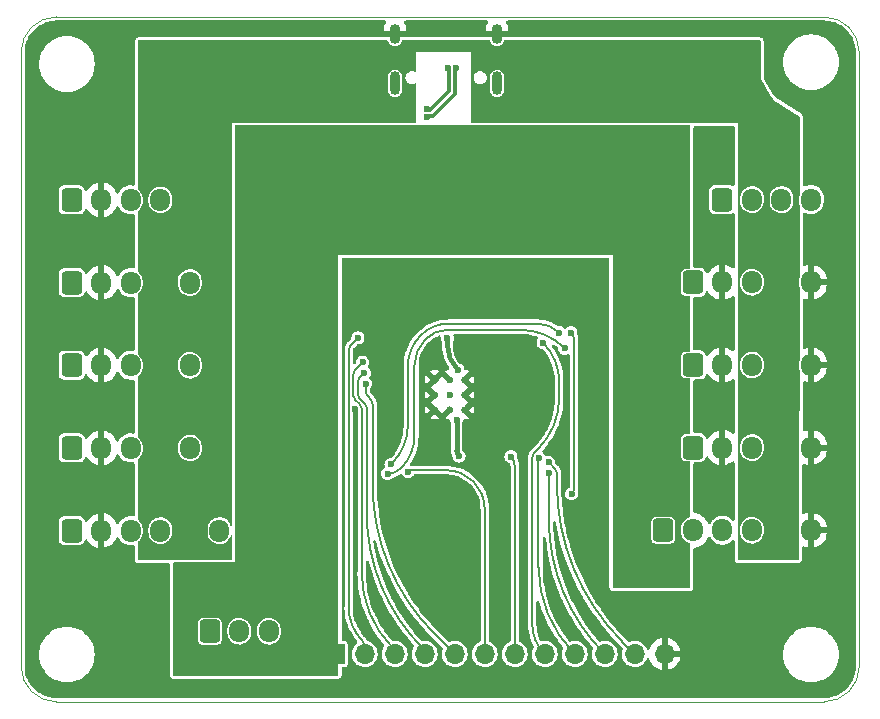
<source format=gbr>
%TF.GenerationSoftware,KiCad,Pcbnew,(6.0.8)*%
%TF.CreationDate,2023-02-03T15:48:26-08:00*%
%TF.ProjectId,RP2040_minimal,52503230-3430-45f6-9d69-6e696d616c2e,REV1*%
%TF.SameCoordinates,Original*%
%TF.FileFunction,Copper,L2,Bot*%
%TF.FilePolarity,Positive*%
%FSLAX46Y46*%
G04 Gerber Fmt 4.6, Leading zero omitted, Abs format (unit mm)*
G04 Created by KiCad (PCBNEW (6.0.8)) date 2023-02-03 15:48:26*
%MOMM*%
%LPD*%
G01*
G04 APERTURE LIST*
G04 Aperture macros list*
%AMRoundRect*
0 Rectangle with rounded corners*
0 $1 Rounding radius*
0 $2 $3 $4 $5 $6 $7 $8 $9 X,Y pos of 4 corners*
0 Add a 4 corners polygon primitive as box body*
4,1,4,$2,$3,$4,$5,$6,$7,$8,$9,$2,$3,0*
0 Add four circle primitives for the rounded corners*
1,1,$1+$1,$2,$3*
1,1,$1+$1,$4,$5*
1,1,$1+$1,$6,$7*
1,1,$1+$1,$8,$9*
0 Add four rect primitives between the rounded corners*
20,1,$1+$1,$2,$3,$4,$5,0*
20,1,$1+$1,$4,$5,$6,$7,0*
20,1,$1+$1,$6,$7,$8,$9,0*
20,1,$1+$1,$8,$9,$2,$3,0*%
G04 Aperture macros list end*
%TA.AperFunction,Profile*%
%ADD10C,0.010000*%
%TD*%
%TA.AperFunction,ComponentPad*%
%ADD11O,0.900000X2.000000*%
%TD*%
%TA.AperFunction,ComponentPad*%
%ADD12O,0.900000X1.700000*%
%TD*%
%TA.AperFunction,ComponentPad*%
%ADD13C,0.600000*%
%TD*%
%TA.AperFunction,ComponentPad*%
%ADD14RoundRect,0.250000X-0.600000X-0.725000X0.600000X-0.725000X0.600000X0.725000X-0.600000X0.725000X0*%
%TD*%
%TA.AperFunction,ComponentPad*%
%ADD15O,1.700000X1.950000*%
%TD*%
%TA.AperFunction,ComponentPad*%
%ADD16R,1.700000X1.700000*%
%TD*%
%TA.AperFunction,ComponentPad*%
%ADD17O,1.700000X1.700000*%
%TD*%
%TA.AperFunction,ViaPad*%
%ADD18C,0.600000*%
%TD*%
%TA.AperFunction,Conductor*%
%ADD19C,0.200000*%
%TD*%
%TA.AperFunction,Conductor*%
%ADD20C,0.400000*%
%TD*%
%TA.AperFunction,Conductor*%
%ADD21C,0.300000*%
%TD*%
%TA.AperFunction,Conductor*%
%ADD22C,0.600000*%
%TD*%
G04 APERTURE END LIST*
D10*
X63711300Y-123000000D02*
G75*
G03*
X66711320Y-126000000I3000000J0D01*
G01*
X63711320Y-123000000D02*
X63711320Y-71010000D01*
X66711320Y-126000000D02*
X131690000Y-126000000D01*
X134690000Y-71010000D02*
X134690000Y-123000000D01*
X134690000Y-71010000D02*
G75*
G03*
X131690000Y-68010000I-3000000J0D01*
G01*
X131690000Y-126000000D02*
G75*
G03*
X134690000Y-123000000I0J3000000D01*
G01*
X66711320Y-68010020D02*
G75*
G03*
X63711320Y-71010000I-20J-2999980D01*
G01*
X66711320Y-68010000D02*
X131690000Y-68010000D01*
D11*
%TO.P,J1,S1,SHIELD*%
%TO.N,GND*%
X95380000Y-73630000D03*
X104020000Y-73630000D03*
D12*
X104020000Y-69460000D03*
X95380000Y-69460000D03*
%TD*%
D13*
%TO.P,U3,57,GND*%
%TO.N,GND*%
X98725000Y-100000000D03*
X101275000Y-101275000D03*
X100000000Y-98725000D03*
X100000000Y-100000000D03*
X100000000Y-101275000D03*
X101275000Y-98725000D03*
X101275000Y-100000000D03*
X98725000Y-98725000D03*
X98725000Y-101275000D03*
%TD*%
D14*
%TO.P,J12,1,Pin_1*%
%TO.N,/BTN_R3_SW*%
X68000000Y-104500000D03*
D15*
%TO.P,J12,2,Pin_2*%
%TO.N,GND*%
X70500000Y-104500000D03*
%TO.P,J12,3,Pin_3*%
%TO.N,/BTN_R3_RGB*%
X73000000Y-104500000D03*
%TO.P,J12,4,Pin_4*%
%TO.N,VBUS*%
X75500000Y-104500000D03*
%TO.P,J12,5,Pin_5*%
%TO.N,GND*%
X78000000Y-104500000D03*
%TD*%
D14*
%TO.P,J3,1,Pin_1*%
%TO.N,Net-(C17-Pad1)*%
X118090000Y-111475000D03*
D15*
%TO.P,J3,2,Pin_2*%
%TO.N,GND*%
X120590000Y-111475000D03*
%TO.P,J3,3,Pin_3*%
%TO.N,Net-(J3-Pad3)*%
X123090000Y-111475000D03*
%TO.P,J3,4,Pin_4*%
%TO.N,/WAD_L_RGB*%
X125590000Y-111475000D03*
%TO.P,J3,5,Pin_5*%
%TO.N,VBUS*%
X128090000Y-111475000D03*
%TO.P,J3,6,Pin_6*%
%TO.N,GND*%
X130590000Y-111475000D03*
%TD*%
D16*
%TO.P,J14,1,Pin_1*%
%TO.N,+3V3*%
X90265000Y-121950000D03*
D17*
%TO.P,J14,2,Pin_2*%
%TO.N,/GPIO2*%
X92805000Y-121950000D03*
%TO.P,J14,3,Pin_3*%
%TO.N,/GPIO3*%
X95345000Y-121950000D03*
%TO.P,J14,4,Pin_4*%
%TO.N,/GPIO4*%
X97885000Y-121950000D03*
%TO.P,J14,5,Pin_5*%
%TO.N,/GPIO5*%
X100425000Y-121950000D03*
%TO.P,J14,6,Pin_6*%
%TO.N,/GPIO15*%
X102965000Y-121950000D03*
%TO.P,J14,7,Pin_7*%
%TO.N,/GPIO16*%
X105505000Y-121950000D03*
%TO.P,J14,8,Pin_8*%
%TO.N,/GPIO29_ADC3*%
X108045000Y-121950000D03*
%TO.P,J14,9,Pin_9*%
%TO.N,/RUN*%
X110585000Y-121950000D03*
%TO.P,J14,10,Pin_10*%
%TO.N,/SWCLK*%
X113125000Y-121950000D03*
%TO.P,J14,11,Pin_11*%
%TO.N,/SWD*%
X115665000Y-121950000D03*
%TO.P,J14,12,Pin_12*%
%TO.N,GND*%
X118205000Y-121950000D03*
%TD*%
D14*
%TO.P,J8,1,Pin_1*%
%TO.N,/STAB_L_SW*%
X123090000Y-83475000D03*
D15*
%TO.P,J8,2,Pin_2*%
%TO.N,GND*%
X125590000Y-83475000D03*
%TO.P,J8,3,Pin_3*%
%TO.N,Net-(J8-Pad3)*%
X128090000Y-83475000D03*
%TO.P,J8,4,Pin_4*%
%TO.N,Net-(J8-Pad4)*%
X130590000Y-83475000D03*
%TD*%
D14*
%TO.P,J7,1,Pin_1*%
%TO.N,Net-(C23-Pad1)*%
X79690000Y-120025000D03*
D15*
%TO.P,J7,2,Pin_2*%
%TO.N,Net-(J7-Pad2)*%
X82190000Y-120025000D03*
%TO.P,J7,3,Pin_3*%
%TO.N,GND*%
X84690000Y-120025000D03*
%TD*%
D14*
%TO.P,J6,1,Pin_1*%
%TO.N,/BTN_R1_SW*%
X68000000Y-90500000D03*
D15*
%TO.P,J6,2,Pin_2*%
%TO.N,GND*%
X70500000Y-90500000D03*
%TO.P,J6,3,Pin_3*%
%TO.N,/BTN_R1_RGB*%
X73000000Y-90500000D03*
%TO.P,J6,4,Pin_4*%
%TO.N,VBUS*%
X75500000Y-90500000D03*
%TO.P,J6,5,Pin_5*%
%TO.N,GND*%
X78000000Y-90500000D03*
%TD*%
D14*
%TO.P,J13,1,Pin_1*%
%TO.N,/STAB_R_SW*%
X68000000Y-83500000D03*
D15*
%TO.P,J13,2,Pin_2*%
%TO.N,GND*%
X70500000Y-83500000D03*
%TO.P,J13,3,Pin_3*%
%TO.N,Net-(J13-Pad3)*%
X73000000Y-83500000D03*
%TO.P,J13,4,Pin_4*%
%TO.N,Net-(J13-Pad4)*%
X75500000Y-83500000D03*
%TD*%
D14*
%TO.P,J9,1,Pin_1*%
%TO.N,/BTN_L2_SW*%
X120590000Y-97475000D03*
D15*
%TO.P,J9,2,Pin_2*%
%TO.N,GND*%
X123090000Y-97475000D03*
%TO.P,J9,3,Pin_3*%
%TO.N,/BTN_L2_RGB*%
X125590000Y-97475000D03*
%TO.P,J9,4,Pin_4*%
%TO.N,VBUS*%
X128090000Y-97475000D03*
%TO.P,J9,5,Pin_5*%
%TO.N,GND*%
X130590000Y-97475000D03*
%TD*%
D14*
%TO.P,J10,1,Pin_1*%
%TO.N,/BTN_R2_SW*%
X68000000Y-97500000D03*
D15*
%TO.P,J10,2,Pin_2*%
%TO.N,GND*%
X70500000Y-97500000D03*
%TO.P,J10,3,Pin_3*%
%TO.N,/BTN_R2_RGB*%
X73000000Y-97500000D03*
%TO.P,J10,4,Pin_4*%
%TO.N,VBUS*%
X75500000Y-97500000D03*
%TO.P,J10,5,Pin_5*%
%TO.N,GND*%
X78000000Y-97500000D03*
%TD*%
D14*
%TO.P,J5,1,Pin_1*%
%TO.N,/BTN_L1_SW*%
X120590000Y-90475000D03*
D15*
%TO.P,J5,2,Pin_2*%
%TO.N,GND*%
X123090000Y-90475000D03*
%TO.P,J5,3,Pin_3*%
%TO.N,/BTN_L1_RGB*%
X125590000Y-90475000D03*
%TO.P,J5,4,Pin_4*%
%TO.N,VBUS*%
X128090000Y-90475000D03*
%TO.P,J5,5,Pin_5*%
%TO.N,GND*%
X130590000Y-90475000D03*
%TD*%
D14*
%TO.P,J11,1,Pin_1*%
%TO.N,/BTN_L3_SW*%
X120590000Y-104475000D03*
D15*
%TO.P,J11,2,Pin_2*%
%TO.N,GND*%
X123090000Y-104475000D03*
%TO.P,J11,3,Pin_3*%
%TO.N,/BTN_L3_RGB*%
X125590000Y-104475000D03*
%TO.P,J11,4,Pin_4*%
%TO.N,VBUS*%
X128090000Y-104475000D03*
%TO.P,J11,5,Pin_5*%
%TO.N,GND*%
X130590000Y-104475000D03*
%TD*%
D14*
%TO.P,J4,1,Pin_1*%
%TO.N,Net-(C20-Pad1)*%
X68000000Y-111500000D03*
D15*
%TO.P,J4,2,Pin_2*%
%TO.N,GND*%
X70500000Y-111500000D03*
%TO.P,J4,3,Pin_3*%
%TO.N,Net-(J4-Pad3)*%
X73000000Y-111500000D03*
%TO.P,J4,4,Pin_4*%
%TO.N,/WAD_R_RGB*%
X75500000Y-111500000D03*
%TO.P,J4,5,Pin_5*%
%TO.N,VBUS*%
X78000000Y-111500000D03*
%TO.P,J4,6,Pin_6*%
%TO.N,GND*%
X80500000Y-111500000D03*
%TD*%
D18*
%TO.N,GND*%
X99555500Y-106956500D03*
X97890000Y-112900000D03*
X98790000Y-111400000D03*
X120590000Y-125000000D03*
X133590000Y-99000000D03*
X83590000Y-69000000D03*
X64590000Y-103000000D03*
X86590000Y-125000000D03*
X64590000Y-119000000D03*
X109840000Y-93000000D03*
X99090000Y-89000000D03*
X133590000Y-121000000D03*
X77590000Y-69000000D03*
X95087361Y-110738489D03*
X91590000Y-69000000D03*
X96340000Y-115750000D03*
X99090000Y-118250000D03*
X71590000Y-69000000D03*
X64590000Y-101000000D03*
X64590000Y-81000000D03*
X64590000Y-97000000D03*
X64590000Y-107000000D03*
X128590000Y-69000000D03*
X106590000Y-125000000D03*
X64590000Y-87000000D03*
X100762000Y-108988500D03*
X108590000Y-125000000D03*
X112340000Y-93000000D03*
X76590000Y-125000000D03*
X106700000Y-95990000D03*
X126590000Y-69000000D03*
X92000000Y-101200000D03*
X102090000Y-115750000D03*
X68840000Y-116250000D03*
X120590000Y-69000000D03*
X100590000Y-125000000D03*
X85590000Y-69000000D03*
X64590000Y-99000000D03*
X114590000Y-69000000D03*
X94590000Y-125000000D03*
X93590000Y-69000000D03*
X70590000Y-125000000D03*
X64590000Y-89000000D03*
X133590000Y-111000000D03*
X103000000Y-92200000D03*
X64590000Y-85000000D03*
X106590000Y-69000000D03*
X102590000Y-125000000D03*
X87590000Y-69000000D03*
X124590000Y-125000000D03*
X71340000Y-114500000D03*
X122590000Y-69000000D03*
X64590000Y-79000000D03*
X122590000Y-125000000D03*
X108590000Y-69000000D03*
X109840000Y-91250000D03*
X73590000Y-69000000D03*
X133590000Y-93000000D03*
X84590000Y-125000000D03*
X81590000Y-69000000D03*
X104000000Y-92200000D03*
X133590000Y-107000000D03*
X88590000Y-125000000D03*
X102210000Y-69230000D03*
X101340000Y-120000000D03*
X98875099Y-69208944D03*
X82590000Y-125000000D03*
X72590000Y-125000000D03*
X64590000Y-75000000D03*
X66840000Y-118250000D03*
X133590000Y-119000000D03*
X64590000Y-109000000D03*
X91840000Y-89150000D03*
X96590000Y-125000000D03*
X133590000Y-105000000D03*
X133590000Y-103000000D03*
X80590000Y-125000000D03*
X68590000Y-125000000D03*
X70340000Y-119250000D03*
X64590000Y-115000000D03*
X64590000Y-83000000D03*
X102090000Y-118250000D03*
X101500000Y-107782004D03*
X114590000Y-125000000D03*
X105590000Y-91500000D03*
X99000000Y-91200008D03*
X89590000Y-69000000D03*
X112340000Y-91250000D03*
X133590000Y-115000000D03*
X133590000Y-117000000D03*
X133590000Y-75000000D03*
X104590000Y-125000000D03*
X64590000Y-77000000D03*
X110590000Y-125000000D03*
X94980000Y-94940000D03*
X95174000Y-109000000D03*
X79590000Y-69000000D03*
X64590000Y-95000000D03*
X118590000Y-125000000D03*
X108000000Y-101305000D03*
X90590000Y-125000000D03*
X133590000Y-81000000D03*
X103090000Y-89000000D03*
X133590000Y-83000000D03*
X116590000Y-69000000D03*
X78590000Y-125000000D03*
X100090000Y-89000000D03*
X110590000Y-69000000D03*
X133590000Y-89000000D03*
X126590000Y-125000000D03*
X98590000Y-125000000D03*
X133590000Y-85000000D03*
X74590000Y-125000000D03*
X128590000Y-125000000D03*
X92910000Y-89150000D03*
X64590000Y-117000000D03*
X118590000Y-69000000D03*
X64590000Y-113000000D03*
X133590000Y-113000000D03*
X130590000Y-125000000D03*
X100380994Y-107781990D03*
X112590000Y-69000000D03*
X133590000Y-87000000D03*
X75590000Y-69000000D03*
X133590000Y-101000000D03*
X99090000Y-115750000D03*
X133590000Y-77000000D03*
X112590000Y-125000000D03*
X95830283Y-91935493D03*
X133590000Y-97000000D03*
X97380000Y-69190000D03*
X133590000Y-79000000D03*
X93900000Y-89150000D03*
X100590000Y-69230000D03*
X64590000Y-105000000D03*
X106589442Y-88994646D03*
X92590000Y-125000000D03*
X64590000Y-93000000D03*
X124590000Y-69000000D03*
X96800000Y-111400000D03*
X64590000Y-111000000D03*
X64590000Y-121000000D03*
X104250000Y-109930000D03*
X133590000Y-109000000D03*
X116590000Y-125000000D03*
X133590000Y-95000000D03*
X64590000Y-91000000D03*
X133590000Y-91000000D03*
X100000000Y-91200000D03*
%TO.N,VBUS*%
X102970000Y-75940000D03*
X126010000Y-79300000D03*
X104710000Y-75960000D03*
X105530000Y-75960000D03*
X95650000Y-75750000D03*
X94860000Y-75750000D03*
X103790000Y-75940000D03*
X96370000Y-75760000D03*
X74790000Y-78600000D03*
%TO.N,+3V3*%
X116130000Y-115150000D03*
X116930000Y-88650000D03*
X116840000Y-99500000D03*
X82170000Y-95570000D03*
X115070000Y-84550000D03*
X108000000Y-82000000D03*
X108000000Y-84240000D03*
X108000000Y-82690000D03*
X116590000Y-102750000D03*
X108000000Y-81320000D03*
X108000000Y-83420000D03*
X77440000Y-117980000D03*
X82890000Y-85390000D03*
X82900000Y-91040000D03*
X82770000Y-99360000D03*
X98730000Y-85380000D03*
%TO.N,+1V1*%
X99800000Y-95199994D03*
X100700000Y-97900000D03*
X100599970Y-102100000D03*
X100800000Y-105200000D03*
%TO.N,/WAD_L*%
X110330000Y-108390000D03*
X110270000Y-94750000D03*
%TO.N,/WAD_R*%
X95030000Y-105890000D03*
X109290000Y-94750000D03*
%TO.N,/LEVER*%
X94760000Y-106690000D03*
X109738556Y-96058556D03*
%TO.N,/GPIO5*%
X92900786Y-99059214D03*
%TO.N,/GPIO4*%
X92764342Y-98145658D03*
%TO.N,/GPIO3*%
X92639087Y-97243291D03*
%TO.N,/GPIO2*%
X92230000Y-95190000D03*
%TO.N,/GPIO29_ADC3*%
X107910353Y-95600353D03*
%TO.N,/RUN*%
X107540000Y-105320000D03*
%TO.N,/SWD*%
X108380000Y-105730000D03*
%TO.N,/SWCLK*%
X108400000Y-106630000D03*
%TO.N,/USB_D+*%
X98090000Y-75775000D03*
X99825000Y-72360000D03*
%TO.N,/USB_D-*%
X100575000Y-72360000D03*
X98090000Y-76525000D03*
%TO.N,/GPIO16*%
X105190000Y-105240000D03*
%TO.N,/GPIO15*%
X96490000Y-106520000D03*
%TD*%
D19*
%TO.N,/GPIO15*%
X99703733Y-106390000D02*
G75*
G02*
X102965000Y-109651267I-33J-3261300D01*
G01*
X96490000Y-106520000D02*
X96620000Y-106390000D01*
X96620000Y-106390000D02*
X99703733Y-106390000D01*
X102965000Y-109651267D02*
X102965000Y-121950000D01*
%TO.N,/LEVER*%
X109738559Y-96058553D02*
G75*
G03*
X106000086Y-94510000I-3738459J-3738347D01*
G01*
X95886717Y-106223291D02*
G75*
G02*
X94760000Y-106690000I-1126717J1126691D01*
G01*
X97019988Y-103487293D02*
G75*
G02*
X95886713Y-106223287I-3869288J-7D01*
G01*
X97958763Y-95281199D02*
G75*
G03*
X97020000Y-97547638I2266437J-2266401D01*
G01*
X99820600Y-94509988D02*
G75*
G03*
X97958782Y-95281218I0J-2632912D01*
G01*
X97020000Y-103487293D02*
X97020000Y-97547638D01*
X99820600Y-94510000D02*
X106000086Y-94510000D01*
%TO.N,/SWCLK*%
X113125000Y-121950000D02*
G75*
G02*
X108400000Y-110542841I11407160J11407160D01*
G01*
X108400000Y-110542841D02*
X108400000Y-106630000D01*
%TO.N,/SWD*%
X114629882Y-120914880D02*
G75*
G02*
X109080000Y-107516282I13398598J13398600D01*
G01*
X108933556Y-106283550D02*
G75*
G02*
X109080000Y-106637107I-353556J-353550D01*
G01*
X115665000Y-121950000D02*
X114629881Y-120914881D01*
X109080000Y-107516282D02*
X109080000Y-106637107D01*
X108933553Y-106283553D02*
X108380000Y-105730000D01*
D20*
%TO.N,+1V1*%
X100690006Y-97899994D02*
G75*
G02*
X99800000Y-95751399I2148494J2148594D01*
G01*
X100736443Y-105136449D02*
G75*
G02*
X100590000Y-104782893I353557J353549D01*
G01*
D19*
%TO.N,/GPIO16*%
X105505038Y-106000457D02*
G75*
G03*
X105190000Y-105240000I-1075438J-43D01*
G01*
D21*
%TO.N,/USB_D-*%
X98093549Y-76521445D02*
G75*
G02*
X98447106Y-76375001I353551J-353555D01*
G01*
D19*
%TO.N,/RUN*%
X107519969Y-114550532D02*
G75*
G03*
X110585001Y-121949999I10464331J32D01*
G01*
%TO.N,/GPIO29_ADC3*%
X106989993Y-105299289D02*
G75*
G02*
X107136447Y-104945737I500007J-11D01*
G01*
X109279979Y-100250155D02*
G75*
G02*
X107475444Y-104606738I-6161079J-45D01*
G01*
X106990028Y-119402947D02*
G75*
G03*
X108045000Y-121950000I3602072J-53D01*
G01*
X109279967Y-98906934D02*
G75*
G03*
X107910352Y-95600354I-4676167J34D01*
G01*
%TO.N,/GPIO2*%
X92658557Y-120888551D02*
G75*
G02*
X92805000Y-121242107I-353557J-353549D01*
G01*
X92658569Y-120888539D02*
G75*
G02*
X91450000Y-117970829I2917731J2917739D01*
G01*
X91616443Y-95803551D02*
G75*
G03*
X91470000Y-96157107I353557J-353549D01*
G01*
%TO.N,/GPIO3*%
X91859990Y-98229485D02*
G75*
G02*
X92006447Y-97875933I500010J-15D01*
G01*
X95344995Y-121802107D02*
G75*
G03*
X95198554Y-121448554I-499995J7D01*
G01*
X92549978Y-115054432D02*
G75*
G03*
X95198555Y-121448553I9042622J32D01*
G01*
X92550007Y-101179289D02*
G75*
G03*
X92403553Y-100825737I-500007J-11D01*
G01*
X91860018Y-100075075D02*
G75*
G03*
X92006447Y-100428629I499982J-25D01*
G01*
%TO.N,/GPIO4*%
X92210005Y-98907107D02*
G75*
G02*
X92356446Y-98553554I499995J7D01*
G01*
X92210000Y-99930101D02*
G75*
G03*
X92356448Y-100283654I500000J1D01*
G01*
X97738557Y-121478551D02*
G75*
G02*
X97885000Y-121832107I-353557J-353549D01*
G01*
X97738552Y-121478556D02*
G75*
G02*
X92980000Y-109990391I11488148J11488156D01*
G01*
X92833561Y-100760755D02*
G75*
G02*
X92980000Y-101114315I-353561J-353545D01*
G01*
%TO.N,/GPIO5*%
X93479982Y-107585047D02*
G75*
G03*
X98726700Y-120251698I17913418J47D01*
G01*
X93479995Y-100777107D02*
G75*
G03*
X93333554Y-100423554I-499995J7D01*
G01*
X92900805Y-99783679D02*
G75*
G03*
X93047233Y-100137233I499995J-21D01*
G01*
%TO.N,/WAD_R*%
X109289992Y-94750008D02*
G75*
G03*
X107431113Y-93980000I-1858892J-1858792D01*
G01*
X97563298Y-94956724D02*
G75*
G02*
X99921279Y-93980000I2358002J-2357976D01*
G01*
X97545976Y-94974044D02*
G75*
G03*
X96460000Y-97595787I2621724J-2621756D01*
G01*
X95135805Y-105784195D02*
G75*
G03*
X96460000Y-102587305I-3196905J3196895D01*
G01*
%TO.N,/WAD_L*%
X110403556Y-108316450D02*
G75*
G03*
X110550000Y-107962893I-353556J353550D01*
G01*
X110403557Y-94883551D02*
G75*
G02*
X110550000Y-95237107I-353557J-353549D01*
G01*
%TO.N,GND*%
X103299999Y-92499999D02*
X103000000Y-92200000D01*
X103800000Y-93000000D02*
X103299999Y-92499999D01*
X104000000Y-93000000D02*
X103800000Y-93000000D01*
D22*
%TO.N,+3V3*%
X82890000Y-85390000D02*
X82900000Y-85380000D01*
D20*
%TO.N,+1V1*%
X100590000Y-104782893D02*
X100590000Y-102109970D01*
X99800000Y-95199994D02*
X99800000Y-95751399D01*
X100590000Y-102109970D02*
X100599970Y-102100000D01*
X100690000Y-97900000D02*
X100700000Y-97900000D01*
X100800000Y-105200000D02*
X100736446Y-105136446D01*
D19*
%TO.N,/WAD_L*%
X110550000Y-95237107D02*
X110550000Y-107962893D01*
X110403553Y-108316447D02*
X110330000Y-108390000D01*
X110270000Y-94750000D02*
X110403554Y-94883554D01*
%TO.N,/WAD_R*%
X96460000Y-102587305D02*
X96460000Y-97595787D01*
X99921279Y-93980000D02*
X107431113Y-93980000D01*
X97545966Y-94974034D02*
X97563287Y-94956713D01*
X95030000Y-105890000D02*
X95135805Y-105784195D01*
%TO.N,/GPIO5*%
X93047233Y-100137233D02*
X93333554Y-100423554D01*
X98726699Y-120251699D02*
X100425000Y-121950000D01*
X92900786Y-99059214D02*
X92900786Y-99783679D01*
X93480000Y-100777107D02*
X93480000Y-107585047D01*
%TO.N,/GPIO4*%
X92980000Y-101114315D02*
X92980000Y-109990391D01*
X97885000Y-121832107D02*
X97885000Y-121950000D01*
X92356447Y-100283655D02*
X92833554Y-100760762D01*
X92764342Y-98145658D02*
X92356446Y-98553554D01*
X92210000Y-98907107D02*
X92210000Y-99930101D01*
%TO.N,/GPIO3*%
X92006447Y-100428629D02*
X92403554Y-100825736D01*
X92639087Y-97243291D02*
X92006446Y-97875932D01*
X91860000Y-98229485D02*
X91860000Y-100075075D01*
X92550000Y-101179289D02*
X92550000Y-115054432D01*
X95345000Y-121802107D02*
X95345000Y-121950000D01*
%TO.N,/GPIO2*%
X91470000Y-96157107D02*
X91470000Y-100952182D01*
X91450000Y-100972182D02*
X91450000Y-117970829D01*
X92805000Y-121242107D02*
X92805000Y-121950000D01*
X92230000Y-95190000D02*
X91616446Y-95803554D01*
X91470000Y-100952182D02*
X91450000Y-100972182D01*
%TO.N,/GPIO29_ADC3*%
X107475444Y-104606738D02*
X107136446Y-104945736D01*
X106990000Y-105299289D02*
X106990000Y-119402947D01*
X109280000Y-98906934D02*
X109280000Y-100250155D01*
%TO.N,/RUN*%
X107540000Y-105320000D02*
X107520000Y-105340000D01*
X107520000Y-105340000D02*
X107520000Y-114550532D01*
D21*
%TO.N,/USB_D+*%
X99974999Y-72509999D02*
X99974999Y-74326801D01*
X99974999Y-74326801D02*
X98376801Y-75924999D01*
X98239999Y-75924999D02*
X98090000Y-75775000D01*
X98376801Y-75924999D02*
X98239999Y-75924999D01*
X99825000Y-72360000D02*
X99974999Y-72509999D01*
%TO.N,/USB_D-*%
X100425001Y-72509999D02*
X100425001Y-74513199D01*
X100425001Y-74513199D02*
X98563199Y-76375001D01*
X100575000Y-72360000D02*
X100425001Y-72509999D01*
X98563199Y-76375001D02*
X98447106Y-76375001D01*
X98093552Y-76521448D02*
X98090000Y-76525000D01*
D19*
%TO.N,/GPIO16*%
X105505000Y-106000457D02*
X105505000Y-121950000D01*
%TD*%
%TA.AperFunction,Conductor*%
%TO.N,VBUS*%
G36*
X94786134Y-70017313D02*
G01*
X94806935Y-70045682D01*
X94853607Y-70158360D01*
X94853610Y-70158366D01*
X94855464Y-70162841D01*
X94858414Y-70166685D01*
X94858416Y-70166689D01*
X94871991Y-70184380D01*
X94951718Y-70288282D01*
X94955569Y-70291237D01*
X95073311Y-70381584D01*
X95073315Y-70381586D01*
X95077159Y-70384536D01*
X95223238Y-70445044D01*
X95228040Y-70445676D01*
X95228043Y-70445677D01*
X95375192Y-70465049D01*
X95380000Y-70465682D01*
X95384808Y-70465049D01*
X95531957Y-70445677D01*
X95531960Y-70445676D01*
X95536762Y-70445044D01*
X95682841Y-70384536D01*
X95686685Y-70381586D01*
X95686689Y-70381584D01*
X95804431Y-70291237D01*
X95808282Y-70288282D01*
X95888009Y-70184380D01*
X95901584Y-70166689D01*
X95901586Y-70166685D01*
X95904536Y-70162841D01*
X95906390Y-70158366D01*
X95906393Y-70158360D01*
X95953065Y-70045682D01*
X95987262Y-70008361D01*
X96021432Y-70000000D01*
X103378568Y-70000000D01*
X103426134Y-70017313D01*
X103446935Y-70045682D01*
X103493607Y-70158360D01*
X103493610Y-70158366D01*
X103495464Y-70162841D01*
X103498414Y-70166685D01*
X103498416Y-70166689D01*
X103511991Y-70184380D01*
X103591718Y-70288282D01*
X103595569Y-70291237D01*
X103713311Y-70381584D01*
X103713315Y-70381586D01*
X103717159Y-70384536D01*
X103863238Y-70445044D01*
X103868040Y-70445676D01*
X103868043Y-70445677D01*
X104015192Y-70465049D01*
X104020000Y-70465682D01*
X104024808Y-70465049D01*
X104171957Y-70445677D01*
X104171960Y-70445676D01*
X104176762Y-70445044D01*
X104322841Y-70384536D01*
X104326685Y-70381586D01*
X104326689Y-70381584D01*
X104444431Y-70291237D01*
X104448282Y-70288282D01*
X104528009Y-70184380D01*
X104541584Y-70166689D01*
X104541586Y-70166685D01*
X104544536Y-70162841D01*
X104546390Y-70158366D01*
X104546393Y-70158360D01*
X104593065Y-70045682D01*
X104627262Y-70008361D01*
X104661432Y-70000000D01*
X126266000Y-70000000D01*
X126313566Y-70017313D01*
X126338876Y-70061150D01*
X126340000Y-70074000D01*
X126340000Y-73251577D01*
X126344798Y-73259966D01*
X127113757Y-74604431D01*
X127340000Y-75000000D01*
X127347610Y-75004837D01*
X127347611Y-75004838D01*
X129665575Y-76478120D01*
X129696432Y-76518247D01*
X129699880Y-76540790D01*
X129698507Y-77008925D01*
X129681180Y-82915811D01*
X129675096Y-82944976D01*
X129631414Y-83045919D01*
X129630649Y-83049581D01*
X129630648Y-83049584D01*
X129604131Y-83176515D01*
X129589849Y-83244880D01*
X129589500Y-83251539D01*
X129589500Y-83650800D01*
X129589689Y-83652657D01*
X129589689Y-83652664D01*
X129596978Y-83724422D01*
X129604880Y-83802216D01*
X129665662Y-83996172D01*
X129668609Y-84001488D01*
X129677890Y-84037585D01*
X129660748Y-89881304D01*
X129660507Y-89963581D01*
X129654421Y-89992753D01*
X129631414Y-90045919D01*
X129630649Y-90049581D01*
X129630648Y-90049584D01*
X129604131Y-90176515D01*
X129589849Y-90244880D01*
X129589500Y-90251539D01*
X129589500Y-90650800D01*
X129589689Y-90652657D01*
X129589689Y-90652664D01*
X129599563Y-90749874D01*
X129604880Y-90802216D01*
X129606001Y-90805793D01*
X129654134Y-90959387D01*
X129657520Y-90981733D01*
X129655724Y-91594018D01*
X129639833Y-97011356D01*
X129633747Y-97040527D01*
X129631414Y-97045919D01*
X129630648Y-97049586D01*
X129630647Y-97049589D01*
X129610133Y-97147784D01*
X129589849Y-97244880D01*
X129589701Y-97247708D01*
X129589700Y-97247714D01*
X129589550Y-97250578D01*
X129589500Y-97251539D01*
X129589500Y-97650800D01*
X129589689Y-97652657D01*
X129589689Y-97652664D01*
X129597839Y-97732901D01*
X129604880Y-97802216D01*
X129606001Y-97805793D01*
X129633791Y-97894472D01*
X129637177Y-97916818D01*
X129635087Y-98629263D01*
X129619136Y-104067484D01*
X129619047Y-104097689D01*
X129617483Y-104112601D01*
X129589849Y-104244880D01*
X129589500Y-104251539D01*
X129589500Y-104650800D01*
X129589689Y-104652657D01*
X129589689Y-104652664D01*
X129603626Y-104789866D01*
X129604880Y-104802216D01*
X129606001Y-104805793D01*
X129606002Y-104805796D01*
X129613448Y-104829559D01*
X129616834Y-104851904D01*
X129598221Y-111197376D01*
X129596657Y-111212292D01*
X129589849Y-111244880D01*
X129589500Y-111251539D01*
X129589500Y-111650800D01*
X129596295Y-111717694D01*
X129596672Y-111725360D01*
X129594051Y-112619018D01*
X129590216Y-113926217D01*
X129572763Y-113973732D01*
X129528852Y-113998913D01*
X129516216Y-114000000D01*
X124464000Y-114000000D01*
X124416434Y-113982687D01*
X124391124Y-113938850D01*
X124390000Y-113926000D01*
X124390000Y-111650800D01*
X124589500Y-111650800D01*
X124589689Y-111652657D01*
X124589689Y-111652664D01*
X124596978Y-111724422D01*
X124604880Y-111802216D01*
X124606001Y-111805793D01*
X124661451Y-111982734D01*
X124665662Y-111996172D01*
X124764203Y-112173944D01*
X124766641Y-112176788D01*
X124766642Y-112176790D01*
X124835492Y-112257119D01*
X124896477Y-112328271D01*
X125057081Y-112452848D01*
X125239455Y-112542587D01*
X125436148Y-112593822D01*
X125439886Y-112594018D01*
X125439887Y-112594018D01*
X125635381Y-112604263D01*
X125635384Y-112604263D01*
X125639126Y-112604459D01*
X125642835Y-112603898D01*
X125642836Y-112603898D01*
X125836390Y-112574626D01*
X125836393Y-112574625D01*
X125840097Y-112574065D01*
X126030852Y-112503881D01*
X126152727Y-112428316D01*
X126200416Y-112398748D01*
X126200419Y-112398746D01*
X126203599Y-112396774D01*
X126351280Y-112257119D01*
X126467863Y-112090621D01*
X126548586Y-111904081D01*
X126565424Y-111823485D01*
X126589570Y-111707901D01*
X126590151Y-111705120D01*
X126590500Y-111698461D01*
X126590500Y-111299200D01*
X126588199Y-111276539D01*
X126575499Y-111151515D01*
X126575120Y-111147784D01*
X126568229Y-111125795D01*
X126515459Y-110957404D01*
X126515458Y-110957401D01*
X126514338Y-110953828D01*
X126415797Y-110776056D01*
X126393130Y-110749609D01*
X126285965Y-110624578D01*
X126285964Y-110624577D01*
X126283523Y-110621729D01*
X126122919Y-110497152D01*
X126105562Y-110488611D01*
X125943908Y-110409068D01*
X125940545Y-110407413D01*
X125743852Y-110356178D01*
X125740114Y-110355982D01*
X125740113Y-110355982D01*
X125544619Y-110345737D01*
X125544616Y-110345737D01*
X125540874Y-110345541D01*
X125537165Y-110346102D01*
X125537164Y-110346102D01*
X125343610Y-110375374D01*
X125343607Y-110375375D01*
X125339903Y-110375935D01*
X125149148Y-110446119D01*
X125145963Y-110448094D01*
X124979584Y-110551252D01*
X124979581Y-110551254D01*
X124976401Y-110553226D01*
X124828720Y-110692881D01*
X124826574Y-110695946D01*
X124826573Y-110695947D01*
X124718044Y-110850943D01*
X124712137Y-110859379D01*
X124631414Y-111045919D01*
X124630649Y-111049581D01*
X124630648Y-111049584D01*
X124604131Y-111176515D01*
X124589849Y-111244880D01*
X124589500Y-111251539D01*
X124589500Y-111650800D01*
X124390000Y-111650800D01*
X124390000Y-104650800D01*
X124589500Y-104650800D01*
X124589689Y-104652657D01*
X124589689Y-104652664D01*
X124603626Y-104789866D01*
X124604880Y-104802216D01*
X124606001Y-104805793D01*
X124659663Y-104977028D01*
X124665662Y-104996172D01*
X124764203Y-105173944D01*
X124766641Y-105176788D01*
X124766642Y-105176790D01*
X124854989Y-105279866D01*
X124896477Y-105328271D01*
X125057081Y-105452848D01*
X125060441Y-105454501D01*
X125060442Y-105454502D01*
X125068313Y-105458375D01*
X125239455Y-105542587D01*
X125436148Y-105593822D01*
X125439886Y-105594018D01*
X125439887Y-105594018D01*
X125635381Y-105604263D01*
X125635384Y-105604263D01*
X125639126Y-105604459D01*
X125642835Y-105603898D01*
X125642836Y-105603898D01*
X125836390Y-105574626D01*
X125836393Y-105574625D01*
X125840097Y-105574065D01*
X126030852Y-105503881D01*
X126133060Y-105440510D01*
X126200416Y-105398748D01*
X126200419Y-105398746D01*
X126203599Y-105396774D01*
X126351280Y-105257119D01*
X126394881Y-105194851D01*
X126465710Y-105093696D01*
X126465711Y-105093695D01*
X126467863Y-105090621D01*
X126548586Y-104904081D01*
X126550060Y-104897028D01*
X126589570Y-104707901D01*
X126590151Y-104705120D01*
X126590500Y-104698461D01*
X126590500Y-104299200D01*
X126588199Y-104276539D01*
X126575499Y-104151515D01*
X126575120Y-104147784D01*
X126549956Y-104067484D01*
X126515459Y-103957404D01*
X126515458Y-103957401D01*
X126514338Y-103953828D01*
X126415797Y-103776056D01*
X126347136Y-103695947D01*
X126285965Y-103624578D01*
X126285964Y-103624577D01*
X126283523Y-103621729D01*
X126122919Y-103497152D01*
X125940545Y-103407413D01*
X125743852Y-103356178D01*
X125740114Y-103355982D01*
X125740113Y-103355982D01*
X125544619Y-103345737D01*
X125544616Y-103345737D01*
X125540874Y-103345541D01*
X125537165Y-103346102D01*
X125537164Y-103346102D01*
X125343610Y-103375374D01*
X125343607Y-103375375D01*
X125339903Y-103375935D01*
X125149148Y-103446119D01*
X125145963Y-103448094D01*
X124979584Y-103551252D01*
X124979581Y-103551254D01*
X124976401Y-103553226D01*
X124828720Y-103692881D01*
X124826574Y-103695946D01*
X124826573Y-103695947D01*
X124724309Y-103841995D01*
X124712137Y-103859379D01*
X124631414Y-104045919D01*
X124630649Y-104049581D01*
X124630648Y-104049584D01*
X124598522Y-104203365D01*
X124589849Y-104244880D01*
X124589500Y-104251539D01*
X124589500Y-104650800D01*
X124390000Y-104650800D01*
X124390000Y-97650800D01*
X124589500Y-97650800D01*
X124589689Y-97652657D01*
X124589689Y-97652664D01*
X124597839Y-97732901D01*
X124604880Y-97802216D01*
X124606001Y-97805793D01*
X124649102Y-97943328D01*
X124665662Y-97996172D01*
X124764203Y-98173944D01*
X124766641Y-98176788D01*
X124766642Y-98176790D01*
X124893934Y-98325304D01*
X124896477Y-98328271D01*
X125057081Y-98452848D01*
X125239455Y-98542587D01*
X125436148Y-98593822D01*
X125439886Y-98594018D01*
X125439887Y-98594018D01*
X125635381Y-98604263D01*
X125635384Y-98604263D01*
X125639126Y-98604459D01*
X125642835Y-98603898D01*
X125642836Y-98603898D01*
X125836390Y-98574626D01*
X125836393Y-98574625D01*
X125840097Y-98574065D01*
X126030852Y-98503881D01*
X126116860Y-98450554D01*
X126200416Y-98398748D01*
X126200419Y-98398746D01*
X126203599Y-98396774D01*
X126219193Y-98382028D01*
X126348560Y-98259691D01*
X126351280Y-98257119D01*
X126356140Y-98250179D01*
X126465710Y-98093696D01*
X126465711Y-98093695D01*
X126467863Y-98090621D01*
X126510282Y-97992596D01*
X126547100Y-97907516D01*
X126547101Y-97907512D01*
X126548586Y-97904081D01*
X126550594Y-97894472D01*
X126589570Y-97707901D01*
X126590151Y-97705120D01*
X126590500Y-97698461D01*
X126590500Y-97299200D01*
X126588199Y-97276539D01*
X126575499Y-97151515D01*
X126575120Y-97147784D01*
X126568229Y-97125795D01*
X126515459Y-96957404D01*
X126515458Y-96957401D01*
X126514338Y-96953828D01*
X126415797Y-96776056D01*
X126381799Y-96736389D01*
X126285965Y-96624578D01*
X126285964Y-96624577D01*
X126283523Y-96621729D01*
X126122919Y-96497152D01*
X125940545Y-96407413D01*
X125743852Y-96356178D01*
X125740114Y-96355982D01*
X125740113Y-96355982D01*
X125544619Y-96345737D01*
X125544616Y-96345737D01*
X125540874Y-96345541D01*
X125537165Y-96346102D01*
X125537164Y-96346102D01*
X125343610Y-96375374D01*
X125343607Y-96375375D01*
X125339903Y-96375935D01*
X125149148Y-96446119D01*
X125145963Y-96448094D01*
X124979584Y-96551252D01*
X124979581Y-96551254D01*
X124976401Y-96553226D01*
X124828720Y-96692881D01*
X124826574Y-96695946D01*
X124826573Y-96695947D01*
X124734228Y-96827830D01*
X124712137Y-96859379D01*
X124710647Y-96862823D01*
X124635470Y-97036547D01*
X124631414Y-97045919D01*
X124630649Y-97049581D01*
X124630648Y-97049584D01*
X124604131Y-97176515D01*
X124589849Y-97244880D01*
X124589701Y-97247708D01*
X124589700Y-97247714D01*
X124589550Y-97250578D01*
X124589500Y-97251539D01*
X124589500Y-97650800D01*
X124390000Y-97650800D01*
X124390000Y-90650800D01*
X124589500Y-90650800D01*
X124589689Y-90652657D01*
X124589689Y-90652664D01*
X124599563Y-90749874D01*
X124604880Y-90802216D01*
X124606001Y-90805793D01*
X124652696Y-90954796D01*
X124665662Y-90996172D01*
X124667479Y-90999450D01*
X124670438Y-91004788D01*
X124764203Y-91173944D01*
X124766641Y-91176788D01*
X124766642Y-91176790D01*
X124835492Y-91257119D01*
X124896477Y-91328271D01*
X125057081Y-91452848D01*
X125060441Y-91454501D01*
X125060442Y-91454502D01*
X125103226Y-91475554D01*
X125239455Y-91542587D01*
X125436148Y-91593822D01*
X125439886Y-91594018D01*
X125439887Y-91594018D01*
X125635381Y-91604263D01*
X125635384Y-91604263D01*
X125639126Y-91604459D01*
X125642835Y-91603898D01*
X125642836Y-91603898D01*
X125836390Y-91574626D01*
X125836393Y-91574625D01*
X125840097Y-91574065D01*
X126030852Y-91503881D01*
X126133060Y-91440510D01*
X126200416Y-91398748D01*
X126200419Y-91398746D01*
X126203599Y-91396774D01*
X126351280Y-91257119D01*
X126356180Y-91250122D01*
X126465710Y-91093696D01*
X126465711Y-91093695D01*
X126467863Y-91090621D01*
X126528659Y-90950130D01*
X126547100Y-90907516D01*
X126547101Y-90907512D01*
X126548586Y-90904081D01*
X126559173Y-90853407D01*
X126589570Y-90707901D01*
X126590151Y-90705120D01*
X126590500Y-90698461D01*
X126590500Y-90299200D01*
X126588199Y-90276539D01*
X126575499Y-90151515D01*
X126575120Y-90147784D01*
X126542121Y-90042484D01*
X126515459Y-89957404D01*
X126515458Y-89957401D01*
X126514338Y-89953828D01*
X126415797Y-89776056D01*
X126347136Y-89695947D01*
X126285965Y-89624578D01*
X126285964Y-89624577D01*
X126283523Y-89621729D01*
X126122919Y-89497152D01*
X126106944Y-89489291D01*
X125943908Y-89409068D01*
X125940545Y-89407413D01*
X125743852Y-89356178D01*
X125740114Y-89355982D01*
X125740113Y-89355982D01*
X125544619Y-89345737D01*
X125544616Y-89345737D01*
X125540874Y-89345541D01*
X125537165Y-89346102D01*
X125537164Y-89346102D01*
X125343610Y-89375374D01*
X125343607Y-89375375D01*
X125339903Y-89375935D01*
X125149148Y-89446119D01*
X125145963Y-89448094D01*
X124979584Y-89551252D01*
X124979581Y-89551254D01*
X124976401Y-89553226D01*
X124828720Y-89692881D01*
X124826574Y-89695946D01*
X124826573Y-89695947D01*
X124714290Y-89856304D01*
X124712137Y-89859379D01*
X124631414Y-90045919D01*
X124630649Y-90049581D01*
X124630648Y-90049584D01*
X124604131Y-90176515D01*
X124589849Y-90244880D01*
X124589500Y-90251539D01*
X124589500Y-90650800D01*
X124390000Y-90650800D01*
X124390000Y-83650800D01*
X124589500Y-83650800D01*
X124589689Y-83652657D01*
X124589689Y-83652664D01*
X124596978Y-83724422D01*
X124604880Y-83802216D01*
X124665662Y-83996172D01*
X124764203Y-84173944D01*
X124766641Y-84176788D01*
X124766642Y-84176790D01*
X124835492Y-84257119D01*
X124896477Y-84328271D01*
X125057081Y-84452848D01*
X125239455Y-84542587D01*
X125436148Y-84593822D01*
X125439886Y-84594018D01*
X125439887Y-84594018D01*
X125635381Y-84604263D01*
X125635384Y-84604263D01*
X125639126Y-84604459D01*
X125642835Y-84603898D01*
X125642836Y-84603898D01*
X125836390Y-84574626D01*
X125836393Y-84574625D01*
X125840097Y-84574065D01*
X126030852Y-84503881D01*
X126116860Y-84450554D01*
X126200416Y-84398748D01*
X126200419Y-84398746D01*
X126203599Y-84396774D01*
X126351280Y-84257119D01*
X126467863Y-84090621D01*
X126548586Y-83904081D01*
X126565424Y-83823485D01*
X126589570Y-83707901D01*
X126590151Y-83705120D01*
X126590500Y-83698461D01*
X126590500Y-83650800D01*
X127089500Y-83650800D01*
X127089689Y-83652657D01*
X127089689Y-83652664D01*
X127096978Y-83724422D01*
X127104880Y-83802216D01*
X127165662Y-83996172D01*
X127264203Y-84173944D01*
X127266641Y-84176788D01*
X127266642Y-84176790D01*
X127335492Y-84257119D01*
X127396477Y-84328271D01*
X127557081Y-84452848D01*
X127739455Y-84542587D01*
X127936148Y-84593822D01*
X127939886Y-84594018D01*
X127939887Y-84594018D01*
X128135381Y-84604263D01*
X128135384Y-84604263D01*
X128139126Y-84604459D01*
X128142835Y-84603898D01*
X128142836Y-84603898D01*
X128336390Y-84574626D01*
X128336393Y-84574625D01*
X128340097Y-84574065D01*
X128530852Y-84503881D01*
X128616860Y-84450554D01*
X128700416Y-84398748D01*
X128700419Y-84398746D01*
X128703599Y-84396774D01*
X128851280Y-84257119D01*
X128967863Y-84090621D01*
X129048586Y-83904081D01*
X129065424Y-83823485D01*
X129089570Y-83707901D01*
X129090151Y-83705120D01*
X129090500Y-83698461D01*
X129090500Y-83299200D01*
X129088199Y-83276539D01*
X129075499Y-83151515D01*
X129075120Y-83147784D01*
X129043198Y-83045919D01*
X129015459Y-82957404D01*
X129015458Y-82957401D01*
X129014338Y-82953828D01*
X128915797Y-82776056D01*
X128866450Y-82718481D01*
X128785965Y-82624578D01*
X128785964Y-82624577D01*
X128783523Y-82621729D01*
X128622919Y-82497152D01*
X128440545Y-82407413D01*
X128243852Y-82356178D01*
X128240114Y-82355982D01*
X128240113Y-82355982D01*
X128044619Y-82345737D01*
X128044616Y-82345737D01*
X128040874Y-82345541D01*
X128037165Y-82346102D01*
X128037164Y-82346102D01*
X127843610Y-82375374D01*
X127843607Y-82375375D01*
X127839903Y-82375935D01*
X127649148Y-82446119D01*
X127645963Y-82448094D01*
X127479584Y-82551252D01*
X127479581Y-82551254D01*
X127476401Y-82553226D01*
X127328720Y-82692881D01*
X127326574Y-82695946D01*
X127326573Y-82695947D01*
X127214290Y-82856304D01*
X127212137Y-82859379D01*
X127131414Y-83045919D01*
X127130649Y-83049581D01*
X127130648Y-83049584D01*
X127104131Y-83176515D01*
X127089849Y-83244880D01*
X127089500Y-83251539D01*
X127089500Y-83650800D01*
X126590500Y-83650800D01*
X126590500Y-83299200D01*
X126588199Y-83276539D01*
X126575499Y-83151515D01*
X126575120Y-83147784D01*
X126543198Y-83045919D01*
X126515459Y-82957404D01*
X126515458Y-82957401D01*
X126514338Y-82953828D01*
X126415797Y-82776056D01*
X126366450Y-82718481D01*
X126285965Y-82624578D01*
X126285964Y-82624577D01*
X126283523Y-82621729D01*
X126122919Y-82497152D01*
X125940545Y-82407413D01*
X125743852Y-82356178D01*
X125740114Y-82355982D01*
X125740113Y-82355982D01*
X125544619Y-82345737D01*
X125544616Y-82345737D01*
X125540874Y-82345541D01*
X125537165Y-82346102D01*
X125537164Y-82346102D01*
X125343610Y-82375374D01*
X125343607Y-82375375D01*
X125339903Y-82375935D01*
X125149148Y-82446119D01*
X125145963Y-82448094D01*
X124979584Y-82551252D01*
X124979581Y-82551254D01*
X124976401Y-82553226D01*
X124828720Y-82692881D01*
X124826574Y-82695946D01*
X124826573Y-82695947D01*
X124714290Y-82856304D01*
X124712137Y-82859379D01*
X124631414Y-83045919D01*
X124630649Y-83049581D01*
X124630648Y-83049584D01*
X124604131Y-83176515D01*
X124589849Y-83244880D01*
X124589500Y-83251539D01*
X124589500Y-83650800D01*
X124390000Y-83650800D01*
X124390000Y-77000000D01*
X101864000Y-77000000D01*
X101816434Y-76982687D01*
X101791124Y-76938850D01*
X101790000Y-76926000D01*
X101790000Y-74219361D01*
X103419500Y-74219361D01*
X103434956Y-74336762D01*
X103495464Y-74482841D01*
X103498414Y-74486685D01*
X103498416Y-74486689D01*
X103588763Y-74604431D01*
X103591718Y-74608282D01*
X103595569Y-74611237D01*
X103713311Y-74701584D01*
X103713315Y-74701586D01*
X103717159Y-74704536D01*
X103863238Y-74765044D01*
X103868040Y-74765676D01*
X103868043Y-74765677D01*
X104015192Y-74785049D01*
X104020000Y-74785682D01*
X104024808Y-74785049D01*
X104171957Y-74765677D01*
X104171960Y-74765676D01*
X104176762Y-74765044D01*
X104322841Y-74704536D01*
X104326685Y-74701586D01*
X104326689Y-74701584D01*
X104444431Y-74611237D01*
X104448282Y-74608282D01*
X104451237Y-74604431D01*
X104541584Y-74486689D01*
X104541586Y-74486685D01*
X104544536Y-74482841D01*
X104605044Y-74336762D01*
X104620500Y-74219361D01*
X104620500Y-73040639D01*
X104605044Y-72923238D01*
X104544536Y-72777159D01*
X104541586Y-72773315D01*
X104541584Y-72773311D01*
X104451237Y-72655569D01*
X104448282Y-72651718D01*
X104382662Y-72601366D01*
X104326689Y-72558416D01*
X104326685Y-72558414D01*
X104322841Y-72555464D01*
X104176762Y-72494956D01*
X104171960Y-72494324D01*
X104171957Y-72494323D01*
X104024808Y-72474951D01*
X104020000Y-72474318D01*
X104015192Y-72474951D01*
X103868043Y-72494323D01*
X103868040Y-72494324D01*
X103863238Y-72494956D01*
X103717159Y-72555464D01*
X103713315Y-72558414D01*
X103713311Y-72558416D01*
X103657338Y-72601366D01*
X103591718Y-72651718D01*
X103588763Y-72655569D01*
X103498416Y-72773311D01*
X103498414Y-72773315D01*
X103495464Y-72777159D01*
X103434956Y-72923238D01*
X103419500Y-73040639D01*
X103419500Y-74219361D01*
X101790000Y-74219361D01*
X101790000Y-73184891D01*
X102035420Y-73184891D01*
X102036417Y-73189835D01*
X102036417Y-73189837D01*
X102055397Y-73283964D01*
X102065233Y-73332743D01*
X102133707Y-73467132D01*
X102177139Y-73514364D01*
X102232382Y-73574441D01*
X102232386Y-73574444D01*
X102235799Y-73578156D01*
X102240085Y-73580813D01*
X102240088Y-73580816D01*
X102311843Y-73625305D01*
X102363986Y-73657635D01*
X102434352Y-73678079D01*
X102505103Y-73698634D01*
X102505106Y-73698635D01*
X102508825Y-73699715D01*
X102513697Y-73700073D01*
X102518160Y-73700401D01*
X102518174Y-73700401D01*
X102519515Y-73700500D01*
X102627785Y-73700500D01*
X102739432Y-73685206D01*
X102877855Y-73625305D01*
X102940667Y-73574441D01*
X102991151Y-73533560D01*
X102991153Y-73533558D01*
X102995070Y-73530386D01*
X103023985Y-73489699D01*
X103079521Y-73411553D01*
X103079523Y-73411550D01*
X103082442Y-73407442D01*
X103133533Y-73265532D01*
X103144580Y-73115109D01*
X103130054Y-73043067D01*
X103115764Y-72972200D01*
X103115763Y-72972198D01*
X103114767Y-72967257D01*
X103046293Y-72832868D01*
X102991909Y-72773726D01*
X102947618Y-72725559D01*
X102947614Y-72725556D01*
X102944201Y-72721844D01*
X102939915Y-72719187D01*
X102939912Y-72719184D01*
X102831099Y-72651718D01*
X102816014Y-72642365D01*
X102721115Y-72614794D01*
X102674897Y-72601366D01*
X102674894Y-72601365D01*
X102671175Y-72600285D01*
X102666303Y-72599927D01*
X102661840Y-72599599D01*
X102661826Y-72599599D01*
X102660485Y-72599500D01*
X102552215Y-72599500D01*
X102440568Y-72614794D01*
X102302145Y-72674695D01*
X102247206Y-72719184D01*
X102188849Y-72766440D01*
X102188847Y-72766442D01*
X102184930Y-72769614D01*
X102182008Y-72773726D01*
X102100479Y-72888447D01*
X102100477Y-72888450D01*
X102097558Y-72892558D01*
X102046467Y-73034468D01*
X102046098Y-73039497D01*
X102046097Y-73039500D01*
X102045835Y-73043067D01*
X102035420Y-73184891D01*
X101790000Y-73184891D01*
X101790000Y-71000000D01*
X97190000Y-71000000D01*
X97190000Y-72604888D01*
X97172687Y-72652454D01*
X97128850Y-72677764D01*
X97077006Y-72667780D01*
X97040306Y-72645026D01*
X97040305Y-72645026D01*
X97036014Y-72642365D01*
X96941115Y-72614794D01*
X96894897Y-72601366D01*
X96894894Y-72601365D01*
X96891175Y-72600285D01*
X96886303Y-72599927D01*
X96881840Y-72599599D01*
X96881826Y-72599599D01*
X96880485Y-72599500D01*
X96772215Y-72599500D01*
X96660568Y-72614794D01*
X96522145Y-72674695D01*
X96467206Y-72719184D01*
X96408849Y-72766440D01*
X96408847Y-72766442D01*
X96404930Y-72769614D01*
X96402008Y-72773726D01*
X96320479Y-72888447D01*
X96320477Y-72888450D01*
X96317558Y-72892558D01*
X96266467Y-73034468D01*
X96266098Y-73039497D01*
X96266097Y-73039500D01*
X96265835Y-73043067D01*
X96255420Y-73184891D01*
X96256417Y-73189835D01*
X96256417Y-73189837D01*
X96275397Y-73283964D01*
X96285233Y-73332743D01*
X96353707Y-73467132D01*
X96397139Y-73514364D01*
X96452382Y-73574441D01*
X96452386Y-73574444D01*
X96455799Y-73578156D01*
X96460085Y-73580813D01*
X96460088Y-73580816D01*
X96531843Y-73625305D01*
X96583986Y-73657635D01*
X96654352Y-73678079D01*
X96725103Y-73698634D01*
X96725106Y-73698635D01*
X96728825Y-73699715D01*
X96733697Y-73700073D01*
X96738160Y-73700401D01*
X96738174Y-73700401D01*
X96739515Y-73700500D01*
X96847785Y-73700500D01*
X96959432Y-73685206D01*
X97044965Y-73648192D01*
X97086611Y-73630171D01*
X97137141Y-73627169D01*
X97177779Y-73657350D01*
X97190000Y-73698085D01*
X97190000Y-76926000D01*
X97172687Y-76973566D01*
X97128850Y-76998876D01*
X97116000Y-77000000D01*
X81590000Y-77000000D01*
X81590000Y-111023863D01*
X81572687Y-111071429D01*
X81528850Y-111096739D01*
X81479000Y-111087949D01*
X81445386Y-111045992D01*
X81425459Y-110982404D01*
X81425458Y-110982401D01*
X81424338Y-110978828D01*
X81325797Y-110801056D01*
X81304370Y-110776056D01*
X81195965Y-110649578D01*
X81195962Y-110649575D01*
X81193523Y-110646729D01*
X81032919Y-110522152D01*
X81024821Y-110518167D01*
X80878399Y-110446119D01*
X80850545Y-110432413D01*
X80653852Y-110381178D01*
X80650114Y-110380982D01*
X80650113Y-110380982D01*
X80454619Y-110370737D01*
X80454616Y-110370737D01*
X80450874Y-110370541D01*
X80447165Y-110371102D01*
X80447164Y-110371102D01*
X80253610Y-110400374D01*
X80253607Y-110400375D01*
X80249903Y-110400935D01*
X80059148Y-110471119D01*
X80017161Y-110497152D01*
X79889584Y-110576252D01*
X79889581Y-110576254D01*
X79886401Y-110578226D01*
X79738720Y-110717881D01*
X79736574Y-110720946D01*
X79736573Y-110720947D01*
X79716504Y-110749609D01*
X79622137Y-110884379D01*
X79620647Y-110887823D01*
X79548996Y-111053399D01*
X79541414Y-111070919D01*
X79540649Y-111074581D01*
X79540648Y-111074584D01*
X79520133Y-111172784D01*
X79499849Y-111269880D01*
X79499500Y-111276539D01*
X79499500Y-111675800D01*
X79499689Y-111677657D01*
X79499689Y-111677664D01*
X79505300Y-111732901D01*
X79514880Y-111827216D01*
X79516001Y-111830793D01*
X79568855Y-111999450D01*
X79575662Y-112021172D01*
X79674203Y-112198944D01*
X79676641Y-112201788D01*
X79676642Y-112201790D01*
X79785049Y-112328271D01*
X79806477Y-112353271D01*
X79967081Y-112477848D01*
X80149455Y-112567587D01*
X80346148Y-112618822D01*
X80349886Y-112619018D01*
X80349887Y-112619018D01*
X80545381Y-112629263D01*
X80545384Y-112629263D01*
X80549126Y-112629459D01*
X80552835Y-112628898D01*
X80552836Y-112628898D01*
X80746390Y-112599626D01*
X80746393Y-112599625D01*
X80750097Y-112599065D01*
X80940852Y-112528881D01*
X81060814Y-112454502D01*
X81110416Y-112423748D01*
X81110419Y-112423746D01*
X81113599Y-112421774D01*
X81261280Y-112282119D01*
X81339320Y-112170667D01*
X81375710Y-112118696D01*
X81375711Y-112118695D01*
X81377863Y-112115621D01*
X81448086Y-111953345D01*
X81482866Y-111916567D01*
X81533149Y-111910749D01*
X81575408Y-111938613D01*
X81590000Y-111982734D01*
X81590000Y-113926000D01*
X81572687Y-113973566D01*
X81528850Y-113998876D01*
X81516000Y-114000000D01*
X73664000Y-114000000D01*
X73616434Y-113982687D01*
X73591124Y-113938850D01*
X73590000Y-113926000D01*
X73590000Y-112475882D01*
X73607313Y-112428316D01*
X73613854Y-112422044D01*
X73613599Y-112421774D01*
X73689052Y-112350422D01*
X73761280Y-112282119D01*
X73839320Y-112170667D01*
X73875710Y-112118696D01*
X73875711Y-112118695D01*
X73877863Y-112115621D01*
X73931101Y-111992596D01*
X73957100Y-111932516D01*
X73957101Y-111932512D01*
X73958586Y-111929081D01*
X73961201Y-111916567D01*
X73999570Y-111732901D01*
X74000151Y-111730120D01*
X74000401Y-111725360D01*
X74000450Y-111724422D01*
X74000450Y-111724408D01*
X74000500Y-111723461D01*
X74000500Y-111675800D01*
X74499500Y-111675800D01*
X74499689Y-111677657D01*
X74499689Y-111677664D01*
X74505300Y-111732901D01*
X74514880Y-111827216D01*
X74516001Y-111830793D01*
X74568855Y-111999450D01*
X74575662Y-112021172D01*
X74674203Y-112198944D01*
X74676641Y-112201788D01*
X74676642Y-112201790D01*
X74785049Y-112328271D01*
X74806477Y-112353271D01*
X74967081Y-112477848D01*
X75149455Y-112567587D01*
X75346148Y-112618822D01*
X75349886Y-112619018D01*
X75349887Y-112619018D01*
X75545381Y-112629263D01*
X75545384Y-112629263D01*
X75549126Y-112629459D01*
X75552835Y-112628898D01*
X75552836Y-112628898D01*
X75746390Y-112599626D01*
X75746393Y-112599625D01*
X75750097Y-112599065D01*
X75940852Y-112528881D01*
X76060814Y-112454502D01*
X76110416Y-112423748D01*
X76110419Y-112423746D01*
X76113599Y-112421774D01*
X76261280Y-112282119D01*
X76339320Y-112170667D01*
X76375710Y-112118696D01*
X76375711Y-112118695D01*
X76377863Y-112115621D01*
X76431101Y-111992596D01*
X76457100Y-111932516D01*
X76457101Y-111932512D01*
X76458586Y-111929081D01*
X76461201Y-111916567D01*
X76499570Y-111732901D01*
X76500151Y-111730120D01*
X76500401Y-111725360D01*
X76500450Y-111724422D01*
X76500450Y-111724408D01*
X76500500Y-111723461D01*
X76500500Y-111324200D01*
X76498007Y-111299651D01*
X76485499Y-111176515D01*
X76485120Y-111172784D01*
X76458760Y-111088668D01*
X76425459Y-110982404D01*
X76425458Y-110982401D01*
X76424338Y-110978828D01*
X76325797Y-110801056D01*
X76304370Y-110776056D01*
X76195965Y-110649578D01*
X76195962Y-110649575D01*
X76193523Y-110646729D01*
X76032919Y-110522152D01*
X76024821Y-110518167D01*
X75878399Y-110446119D01*
X75850545Y-110432413D01*
X75653852Y-110381178D01*
X75650114Y-110380982D01*
X75650113Y-110380982D01*
X75454619Y-110370737D01*
X75454616Y-110370737D01*
X75450874Y-110370541D01*
X75447165Y-110371102D01*
X75447164Y-110371102D01*
X75253610Y-110400374D01*
X75253607Y-110400375D01*
X75249903Y-110400935D01*
X75059148Y-110471119D01*
X75017161Y-110497152D01*
X74889584Y-110576252D01*
X74889581Y-110576254D01*
X74886401Y-110578226D01*
X74738720Y-110717881D01*
X74736574Y-110720946D01*
X74736573Y-110720947D01*
X74716504Y-110749609D01*
X74622137Y-110884379D01*
X74620647Y-110887823D01*
X74548996Y-111053399D01*
X74541414Y-111070919D01*
X74540649Y-111074581D01*
X74540648Y-111074584D01*
X74520133Y-111172784D01*
X74499849Y-111269880D01*
X74499500Y-111276539D01*
X74499500Y-111675800D01*
X74000500Y-111675800D01*
X74000500Y-111324200D01*
X73998007Y-111299651D01*
X73985499Y-111176515D01*
X73985120Y-111172784D01*
X73958760Y-111088668D01*
X73925459Y-110982404D01*
X73925458Y-110982401D01*
X73924338Y-110978828D01*
X73825797Y-110801056D01*
X73804370Y-110776056D01*
X73733080Y-110692881D01*
X73693523Y-110646729D01*
X73690563Y-110644433D01*
X73690561Y-110644431D01*
X73618645Y-110588647D01*
X73591671Y-110545814D01*
X73590000Y-110530176D01*
X73590000Y-105475882D01*
X73607313Y-105428316D01*
X73613854Y-105422044D01*
X73613599Y-105421774D01*
X73659492Y-105378375D01*
X73761280Y-105282119D01*
X73796711Y-105231519D01*
X73875710Y-105118696D01*
X73875711Y-105118695D01*
X73877863Y-105115621D01*
X73932171Y-104990122D01*
X73957100Y-104932516D01*
X73957101Y-104932512D01*
X73958586Y-104929081D01*
X73964575Y-104900416D01*
X73999570Y-104732901D01*
X74000151Y-104730120D01*
X74000500Y-104723461D01*
X74000500Y-104675800D01*
X76999500Y-104675800D01*
X76999689Y-104677657D01*
X76999689Y-104677664D01*
X77011006Y-104789078D01*
X77014880Y-104827216D01*
X77016001Y-104830793D01*
X77068855Y-104999450D01*
X77075662Y-105021172D01*
X77174203Y-105198944D01*
X77176641Y-105201788D01*
X77176642Y-105201790D01*
X77304035Y-105350422D01*
X77306477Y-105353271D01*
X77467081Y-105477848D01*
X77470441Y-105479501D01*
X77470442Y-105479502D01*
X77507586Y-105497779D01*
X77649455Y-105567587D01*
X77846148Y-105618822D01*
X77849886Y-105619018D01*
X77849887Y-105619018D01*
X78045381Y-105629263D01*
X78045384Y-105629263D01*
X78049126Y-105629459D01*
X78052835Y-105628898D01*
X78052836Y-105628898D01*
X78246390Y-105599626D01*
X78246393Y-105599625D01*
X78250097Y-105599065D01*
X78440852Y-105528881D01*
X78528497Y-105474539D01*
X78610416Y-105423748D01*
X78610419Y-105423746D01*
X78613599Y-105421774D01*
X78761280Y-105282119D01*
X78796711Y-105231519D01*
X78875710Y-105118696D01*
X78875711Y-105118695D01*
X78877863Y-105115621D01*
X78932171Y-104990122D01*
X78957100Y-104932516D01*
X78957101Y-104932512D01*
X78958586Y-104929081D01*
X78964575Y-104900416D01*
X78999570Y-104732901D01*
X79000151Y-104730120D01*
X79000500Y-104723461D01*
X79000500Y-104324200D01*
X78997772Y-104297336D01*
X78985499Y-104176515D01*
X78985120Y-104172784D01*
X78924338Y-103978828D01*
X78825797Y-103801056D01*
X78804370Y-103776056D01*
X78695965Y-103649578D01*
X78695962Y-103649575D01*
X78693523Y-103646729D01*
X78532919Y-103522152D01*
X78511593Y-103511658D01*
X78377523Y-103445688D01*
X78350545Y-103432413D01*
X78153852Y-103381178D01*
X78150114Y-103380982D01*
X78150113Y-103380982D01*
X77954619Y-103370737D01*
X77954616Y-103370737D01*
X77950874Y-103370541D01*
X77947165Y-103371102D01*
X77947164Y-103371102D01*
X77753610Y-103400374D01*
X77753607Y-103400375D01*
X77749903Y-103400935D01*
X77559148Y-103471119D01*
X77517161Y-103497152D01*
X77389584Y-103576252D01*
X77389581Y-103576254D01*
X77386401Y-103578226D01*
X77238720Y-103717881D01*
X77236574Y-103720946D01*
X77236573Y-103720947D01*
X77148523Y-103846696D01*
X77122137Y-103884379D01*
X77120647Y-103887823D01*
X77044866Y-104062943D01*
X77041414Y-104070919D01*
X77040649Y-104074581D01*
X77040648Y-104074584D01*
X77020133Y-104172784D01*
X76999849Y-104269880D01*
X76999500Y-104276539D01*
X76999500Y-104675800D01*
X74000500Y-104675800D01*
X74000500Y-104324200D01*
X73997772Y-104297336D01*
X73985499Y-104176515D01*
X73985120Y-104172784D01*
X73924338Y-103978828D01*
X73825797Y-103801056D01*
X73804370Y-103776056D01*
X73732851Y-103692614D01*
X73693523Y-103646729D01*
X73690563Y-103644433D01*
X73690561Y-103644431D01*
X73618645Y-103588647D01*
X73591671Y-103545814D01*
X73590000Y-103530176D01*
X73590000Y-98475882D01*
X73607313Y-98428316D01*
X73613854Y-98422044D01*
X73613599Y-98421774D01*
X73690261Y-98349278D01*
X73761280Y-98282119D01*
X73766911Y-98274078D01*
X73875710Y-98118696D01*
X73875711Y-98118695D01*
X73877863Y-98115621D01*
X73920282Y-98017596D01*
X73957100Y-97932516D01*
X73957101Y-97932512D01*
X73958586Y-97929081D01*
X73962339Y-97911120D01*
X73999570Y-97732901D01*
X74000151Y-97730120D01*
X74000500Y-97723461D01*
X74000500Y-97675800D01*
X76999500Y-97675800D01*
X76999689Y-97677657D01*
X76999689Y-97677664D01*
X77005025Y-97730197D01*
X77014880Y-97827216D01*
X77016001Y-97830793D01*
X77072973Y-98012590D01*
X77075662Y-98021172D01*
X77174203Y-98198944D01*
X77176641Y-98201788D01*
X77176642Y-98201790D01*
X77304035Y-98350422D01*
X77306477Y-98353271D01*
X77467081Y-98477848D01*
X77470441Y-98479501D01*
X77470442Y-98479502D01*
X77515973Y-98501906D01*
X77649455Y-98567587D01*
X77846148Y-98618822D01*
X77849886Y-98619018D01*
X77849887Y-98619018D01*
X78045381Y-98629263D01*
X78045384Y-98629263D01*
X78049126Y-98629459D01*
X78052835Y-98628898D01*
X78052836Y-98628898D01*
X78246390Y-98599626D01*
X78246393Y-98599625D01*
X78250097Y-98599065D01*
X78440852Y-98528881D01*
X78498605Y-98493073D01*
X78610416Y-98423748D01*
X78610419Y-98423746D01*
X78613599Y-98421774D01*
X78761280Y-98282119D01*
X78766911Y-98274078D01*
X78875710Y-98118696D01*
X78875711Y-98118695D01*
X78877863Y-98115621D01*
X78920282Y-98017596D01*
X78957100Y-97932516D01*
X78957101Y-97932512D01*
X78958586Y-97929081D01*
X78962339Y-97911120D01*
X78999570Y-97732901D01*
X79000151Y-97730120D01*
X79000500Y-97723461D01*
X79000500Y-97324200D01*
X78997772Y-97297336D01*
X78985499Y-97176515D01*
X78985120Y-97172784D01*
X78944287Y-97042484D01*
X78925459Y-96982404D01*
X78925458Y-96982401D01*
X78924338Y-96978828D01*
X78825797Y-96801056D01*
X78818352Y-96792369D01*
X78695965Y-96649578D01*
X78695962Y-96649575D01*
X78693523Y-96646729D01*
X78532919Y-96522152D01*
X78511593Y-96511658D01*
X78378399Y-96446119D01*
X78350545Y-96432413D01*
X78153852Y-96381178D01*
X78150114Y-96380982D01*
X78150113Y-96380982D01*
X77954619Y-96370737D01*
X77954616Y-96370737D01*
X77950874Y-96370541D01*
X77947165Y-96371102D01*
X77947164Y-96371102D01*
X77753610Y-96400374D01*
X77753607Y-96400375D01*
X77749903Y-96400935D01*
X77559148Y-96471119D01*
X77517161Y-96497152D01*
X77389584Y-96576252D01*
X77389581Y-96576254D01*
X77386401Y-96578226D01*
X77238720Y-96717881D01*
X77236574Y-96720946D01*
X77236573Y-96720947D01*
X77199978Y-96773210D01*
X77122137Y-96884379D01*
X77120647Y-96887823D01*
X77050504Y-97049914D01*
X77041414Y-97070919D01*
X77040649Y-97074581D01*
X77040648Y-97074584D01*
X77020133Y-97172784D01*
X76999849Y-97269880D01*
X76999500Y-97276539D01*
X76999500Y-97675800D01*
X74000500Y-97675800D01*
X74000500Y-97324200D01*
X73997772Y-97297336D01*
X73985499Y-97176515D01*
X73985120Y-97172784D01*
X73944287Y-97042484D01*
X73925459Y-96982404D01*
X73925458Y-96982401D01*
X73924338Y-96978828D01*
X73825797Y-96801056D01*
X73818352Y-96792369D01*
X73733080Y-96692881D01*
X73693523Y-96646729D01*
X73690563Y-96644433D01*
X73690561Y-96644431D01*
X73618645Y-96588647D01*
X73591671Y-96545814D01*
X73590000Y-96530176D01*
X73590000Y-91475882D01*
X73607313Y-91428316D01*
X73613854Y-91422044D01*
X73613599Y-91421774D01*
X73701791Y-91338375D01*
X73761280Y-91282119D01*
X73780418Y-91254788D01*
X73875710Y-91118696D01*
X73875711Y-91118695D01*
X73877863Y-91115621D01*
X73931101Y-90992596D01*
X73957100Y-90932516D01*
X73957101Y-90932512D01*
X73958586Y-90929081D01*
X73963952Y-90903399D01*
X73999570Y-90732901D01*
X74000151Y-90730120D01*
X74000500Y-90723461D01*
X74000500Y-90675800D01*
X76999500Y-90675800D01*
X76999689Y-90677657D01*
X76999689Y-90677664D01*
X77005300Y-90732901D01*
X77014880Y-90827216D01*
X77016001Y-90830793D01*
X77070528Y-91004788D01*
X77075662Y-91021172D01*
X77174203Y-91198944D01*
X77176641Y-91201788D01*
X77176642Y-91201790D01*
X77293716Y-91338383D01*
X77306477Y-91353271D01*
X77467081Y-91477848D01*
X77470441Y-91479501D01*
X77470442Y-91479502D01*
X77500800Y-91494440D01*
X77649455Y-91567587D01*
X77846148Y-91618822D01*
X77849886Y-91619018D01*
X77849887Y-91619018D01*
X78045381Y-91629263D01*
X78045384Y-91629263D01*
X78049126Y-91629459D01*
X78052835Y-91628898D01*
X78052836Y-91628898D01*
X78246390Y-91599626D01*
X78246393Y-91599625D01*
X78250097Y-91599065D01*
X78440852Y-91528881D01*
X78498605Y-91493073D01*
X78610416Y-91423748D01*
X78610419Y-91423746D01*
X78613599Y-91421774D01*
X78761280Y-91282119D01*
X78780418Y-91254788D01*
X78875710Y-91118696D01*
X78875711Y-91118695D01*
X78877863Y-91115621D01*
X78931101Y-90992596D01*
X78957100Y-90932516D01*
X78957101Y-90932512D01*
X78958586Y-90929081D01*
X78963952Y-90903399D01*
X78999570Y-90732901D01*
X79000151Y-90730120D01*
X79000500Y-90723461D01*
X79000500Y-90324200D01*
X78997772Y-90297336D01*
X78985499Y-90176515D01*
X78985120Y-90172784D01*
X78924338Y-89978828D01*
X78825797Y-89801056D01*
X78804370Y-89776056D01*
X78695965Y-89649578D01*
X78695962Y-89649575D01*
X78693523Y-89646729D01*
X78532919Y-89522152D01*
X78511593Y-89511658D01*
X78426578Y-89469826D01*
X78350545Y-89432413D01*
X78153852Y-89381178D01*
X78150114Y-89380982D01*
X78150113Y-89380982D01*
X77954619Y-89370737D01*
X77954616Y-89370737D01*
X77950874Y-89370541D01*
X77947165Y-89371102D01*
X77947164Y-89371102D01*
X77753610Y-89400374D01*
X77753607Y-89400375D01*
X77749903Y-89400935D01*
X77559148Y-89471119D01*
X77517161Y-89497152D01*
X77389584Y-89576252D01*
X77389581Y-89576254D01*
X77386401Y-89578226D01*
X77238720Y-89717881D01*
X77122137Y-89884379D01*
X77041414Y-90070919D01*
X77040649Y-90074581D01*
X77040648Y-90074584D01*
X77020133Y-90172784D01*
X76999849Y-90269880D01*
X76999500Y-90276539D01*
X76999500Y-90675800D01*
X74000500Y-90675800D01*
X74000500Y-90324200D01*
X73997772Y-90297336D01*
X73985499Y-90176515D01*
X73985120Y-90172784D01*
X73924338Y-89978828D01*
X73825797Y-89801056D01*
X73804370Y-89776056D01*
X73733080Y-89692881D01*
X73693523Y-89646729D01*
X73690563Y-89644433D01*
X73690561Y-89644431D01*
X73618645Y-89588647D01*
X73591671Y-89545814D01*
X73590000Y-89530176D01*
X73590000Y-84475882D01*
X73607313Y-84428316D01*
X73613854Y-84422044D01*
X73613599Y-84421774D01*
X73689052Y-84350422D01*
X73761280Y-84282119D01*
X73796711Y-84231519D01*
X73875710Y-84118696D01*
X73875711Y-84118695D01*
X73877863Y-84115621D01*
X73958586Y-83929081D01*
X73964575Y-83900416D01*
X73999570Y-83732901D01*
X74000151Y-83730120D01*
X74000500Y-83723461D01*
X74000500Y-83675800D01*
X74499500Y-83675800D01*
X74499689Y-83677657D01*
X74499689Y-83677664D01*
X74505300Y-83732901D01*
X74514880Y-83827216D01*
X74516001Y-83830793D01*
X74568855Y-83999450D01*
X74575662Y-84021172D01*
X74674203Y-84198944D01*
X74676641Y-84201788D01*
X74676642Y-84201790D01*
X74785049Y-84328271D01*
X74806477Y-84353271D01*
X74967081Y-84477848D01*
X75149455Y-84567587D01*
X75346148Y-84618822D01*
X75349886Y-84619018D01*
X75349887Y-84619018D01*
X75545381Y-84629263D01*
X75545384Y-84629263D01*
X75549126Y-84629459D01*
X75552835Y-84628898D01*
X75552836Y-84628898D01*
X75746390Y-84599626D01*
X75746393Y-84599625D01*
X75750097Y-84599065D01*
X75940852Y-84528881D01*
X76060814Y-84454502D01*
X76110416Y-84423748D01*
X76110419Y-84423746D01*
X76113599Y-84421774D01*
X76261280Y-84282119D01*
X76296711Y-84231519D01*
X76375710Y-84118696D01*
X76375711Y-84118695D01*
X76377863Y-84115621D01*
X76458586Y-83929081D01*
X76464575Y-83900416D01*
X76499570Y-83732901D01*
X76500151Y-83730120D01*
X76500500Y-83723461D01*
X76500500Y-83324200D01*
X76497772Y-83297336D01*
X76485499Y-83176515D01*
X76485120Y-83172784D01*
X76424338Y-82978828D01*
X76325797Y-82801056D01*
X76304370Y-82776056D01*
X76195965Y-82649578D01*
X76195962Y-82649575D01*
X76193523Y-82646729D01*
X76032919Y-82522152D01*
X76011593Y-82511658D01*
X75878399Y-82446119D01*
X75850545Y-82432413D01*
X75653852Y-82381178D01*
X75650114Y-82380982D01*
X75650113Y-82380982D01*
X75454619Y-82370737D01*
X75454616Y-82370737D01*
X75450874Y-82370541D01*
X75447165Y-82371102D01*
X75447164Y-82371102D01*
X75253610Y-82400374D01*
X75253607Y-82400375D01*
X75249903Y-82400935D01*
X75059148Y-82471119D01*
X75017161Y-82497152D01*
X74889584Y-82576252D01*
X74889581Y-82576254D01*
X74886401Y-82578226D01*
X74738720Y-82717881D01*
X74622137Y-82884379D01*
X74541414Y-83070919D01*
X74540649Y-83074581D01*
X74540648Y-83074584D01*
X74520133Y-83172784D01*
X74499849Y-83269880D01*
X74499500Y-83276539D01*
X74499500Y-83675800D01*
X74000500Y-83675800D01*
X74000500Y-83324200D01*
X73997772Y-83297336D01*
X73985499Y-83176515D01*
X73985120Y-83172784D01*
X73924338Y-82978828D01*
X73825797Y-82801056D01*
X73804370Y-82776056D01*
X73733080Y-82692881D01*
X73693523Y-82646729D01*
X73690563Y-82644433D01*
X73690561Y-82644431D01*
X73618645Y-82588647D01*
X73591671Y-82545814D01*
X73590000Y-82530176D01*
X73590000Y-74219361D01*
X94779500Y-74219361D01*
X94794956Y-74336762D01*
X94855464Y-74482841D01*
X94858414Y-74486685D01*
X94858416Y-74486689D01*
X94948763Y-74604431D01*
X94951718Y-74608282D01*
X94955569Y-74611237D01*
X95073311Y-74701584D01*
X95073315Y-74701586D01*
X95077159Y-74704536D01*
X95223238Y-74765044D01*
X95228040Y-74765676D01*
X95228043Y-74765677D01*
X95375192Y-74785049D01*
X95380000Y-74785682D01*
X95384808Y-74785049D01*
X95531957Y-74765677D01*
X95531960Y-74765676D01*
X95536762Y-74765044D01*
X95682841Y-74704536D01*
X95686685Y-74701586D01*
X95686689Y-74701584D01*
X95804431Y-74611237D01*
X95808282Y-74608282D01*
X95811237Y-74604431D01*
X95901584Y-74486689D01*
X95901586Y-74486685D01*
X95904536Y-74482841D01*
X95965044Y-74336762D01*
X95980500Y-74219361D01*
X95980500Y-73040639D01*
X95965044Y-72923238D01*
X95904536Y-72777159D01*
X95901586Y-72773315D01*
X95901584Y-72773311D01*
X95811237Y-72655569D01*
X95808282Y-72651718D01*
X95742662Y-72601366D01*
X95686689Y-72558416D01*
X95686685Y-72558414D01*
X95682841Y-72555464D01*
X95536762Y-72494956D01*
X95531960Y-72494324D01*
X95531957Y-72494323D01*
X95384808Y-72474951D01*
X95380000Y-72474318D01*
X95375192Y-72474951D01*
X95228043Y-72494323D01*
X95228040Y-72494324D01*
X95223238Y-72494956D01*
X95077159Y-72555464D01*
X95073315Y-72558414D01*
X95073311Y-72558416D01*
X95017338Y-72601366D01*
X94951718Y-72651718D01*
X94948763Y-72655569D01*
X94858416Y-72773311D01*
X94858414Y-72773315D01*
X94855464Y-72777159D01*
X94794956Y-72923238D01*
X94779500Y-73040639D01*
X94779500Y-74219361D01*
X73590000Y-74219361D01*
X73590000Y-70074000D01*
X73607313Y-70026434D01*
X73651150Y-70001124D01*
X73664000Y-70000000D01*
X94738568Y-70000000D01*
X94786134Y-70017313D01*
G37*
%TD.AperFunction*%
%TD*%
%TA.AperFunction,Conductor*%
%TO.N,+3V3*%
G36*
X120363566Y-77217313D02*
G01*
X120388876Y-77261150D01*
X120390000Y-77274000D01*
X120390000Y-89275501D01*
X120372687Y-89323067D01*
X120328850Y-89348377D01*
X120316003Y-89349501D01*
X119958482Y-89349501D01*
X119955610Y-89349956D01*
X119955608Y-89349956D01*
X119923910Y-89354976D01*
X119864696Y-89364354D01*
X119813362Y-89390510D01*
X119756850Y-89419304D01*
X119756848Y-89419306D01*
X119751658Y-89421950D01*
X119661950Y-89511658D01*
X119659306Y-89516848D01*
X119659304Y-89516850D01*
X119617305Y-89599278D01*
X119604354Y-89624696D01*
X119603443Y-89630448D01*
X119603442Y-89630451D01*
X119600864Y-89646729D01*
X119589500Y-89718481D01*
X119589501Y-91231518D01*
X119604354Y-91325304D01*
X119618604Y-91353271D01*
X119659304Y-91433150D01*
X119659306Y-91433152D01*
X119661950Y-91438342D01*
X119751658Y-91528050D01*
X119756848Y-91530694D01*
X119756850Y-91530696D01*
X119859502Y-91583000D01*
X119859505Y-91583001D01*
X119864696Y-91585646D01*
X119870448Y-91586557D01*
X119870451Y-91586558D01*
X119955608Y-91600045D01*
X119958481Y-91600500D01*
X120316000Y-91600500D01*
X120363566Y-91617813D01*
X120388876Y-91661650D01*
X120390000Y-91674500D01*
X120390000Y-96275501D01*
X120372687Y-96323067D01*
X120328850Y-96348377D01*
X120316003Y-96349501D01*
X119958482Y-96349501D01*
X119955610Y-96349956D01*
X119955608Y-96349956D01*
X119923910Y-96354976D01*
X119864696Y-96364354D01*
X119808177Y-96393152D01*
X119756850Y-96419304D01*
X119756848Y-96419306D01*
X119751658Y-96421950D01*
X119661950Y-96511658D01*
X119659306Y-96516848D01*
X119659304Y-96516850D01*
X119607000Y-96619502D01*
X119604354Y-96624696D01*
X119603443Y-96630448D01*
X119603442Y-96630451D01*
X119602054Y-96639215D01*
X119589500Y-96718481D01*
X119589501Y-98231518D01*
X119604354Y-98325304D01*
X119618604Y-98353271D01*
X119659304Y-98433150D01*
X119659306Y-98433152D01*
X119661950Y-98438342D01*
X119751658Y-98528050D01*
X119756848Y-98530694D01*
X119756850Y-98530696D01*
X119859502Y-98583000D01*
X119859505Y-98583001D01*
X119864696Y-98585646D01*
X119870448Y-98586557D01*
X119870451Y-98586558D01*
X119955608Y-98600045D01*
X119958481Y-98600500D01*
X120316000Y-98600500D01*
X120363566Y-98617813D01*
X120388876Y-98661650D01*
X120390000Y-98674500D01*
X120390000Y-103275501D01*
X120372687Y-103323067D01*
X120328850Y-103348377D01*
X120316003Y-103349501D01*
X119958482Y-103349501D01*
X119955610Y-103349956D01*
X119955608Y-103349956D01*
X119923910Y-103354976D01*
X119864696Y-103364354D01*
X119808177Y-103393152D01*
X119756850Y-103419304D01*
X119756848Y-103419306D01*
X119751658Y-103421950D01*
X119661950Y-103511658D01*
X119659306Y-103516848D01*
X119659304Y-103516850D01*
X119607000Y-103619502D01*
X119604354Y-103624696D01*
X119603443Y-103630448D01*
X119603442Y-103630451D01*
X119600864Y-103646729D01*
X119589500Y-103718481D01*
X119589501Y-105231518D01*
X119604354Y-105325304D01*
X119631395Y-105378375D01*
X119659304Y-105433150D01*
X119659306Y-105433152D01*
X119661950Y-105438342D01*
X119751658Y-105528050D01*
X119756848Y-105530694D01*
X119756850Y-105530696D01*
X119859502Y-105583000D01*
X119859505Y-105583001D01*
X119864696Y-105585646D01*
X119870448Y-105586557D01*
X119870451Y-105586558D01*
X119955608Y-105600045D01*
X119958481Y-105600500D01*
X120316000Y-105600500D01*
X120363566Y-105617813D01*
X120388876Y-105661650D01*
X120390000Y-105674500D01*
X120390000Y-110306063D01*
X120372687Y-110353629D01*
X120339405Y-110374583D01*
X120339903Y-110375935D01*
X120149148Y-110446119D01*
X120145963Y-110448094D01*
X119979584Y-110551252D01*
X119979581Y-110551254D01*
X119976401Y-110553226D01*
X119828720Y-110692881D01*
X119712137Y-110859379D01*
X119631414Y-111045919D01*
X119630649Y-111049581D01*
X119630648Y-111049584D01*
X119601780Y-111187767D01*
X119589849Y-111244880D01*
X119589500Y-111251539D01*
X119589500Y-111650800D01*
X119589689Y-111652657D01*
X119589689Y-111652664D01*
X119597557Y-111730120D01*
X119604880Y-111802216D01*
X119665662Y-111996172D01*
X119764203Y-112173944D01*
X119766641Y-112176788D01*
X119766642Y-112176790D01*
X119816013Y-112234392D01*
X119896477Y-112328271D01*
X120057081Y-112452848D01*
X120239455Y-112542587D01*
X120334656Y-112567385D01*
X120376319Y-112596127D01*
X120390000Y-112638994D01*
X120390000Y-116326000D01*
X120372687Y-116373566D01*
X120328850Y-116398876D01*
X120316000Y-116400000D01*
X113864000Y-116400000D01*
X113816434Y-116382687D01*
X113791124Y-116338850D01*
X113790000Y-116326000D01*
X113790000Y-110718481D01*
X117089500Y-110718481D01*
X117089501Y-112231518D01*
X117104354Y-112325304D01*
X117107037Y-112330569D01*
X117159304Y-112433150D01*
X117159306Y-112433152D01*
X117161950Y-112438342D01*
X117251658Y-112528050D01*
X117256848Y-112530694D01*
X117256850Y-112530696D01*
X117359502Y-112583000D01*
X117359505Y-112583001D01*
X117364696Y-112585646D01*
X117370448Y-112586557D01*
X117370451Y-112586558D01*
X117455602Y-112600044D01*
X117458481Y-112600500D01*
X118090000Y-112600500D01*
X118721518Y-112600499D01*
X118724390Y-112600044D01*
X118724392Y-112600044D01*
X118763678Y-112593822D01*
X118815304Y-112585646D01*
X118903060Y-112540932D01*
X118923150Y-112530696D01*
X118923152Y-112530694D01*
X118928342Y-112528050D01*
X119018050Y-112438342D01*
X119020694Y-112433152D01*
X119020696Y-112433150D01*
X119073000Y-112330498D01*
X119073001Y-112330495D01*
X119075646Y-112325304D01*
X119076557Y-112319552D01*
X119076558Y-112319549D01*
X119090045Y-112234392D01*
X119090500Y-112231519D01*
X119090499Y-110718482D01*
X119075646Y-110624696D01*
X119021367Y-110518167D01*
X119020696Y-110516850D01*
X119020694Y-110516848D01*
X119018050Y-110511658D01*
X118928342Y-110421950D01*
X118923152Y-110419306D01*
X118923150Y-110419304D01*
X118820498Y-110367000D01*
X118820495Y-110366999D01*
X118815304Y-110364354D01*
X118809552Y-110363443D01*
X118809549Y-110363442D01*
X118724392Y-110349955D01*
X118721519Y-110349500D01*
X118718610Y-110349500D01*
X118090001Y-110349501D01*
X117458482Y-110349501D01*
X117455610Y-110349956D01*
X117455608Y-110349956D01*
X117423910Y-110354976D01*
X117364696Y-110364354D01*
X117330765Y-110381643D01*
X117256850Y-110419304D01*
X117256848Y-110419306D01*
X117251658Y-110421950D01*
X117161950Y-110511658D01*
X117159306Y-110516848D01*
X117159304Y-110516850D01*
X117107000Y-110619502D01*
X117104354Y-110624696D01*
X117103443Y-110630448D01*
X117103442Y-110630451D01*
X117093069Y-110695947D01*
X117089500Y-110718481D01*
X113790000Y-110718481D01*
X113790000Y-88160000D01*
X90590000Y-88160000D01*
X90590000Y-123726000D01*
X90572687Y-123773566D01*
X90528850Y-123798876D01*
X90516000Y-123800000D01*
X76664000Y-123800000D01*
X76616434Y-123782687D01*
X76591124Y-123738850D01*
X76590000Y-123726000D01*
X76590000Y-119268481D01*
X78689500Y-119268481D01*
X78689501Y-120781518D01*
X78689956Y-120784390D01*
X78689956Y-120784392D01*
X78693070Y-120804053D01*
X78704354Y-120875304D01*
X78707037Y-120880569D01*
X78759304Y-120983150D01*
X78759306Y-120983152D01*
X78761950Y-120988342D01*
X78851658Y-121078050D01*
X78856848Y-121080694D01*
X78856850Y-121080696D01*
X78959502Y-121133000D01*
X78959505Y-121133001D01*
X78964696Y-121135646D01*
X78970448Y-121136557D01*
X78970451Y-121136558D01*
X79055602Y-121150044D01*
X79058481Y-121150500D01*
X79690000Y-121150500D01*
X80321518Y-121150499D01*
X80324390Y-121150044D01*
X80324392Y-121150044D01*
X80369645Y-121142877D01*
X80415304Y-121135646D01*
X80497333Y-121093850D01*
X80523150Y-121080696D01*
X80523152Y-121080694D01*
X80528342Y-121078050D01*
X80618050Y-120988342D01*
X80620694Y-120983152D01*
X80620696Y-120983150D01*
X80673000Y-120880498D01*
X80673001Y-120880495D01*
X80675646Y-120875304D01*
X80676557Y-120869552D01*
X80676558Y-120869549D01*
X80690045Y-120784392D01*
X80690500Y-120781519D01*
X80690500Y-120200800D01*
X81189500Y-120200800D01*
X81189689Y-120202657D01*
X81189689Y-120202664D01*
X81195300Y-120257901D01*
X81204880Y-120352216D01*
X81206001Y-120355793D01*
X81261346Y-120532399D01*
X81265662Y-120546172D01*
X81364203Y-120723944D01*
X81366641Y-120726788D01*
X81366642Y-120726790D01*
X81435492Y-120807119D01*
X81496477Y-120878271D01*
X81657081Y-121002848D01*
X81660441Y-121004501D01*
X81660442Y-121004502D01*
X81696633Y-121022310D01*
X81839455Y-121092587D01*
X82036148Y-121143822D01*
X82039886Y-121144018D01*
X82039887Y-121144018D01*
X82235381Y-121154263D01*
X82235384Y-121154263D01*
X82239126Y-121154459D01*
X82242835Y-121153898D01*
X82242836Y-121153898D01*
X82436390Y-121124626D01*
X82436393Y-121124625D01*
X82440097Y-121124065D01*
X82630852Y-121053881D01*
X82729913Y-120992461D01*
X82800416Y-120948748D01*
X82800419Y-120948746D01*
X82803599Y-120946774D01*
X82951280Y-120807119D01*
X82965480Y-120786840D01*
X83065710Y-120643696D01*
X83065711Y-120643695D01*
X83067863Y-120640621D01*
X83138789Y-120476721D01*
X83147100Y-120457516D01*
X83147101Y-120457512D01*
X83148586Y-120454081D01*
X83149590Y-120449278D01*
X83189570Y-120257901D01*
X83190151Y-120255120D01*
X83190500Y-120248461D01*
X83190500Y-120200800D01*
X83689500Y-120200800D01*
X83689689Y-120202657D01*
X83689689Y-120202664D01*
X83695300Y-120257901D01*
X83704880Y-120352216D01*
X83706001Y-120355793D01*
X83761346Y-120532399D01*
X83765662Y-120546172D01*
X83864203Y-120723944D01*
X83866641Y-120726788D01*
X83866642Y-120726790D01*
X83935492Y-120807119D01*
X83996477Y-120878271D01*
X84157081Y-121002848D01*
X84160441Y-121004501D01*
X84160442Y-121004502D01*
X84196633Y-121022310D01*
X84339455Y-121092587D01*
X84536148Y-121143822D01*
X84539886Y-121144018D01*
X84539887Y-121144018D01*
X84735381Y-121154263D01*
X84735384Y-121154263D01*
X84739126Y-121154459D01*
X84742835Y-121153898D01*
X84742836Y-121153898D01*
X84936390Y-121124626D01*
X84936393Y-121124625D01*
X84940097Y-121124065D01*
X85130852Y-121053881D01*
X85229913Y-120992461D01*
X85300416Y-120948748D01*
X85300419Y-120948746D01*
X85303599Y-120946774D01*
X85451280Y-120807119D01*
X85465480Y-120786840D01*
X85565710Y-120643696D01*
X85565711Y-120643695D01*
X85567863Y-120640621D01*
X85638789Y-120476721D01*
X85647100Y-120457516D01*
X85647101Y-120457512D01*
X85648586Y-120454081D01*
X85649590Y-120449278D01*
X85689570Y-120257901D01*
X85690151Y-120255120D01*
X85690500Y-120248461D01*
X85690500Y-119849200D01*
X85685884Y-119803749D01*
X85675499Y-119701515D01*
X85675120Y-119697784D01*
X85661211Y-119653399D01*
X85615459Y-119507404D01*
X85615458Y-119507401D01*
X85614338Y-119503828D01*
X85515797Y-119326056D01*
X85466450Y-119268481D01*
X85385965Y-119174578D01*
X85385964Y-119174577D01*
X85383523Y-119171729D01*
X85222919Y-119047152D01*
X85040545Y-118957413D01*
X84843852Y-118906178D01*
X84840114Y-118905982D01*
X84840113Y-118905982D01*
X84644619Y-118895737D01*
X84644616Y-118895737D01*
X84640874Y-118895541D01*
X84637165Y-118896102D01*
X84637164Y-118896102D01*
X84443610Y-118925374D01*
X84443607Y-118925375D01*
X84439903Y-118925935D01*
X84249148Y-118996119D01*
X84245963Y-118998094D01*
X84079584Y-119101252D01*
X84079581Y-119101254D01*
X84076401Y-119103226D01*
X83928720Y-119242881D01*
X83926574Y-119245946D01*
X83926573Y-119245947D01*
X83816638Y-119402951D01*
X83812137Y-119409379D01*
X83810647Y-119412823D01*
X83736339Y-119584539D01*
X83731414Y-119595919D01*
X83730649Y-119599581D01*
X83730648Y-119599584D01*
X83710133Y-119697784D01*
X83689849Y-119794880D01*
X83689500Y-119801539D01*
X83689500Y-120200800D01*
X83190500Y-120200800D01*
X83190500Y-119849200D01*
X83185884Y-119803749D01*
X83175499Y-119701515D01*
X83175120Y-119697784D01*
X83161211Y-119653399D01*
X83115459Y-119507404D01*
X83115458Y-119507401D01*
X83114338Y-119503828D01*
X83015797Y-119326056D01*
X82966450Y-119268481D01*
X82885965Y-119174578D01*
X82885964Y-119174577D01*
X82883523Y-119171729D01*
X82722919Y-119047152D01*
X82540545Y-118957413D01*
X82343852Y-118906178D01*
X82340114Y-118905982D01*
X82340113Y-118905982D01*
X82144619Y-118895737D01*
X82144616Y-118895737D01*
X82140874Y-118895541D01*
X82137165Y-118896102D01*
X82137164Y-118896102D01*
X81943610Y-118925374D01*
X81943607Y-118925375D01*
X81939903Y-118925935D01*
X81749148Y-118996119D01*
X81745963Y-118998094D01*
X81579584Y-119101252D01*
X81579581Y-119101254D01*
X81576401Y-119103226D01*
X81428720Y-119242881D01*
X81426574Y-119245946D01*
X81426573Y-119245947D01*
X81316638Y-119402951D01*
X81312137Y-119409379D01*
X81310647Y-119412823D01*
X81236339Y-119584539D01*
X81231414Y-119595919D01*
X81230649Y-119599581D01*
X81230648Y-119599584D01*
X81210133Y-119697784D01*
X81189849Y-119794880D01*
X81189500Y-119801539D01*
X81189500Y-120200800D01*
X80690500Y-120200800D01*
X80690499Y-119268482D01*
X80675646Y-119174696D01*
X80638224Y-119101252D01*
X80620696Y-119066850D01*
X80620694Y-119066848D01*
X80618050Y-119061658D01*
X80528342Y-118971950D01*
X80523152Y-118969306D01*
X80523150Y-118969304D01*
X80420498Y-118917000D01*
X80420495Y-118916999D01*
X80415304Y-118914354D01*
X80409552Y-118913443D01*
X80409549Y-118913442D01*
X80324392Y-118899955D01*
X80321519Y-118899500D01*
X80318610Y-118899500D01*
X79690001Y-118899501D01*
X79058482Y-118899501D01*
X79055610Y-118899956D01*
X79055608Y-118899956D01*
X79023910Y-118904976D01*
X78964696Y-118914354D01*
X78908177Y-118943152D01*
X78856850Y-118969304D01*
X78856848Y-118969306D01*
X78851658Y-118971950D01*
X78761950Y-119061658D01*
X78759306Y-119066848D01*
X78759304Y-119066850D01*
X78707001Y-119169501D01*
X78704354Y-119174696D01*
X78703443Y-119180448D01*
X78703442Y-119180451D01*
X78693069Y-119245947D01*
X78689500Y-119268481D01*
X76590000Y-119268481D01*
X76590000Y-114274000D01*
X76607313Y-114226434D01*
X76651150Y-114201124D01*
X76664000Y-114200000D01*
X81790000Y-114200000D01*
X81790000Y-77274000D01*
X81807313Y-77226434D01*
X81851150Y-77201124D01*
X81864000Y-77200000D01*
X120316000Y-77200000D01*
X120363566Y-77217313D01*
G37*
%TD.AperFunction*%
%TD*%
%TA.AperFunction,Conductor*%
%TO.N,GND*%
G36*
X94561368Y-68330502D02*
G01*
X94607861Y-68384158D01*
X94617965Y-68454432D01*
X94596460Y-68508771D01*
X94543090Y-68584992D01*
X94536892Y-68596081D01*
X94464668Y-68762980D01*
X94460829Y-68775083D01*
X94423325Y-68954600D01*
X94422085Y-68964152D01*
X94422000Y-68967384D01*
X94422000Y-69187885D01*
X94426475Y-69203124D01*
X94427865Y-69204329D01*
X94435548Y-69206000D01*
X96319885Y-69206000D01*
X96335124Y-69201525D01*
X96336329Y-69200135D01*
X96338000Y-69192452D01*
X96338000Y-69014553D01*
X96337677Y-69008178D01*
X96323918Y-68872723D01*
X96321364Y-68860283D01*
X96266984Y-68686756D01*
X96261975Y-68675068D01*
X96173816Y-68516026D01*
X96168524Y-68508412D01*
X96146071Y-68441059D01*
X96163595Y-68372259D01*
X96215533Y-68323855D01*
X96271988Y-68310500D01*
X103133247Y-68310500D01*
X103201368Y-68330502D01*
X103247861Y-68384158D01*
X103257965Y-68454432D01*
X103236460Y-68508771D01*
X103183090Y-68584992D01*
X103176892Y-68596081D01*
X103104668Y-68762980D01*
X103100829Y-68775083D01*
X103063325Y-68954600D01*
X103062085Y-68964152D01*
X103062000Y-68967384D01*
X103062000Y-69187885D01*
X103066475Y-69203124D01*
X103067865Y-69204329D01*
X103075548Y-69206000D01*
X104959885Y-69206000D01*
X104975124Y-69201525D01*
X104976329Y-69200135D01*
X104978000Y-69192452D01*
X104978000Y-69014553D01*
X104977677Y-69008178D01*
X104963918Y-68872723D01*
X104961364Y-68860283D01*
X104906984Y-68686756D01*
X104901975Y-68675068D01*
X104813816Y-68516026D01*
X104808524Y-68508412D01*
X104786071Y-68441059D01*
X104803595Y-68372259D01*
X104855533Y-68323855D01*
X104911988Y-68310500D01*
X131652683Y-68310500D01*
X131674563Y-68312414D01*
X131690000Y-68315136D01*
X131700855Y-68313222D01*
X131711294Y-68313222D01*
X131724509Y-68312438D01*
X131985187Y-68327077D01*
X131999219Y-68328658D01*
X132141472Y-68352828D01*
X132283719Y-68376997D01*
X132297494Y-68380141D01*
X132383847Y-68405019D01*
X132574799Y-68460031D01*
X132588118Y-68464692D01*
X132803449Y-68553885D01*
X132854736Y-68575129D01*
X132867466Y-68581260D01*
X133120020Y-68720841D01*
X133131985Y-68728358D01*
X133367342Y-68895353D01*
X133378389Y-68904163D01*
X133593559Y-69096450D01*
X133603549Y-69106440D01*
X133646295Y-69154273D01*
X133795837Y-69321611D01*
X133804647Y-69332658D01*
X133971642Y-69568015D01*
X133979159Y-69579980D01*
X134118740Y-69832534D01*
X134124871Y-69845264D01*
X134235306Y-70111876D01*
X134239969Y-70125201D01*
X134256238Y-70181671D01*
X134319859Y-70402506D01*
X134323003Y-70416281D01*
X134347172Y-70558529D01*
X134366491Y-70672229D01*
X134371341Y-70700776D01*
X134372923Y-70714817D01*
X134387562Y-70975488D01*
X134386778Y-70988706D01*
X134386778Y-70999145D01*
X134384864Y-71010000D01*
X134386778Y-71020855D01*
X134387586Y-71025437D01*
X134389500Y-71047317D01*
X134389500Y-122962683D01*
X134387586Y-122984563D01*
X134384864Y-123000000D01*
X134386778Y-123010855D01*
X134386778Y-123021294D01*
X134387562Y-123034509D01*
X134373697Y-123281392D01*
X134372923Y-123295183D01*
X134371342Y-123309219D01*
X134365182Y-123345471D01*
X134323003Y-123593719D01*
X134319859Y-123607494D01*
X134239969Y-123884799D01*
X134235308Y-123898118D01*
X134170571Y-124054408D01*
X134124871Y-124164736D01*
X134118740Y-124177466D01*
X133979159Y-124430020D01*
X133971642Y-124441985D01*
X133804647Y-124677342D01*
X133795837Y-124688389D01*
X133603550Y-124903559D01*
X133593559Y-124913550D01*
X133378389Y-125105837D01*
X133367342Y-125114647D01*
X133131985Y-125281642D01*
X133120020Y-125289159D01*
X132867466Y-125428740D01*
X132854735Y-125434871D01*
X132588118Y-125545308D01*
X132574799Y-125549969D01*
X132383847Y-125604981D01*
X132297494Y-125629859D01*
X132283719Y-125633003D01*
X132141471Y-125657172D01*
X131999219Y-125681342D01*
X131985187Y-125682923D01*
X131724509Y-125697562D01*
X131711294Y-125696778D01*
X131700855Y-125696778D01*
X131690000Y-125694864D01*
X131679145Y-125696778D01*
X131674563Y-125697586D01*
X131652683Y-125699500D01*
X66748634Y-125699500D01*
X66726758Y-125697586D01*
X66711318Y-125694864D01*
X66700463Y-125696778D01*
X66690030Y-125696778D01*
X66676808Y-125697562D01*
X66416129Y-125682924D01*
X66402097Y-125681343D01*
X66117596Y-125633006D01*
X66103820Y-125629862D01*
X65826526Y-125549977D01*
X65813189Y-125545310D01*
X65546576Y-125434877D01*
X65533845Y-125428746D01*
X65281285Y-125289162D01*
X65269321Y-125281645D01*
X65033966Y-125114653D01*
X65022919Y-125105843D01*
X64807753Y-124913560D01*
X64797762Y-124903569D01*
X64605463Y-124688389D01*
X64596653Y-124677342D01*
X64579042Y-124652521D01*
X64429668Y-124442000D01*
X64422150Y-124430036D01*
X64282560Y-124177468D01*
X64276434Y-124164748D01*
X64165991Y-123898117D01*
X64161332Y-123884803D01*
X64081441Y-123607494D01*
X64078298Y-123593722D01*
X64051153Y-123433964D01*
X64029958Y-123309220D01*
X64028377Y-123295184D01*
X64027603Y-123281392D01*
X64013743Y-123034595D01*
X64014542Y-123021119D01*
X64014542Y-123010856D01*
X64016456Y-123000000D01*
X64013734Y-122984563D01*
X64011820Y-122962683D01*
X64011820Y-122000000D01*
X65234457Y-122000000D01*
X65234727Y-122004119D01*
X65248091Y-122208007D01*
X65254609Y-122307460D01*
X65255413Y-122311500D01*
X65255413Y-122311503D01*
X65308908Y-122580439D01*
X65314720Y-122609659D01*
X65316045Y-122613563D01*
X65316046Y-122613566D01*
X65400941Y-122863658D01*
X65413762Y-122901427D01*
X65474543Y-123024678D01*
X65515820Y-123108379D01*
X65550040Y-123177771D01*
X65721222Y-123433964D01*
X65723936Y-123437058D01*
X65723940Y-123437064D01*
X65873407Y-123607497D01*
X65924380Y-123665620D01*
X65927469Y-123668329D01*
X66152936Y-123866060D01*
X66152942Y-123866064D01*
X66156036Y-123868778D01*
X66412229Y-124039960D01*
X66415928Y-124041784D01*
X66415933Y-124041787D01*
X66557962Y-124111828D01*
X66688573Y-124176238D01*
X66692478Y-124177564D01*
X66692479Y-124177564D01*
X66976434Y-124273954D01*
X66976437Y-124273955D01*
X66980341Y-124275280D01*
X66984380Y-124276083D01*
X66984386Y-124276085D01*
X67278497Y-124334587D01*
X67278500Y-124334587D01*
X67282540Y-124335391D01*
X67286651Y-124335660D01*
X67286655Y-124335661D01*
X67511010Y-124350366D01*
X67511019Y-124350366D01*
X67513059Y-124350500D01*
X67666941Y-124350500D01*
X67668981Y-124350366D01*
X67668990Y-124350366D01*
X67893345Y-124335661D01*
X67893349Y-124335660D01*
X67897460Y-124335391D01*
X67901500Y-124334587D01*
X67901503Y-124334587D01*
X68195614Y-124276085D01*
X68195620Y-124276083D01*
X68199659Y-124275280D01*
X68203563Y-124273955D01*
X68203566Y-124273954D01*
X68487521Y-124177564D01*
X68487522Y-124177564D01*
X68491427Y-124176238D01*
X68622038Y-124111828D01*
X68764067Y-124041787D01*
X68764072Y-124041784D01*
X68767771Y-124039960D01*
X69023964Y-123868778D01*
X69027058Y-123866064D01*
X69027064Y-123866060D01*
X69252531Y-123668329D01*
X69255620Y-123665620D01*
X69306593Y-123607497D01*
X69456060Y-123437064D01*
X69456064Y-123437058D01*
X69458778Y-123433964D01*
X69551509Y-123295183D01*
X69589384Y-123238499D01*
X69629960Y-123177772D01*
X69692724Y-123050500D01*
X69723795Y-122987493D01*
X69766238Y-122901427D01*
X69779059Y-122863658D01*
X69863954Y-122613566D01*
X69863955Y-122613563D01*
X69865280Y-122609659D01*
X69871093Y-122580439D01*
X69924587Y-122311503D01*
X69924587Y-122311500D01*
X69925391Y-122307460D01*
X69931910Y-122208007D01*
X69945273Y-122004119D01*
X69945543Y-122000000D01*
X69925391Y-121692540D01*
X69895540Y-121542467D01*
X69866085Y-121394386D01*
X69866083Y-121394380D01*
X69865280Y-121390341D01*
X69857663Y-121367900D01*
X69767564Y-121102479D01*
X69767564Y-121102478D01*
X69766238Y-121098573D01*
X69693076Y-120950215D01*
X69631787Y-120825933D01*
X69631784Y-120825928D01*
X69629960Y-120822229D01*
X69458778Y-120566036D01*
X69456064Y-120562942D01*
X69456060Y-120562936D01*
X69258329Y-120337469D01*
X69255620Y-120334380D01*
X69222331Y-120305186D01*
X69027064Y-120133940D01*
X69027058Y-120133936D01*
X69023964Y-120131222D01*
X68767771Y-119960040D01*
X68764072Y-119958216D01*
X68764067Y-119958213D01*
X68569254Y-119862142D01*
X68491427Y-119823762D01*
X68370922Y-119782856D01*
X68203566Y-119726046D01*
X68203563Y-119726045D01*
X68199659Y-119724720D01*
X68195620Y-119723917D01*
X68195614Y-119723915D01*
X67901503Y-119665413D01*
X67901500Y-119665413D01*
X67897460Y-119664609D01*
X67893349Y-119664340D01*
X67893345Y-119664339D01*
X67668990Y-119649634D01*
X67668981Y-119649634D01*
X67666941Y-119649500D01*
X67513059Y-119649500D01*
X67511019Y-119649634D01*
X67511010Y-119649634D01*
X67286655Y-119664339D01*
X67286651Y-119664340D01*
X67282540Y-119664609D01*
X67278500Y-119665413D01*
X67278497Y-119665413D01*
X66984386Y-119723915D01*
X66984380Y-119723917D01*
X66980341Y-119724720D01*
X66976437Y-119726045D01*
X66976434Y-119726046D01*
X66809078Y-119782856D01*
X66688573Y-119823762D01*
X66610746Y-119862142D01*
X66415933Y-119958213D01*
X66415928Y-119958216D01*
X66412229Y-119960040D01*
X66156036Y-120131222D01*
X66152942Y-120133936D01*
X66152936Y-120133940D01*
X65957669Y-120305186D01*
X65924380Y-120334380D01*
X65921671Y-120337469D01*
X65723940Y-120562936D01*
X65723936Y-120562942D01*
X65721222Y-120566036D01*
X65718933Y-120569462D01*
X65718929Y-120569467D01*
X65634243Y-120696209D01*
X65550040Y-120822228D01*
X65548216Y-120825927D01*
X65548213Y-120825932D01*
X65494551Y-120934748D01*
X65413762Y-121098573D01*
X65412436Y-121102478D01*
X65412436Y-121102479D01*
X65322338Y-121367900D01*
X65314720Y-121390341D01*
X65313917Y-121394380D01*
X65313915Y-121394386D01*
X65284460Y-121542467D01*
X65254609Y-121692540D01*
X65234457Y-122000000D01*
X64011820Y-122000000D01*
X64011820Y-110727623D01*
X66899500Y-110727623D01*
X66899501Y-112272376D01*
X66899870Y-112275770D01*
X66899870Y-112275776D01*
X66904882Y-112321914D01*
X66906149Y-112333580D01*
X66956474Y-112467824D01*
X66961854Y-112475003D01*
X66961856Y-112475006D01*
X67020815Y-112553673D01*
X67042454Y-112582546D01*
X67049635Y-112587928D01*
X67149994Y-112663144D01*
X67149997Y-112663146D01*
X67157176Y-112668526D01*
X67233361Y-112697086D01*
X67284025Y-112716079D01*
X67284027Y-112716079D01*
X67291420Y-112718851D01*
X67299270Y-112719704D01*
X67299271Y-112719704D01*
X67331240Y-112723177D01*
X67352623Y-112725500D01*
X67999905Y-112725500D01*
X68647376Y-112725499D01*
X68650770Y-112725130D01*
X68650776Y-112725130D01*
X68700722Y-112719705D01*
X68700726Y-112719704D01*
X68708580Y-112718851D01*
X68842824Y-112668526D01*
X68850003Y-112663146D01*
X68850006Y-112663144D01*
X68950365Y-112587928D01*
X68957546Y-112582546D01*
X68979185Y-112553673D01*
X69038144Y-112475006D01*
X69038146Y-112475003D01*
X69043526Y-112467824D01*
X69093851Y-112333580D01*
X69095356Y-112334144D01*
X69126028Y-112280455D01*
X69188983Y-112247635D01*
X69259688Y-112254061D01*
X69317913Y-112300881D01*
X69434850Y-112474575D01*
X69441519Y-112482870D01*
X69593228Y-112641900D01*
X69601186Y-112648941D01*
X69777525Y-112780141D01*
X69786562Y-112785745D01*
X69982484Y-112885357D01*
X69992335Y-112889357D01*
X70202240Y-112954534D01*
X70212624Y-112956817D01*
X70228043Y-112958861D01*
X70242207Y-112956665D01*
X70246000Y-112943478D01*
X70246000Y-112941192D01*
X70754000Y-112941192D01*
X70757973Y-112954723D01*
X70768580Y-112956248D01*
X70886421Y-112931523D01*
X70896617Y-112928463D01*
X71101029Y-112847737D01*
X71110561Y-112843006D01*
X71298462Y-112728984D01*
X71307052Y-112722720D01*
X71473052Y-112578673D01*
X71480472Y-112571042D01*
X71619826Y-112401089D01*
X71625850Y-112392322D01*
X71734576Y-112201318D01*
X71739041Y-112191654D01*
X71770826Y-112104088D01*
X71812870Y-112046880D01*
X71879169Y-112021484D01*
X71948674Y-112035964D01*
X72001281Y-112089386D01*
X72069705Y-112222239D01*
X72099411Y-112260056D01*
X72195718Y-112382662D01*
X72195722Y-112382667D01*
X72199424Y-112387379D01*
X72203954Y-112391310D01*
X72203955Y-112391311D01*
X72353498Y-112521079D01*
X72353503Y-112521083D01*
X72358029Y-112525010D01*
X72539799Y-112630166D01*
X72593866Y-112648941D01*
X72732509Y-112697086D01*
X72732511Y-112697086D01*
X72738174Y-112699053D01*
X72744109Y-112699914D01*
X72744111Y-112699914D01*
X72940056Y-112728325D01*
X72940059Y-112728325D01*
X72945996Y-112729186D01*
X73155767Y-112719477D01*
X73161595Y-112718072D01*
X73161598Y-112718072D01*
X73178980Y-112713883D01*
X73249891Y-112717368D01*
X73307660Y-112758638D01*
X73333947Y-112824589D01*
X73334500Y-112836376D01*
X73334500Y-113926000D01*
X73335472Y-113948264D01*
X73336596Y-113961114D01*
X73337810Y-113972202D01*
X73340018Y-113978706D01*
X73340019Y-113978711D01*
X73352551Y-114015626D01*
X73369856Y-114066603D01*
X73395166Y-114110440D01*
X73398179Y-114114194D01*
X73436917Y-114162461D01*
X73436919Y-114162463D01*
X73443819Y-114171060D01*
X73529046Y-114222778D01*
X73576612Y-114240091D01*
X73664000Y-114255500D01*
X76208500Y-114255500D01*
X76276621Y-114275502D01*
X76323114Y-114329158D01*
X76334500Y-114381500D01*
X76334500Y-123726000D01*
X76335472Y-123748264D01*
X76336596Y-123761114D01*
X76337810Y-123772202D01*
X76340018Y-123778706D01*
X76340019Y-123778711D01*
X76349952Y-123807971D01*
X76369856Y-123866603D01*
X76395166Y-123910440D01*
X76398179Y-123914194D01*
X76436917Y-123962461D01*
X76436919Y-123962463D01*
X76443819Y-123971060D01*
X76529046Y-124022778D01*
X76576612Y-124040091D01*
X76664000Y-124055500D01*
X90516000Y-124055500D01*
X90517372Y-124055440D01*
X90517377Y-124055440D01*
X90522961Y-124055196D01*
X90538264Y-124054528D01*
X90543056Y-124054109D01*
X90550455Y-124053462D01*
X90550486Y-124053459D01*
X90551114Y-124053404D01*
X90554814Y-124052999D01*
X90555371Y-124052938D01*
X90555372Y-124052938D01*
X90562202Y-124052190D01*
X90568706Y-124049982D01*
X90568711Y-124049981D01*
X90650744Y-124022133D01*
X90650745Y-124022133D01*
X90656603Y-124020144D01*
X90700440Y-123994834D01*
X90710357Y-123986874D01*
X90752461Y-123953083D01*
X90752463Y-123953081D01*
X90761060Y-123946181D01*
X90812778Y-123860954D01*
X90830091Y-123813388D01*
X90845500Y-123726000D01*
X90845500Y-123176500D01*
X90865502Y-123108379D01*
X90919158Y-123061886D01*
X90971500Y-123050500D01*
X91139674Y-123050500D01*
X91212740Y-123035966D01*
X91234961Y-123021119D01*
X91285286Y-122987493D01*
X91295601Y-122980601D01*
X91350966Y-122897740D01*
X91365500Y-122824674D01*
X91365500Y-121075326D01*
X91350966Y-121002260D01*
X91295601Y-120919399D01*
X91230237Y-120875725D01*
X91223058Y-120870928D01*
X91223057Y-120870928D01*
X91212740Y-120864034D01*
X91139674Y-120849500D01*
X90971500Y-120849500D01*
X90903379Y-120829498D01*
X90856886Y-120775842D01*
X90845500Y-120723500D01*
X90845500Y-118025441D01*
X90857065Y-117986053D01*
X90855643Y-117982819D01*
X91087818Y-117982819D01*
X91092396Y-117989943D01*
X91097380Y-118019944D01*
X91112289Y-118361379D01*
X91112648Y-118364108D01*
X91112649Y-118364116D01*
X91115638Y-118386818D01*
X91163317Y-118748954D01*
X91247930Y-119130607D01*
X91248755Y-119133224D01*
X91248757Y-119133231D01*
X91290287Y-119264944D01*
X91365483Y-119503434D01*
X91366527Y-119505954D01*
X91366529Y-119505960D01*
X91392080Y-119567644D01*
X91515083Y-119864596D01*
X91695591Y-120211345D01*
X91697069Y-120213665D01*
X91889253Y-120515331D01*
X91905633Y-120541043D01*
X91907297Y-120543211D01*
X91907305Y-120543223D01*
X92141931Y-120848991D01*
X92143611Y-120851180D01*
X92145473Y-120853212D01*
X92145478Y-120853218D01*
X92165893Y-120875498D01*
X92197167Y-120939235D01*
X92189017Y-121009762D01*
X92153795Y-121054065D01*
X92155371Y-121055862D01*
X92003305Y-121189220D01*
X91878089Y-121348057D01*
X91783914Y-121527053D01*
X91723937Y-121720213D01*
X91700164Y-121921069D01*
X91713392Y-122122894D01*
X91714815Y-122128496D01*
X91760266Y-122307460D01*
X91763178Y-122318928D01*
X91847856Y-122502607D01*
X91851189Y-122507323D01*
X91950032Y-122647183D01*
X91964588Y-122667780D01*
X92109466Y-122808913D01*
X92114270Y-122812123D01*
X92181651Y-122857146D01*
X92277637Y-122921282D01*
X92282940Y-122923560D01*
X92282943Y-122923562D01*
X92446409Y-122993792D01*
X92463470Y-123001122D01*
X92660740Y-123045760D01*
X92666509Y-123045987D01*
X92666512Y-123045987D01*
X92742683Y-123048979D01*
X92862842Y-123053700D01*
X92949132Y-123041189D01*
X93057286Y-123025508D01*
X93057291Y-123025507D01*
X93063007Y-123024678D01*
X93068479Y-123022820D01*
X93068481Y-123022820D01*
X93249067Y-122961519D01*
X93249069Y-122961518D01*
X93254531Y-122959664D01*
X93431001Y-122860837D01*
X93493433Y-122808913D01*
X93582073Y-122735191D01*
X93586505Y-122731505D01*
X93715837Y-122576001D01*
X93814664Y-122399531D01*
X93820764Y-122381563D01*
X93877820Y-122213481D01*
X93877820Y-122213479D01*
X93879678Y-122208007D01*
X93880507Y-122202291D01*
X93880508Y-122202286D01*
X93908167Y-122011516D01*
X93908700Y-122007842D01*
X93910215Y-121950000D01*
X93891708Y-121748591D01*
X93836807Y-121553926D01*
X93747351Y-121372527D01*
X93729079Y-121348057D01*
X93629788Y-121215091D01*
X93629787Y-121215090D01*
X93626335Y-121210467D01*
X93603350Y-121189220D01*
X93482053Y-121077094D01*
X93482051Y-121077092D01*
X93477812Y-121073174D01*
X93447526Y-121054065D01*
X93311637Y-120968325D01*
X93306757Y-120965246D01*
X93118898Y-120890298D01*
X93119578Y-120888593D01*
X93066971Y-120854615D01*
X93054949Y-120838152D01*
X93042737Y-120818222D01*
X92995203Y-120740651D01*
X92991985Y-120736883D01*
X92991982Y-120736879D01*
X92925644Y-120659205D01*
X92919520Y-120651436D01*
X92914522Y-120644557D01*
X92914521Y-120644556D01*
X92909487Y-120637627D01*
X92909484Y-120637623D01*
X92901855Y-120632080D01*
X92901360Y-120631593D01*
X92883288Y-120615464D01*
X92756704Y-120477323D01*
X92687581Y-120401889D01*
X92680519Y-120393471D01*
X92667445Y-120376432D01*
X92486702Y-120140885D01*
X92480397Y-120131881D01*
X92309324Y-119863352D01*
X92303828Y-119853833D01*
X92156812Y-119571420D01*
X92152166Y-119561458D01*
X92030316Y-119267290D01*
X92026557Y-119256960D01*
X91930817Y-118953316D01*
X91927972Y-118942699D01*
X91859058Y-118631855D01*
X91857149Y-118621030D01*
X91815588Y-118305360D01*
X91814630Y-118294410D01*
X91801998Y-118005129D01*
X91803318Y-117981881D01*
X91803318Y-117980619D01*
X91804869Y-117970827D01*
X91802051Y-117953036D01*
X91800500Y-117933324D01*
X91800500Y-101090443D01*
X91807617Y-101048695D01*
X91817430Y-101020752D01*
X91817431Y-101020749D01*
X91820055Y-101013276D01*
X91820326Y-101010149D01*
X91853202Y-100949635D01*
X91915442Y-100915478D01*
X91986269Y-100920392D01*
X92031582Y-100949446D01*
X92129196Y-101047060D01*
X92142030Y-101062085D01*
X92152627Y-101076670D01*
X92159894Y-101081949D01*
X92186737Y-101122074D01*
X92187038Y-101122799D01*
X92196538Y-101170414D01*
X92195131Y-101179297D01*
X92197948Y-101197079D01*
X92199500Y-101216793D01*
X92199500Y-115016930D01*
X92197949Y-115036639D01*
X92195131Y-115054433D01*
X92195205Y-115054901D01*
X92212338Y-115621838D01*
X92212509Y-115623722D01*
X92212510Y-115623735D01*
X92225769Y-115769634D01*
X92263714Y-116187173D01*
X92349129Y-116748373D01*
X92349528Y-116750233D01*
X92349529Y-116750237D01*
X92363490Y-116815271D01*
X92468274Y-117303393D01*
X92468780Y-117305208D01*
X92525998Y-117510453D01*
X92620713Y-117850207D01*
X92684951Y-118036358D01*
X92797017Y-118361107D01*
X92805889Y-118386818D01*
X92926477Y-118677939D01*
X92997045Y-118848300D01*
X93023128Y-118911270D01*
X93151385Y-119174681D01*
X93270424Y-119419158D01*
X93271636Y-119421648D01*
X93550507Y-119916091D01*
X93858723Y-120392793D01*
X94195159Y-120850016D01*
X94196379Y-120851479D01*
X94196383Y-120851485D01*
X94446099Y-121151116D01*
X94474346Y-121216252D01*
X94462894Y-121286319D01*
X94448258Y-121309787D01*
X94418089Y-121348057D01*
X94415400Y-121353168D01*
X94415398Y-121353171D01*
X94397898Y-121386434D01*
X94323914Y-121527053D01*
X94263937Y-121720213D01*
X94240164Y-121921069D01*
X94253392Y-122122894D01*
X94254815Y-122128496D01*
X94300266Y-122307460D01*
X94303178Y-122318928D01*
X94387856Y-122502607D01*
X94391189Y-122507323D01*
X94490032Y-122647183D01*
X94504588Y-122667780D01*
X94649466Y-122808913D01*
X94654270Y-122812123D01*
X94721651Y-122857146D01*
X94817637Y-122921282D01*
X94822940Y-122923560D01*
X94822943Y-122923562D01*
X94986409Y-122993792D01*
X95003470Y-123001122D01*
X95200740Y-123045760D01*
X95206509Y-123045987D01*
X95206512Y-123045987D01*
X95282683Y-123048979D01*
X95402842Y-123053700D01*
X95489132Y-123041189D01*
X95597286Y-123025508D01*
X95597291Y-123025507D01*
X95603007Y-123024678D01*
X95608479Y-123022820D01*
X95608481Y-123022820D01*
X95789067Y-122961519D01*
X95789069Y-122961518D01*
X95794531Y-122959664D01*
X95971001Y-122860837D01*
X96033433Y-122808913D01*
X96122073Y-122735191D01*
X96126505Y-122731505D01*
X96255837Y-122576001D01*
X96354664Y-122399531D01*
X96360764Y-122381563D01*
X96417820Y-122213481D01*
X96417820Y-122213479D01*
X96419678Y-122208007D01*
X96420507Y-122202291D01*
X96420508Y-122202286D01*
X96448167Y-122011516D01*
X96448700Y-122007842D01*
X96450215Y-121950000D01*
X96431708Y-121748591D01*
X96376807Y-121553926D01*
X96287351Y-121372527D01*
X96269079Y-121348057D01*
X96169788Y-121215091D01*
X96169787Y-121215090D01*
X96166335Y-121210467D01*
X96143350Y-121189220D01*
X96022053Y-121077094D01*
X96022051Y-121077092D01*
X96017812Y-121073174D01*
X95987526Y-121054065D01*
X95851637Y-120968325D01*
X95846757Y-120965246D01*
X95658898Y-120890298D01*
X95460526Y-120850839D01*
X95454752Y-120850763D01*
X95454748Y-120850763D01*
X95352257Y-120849422D01*
X95258286Y-120848192D01*
X95252589Y-120849171D01*
X95252588Y-120849171D01*
X95201352Y-120857975D01*
X95130828Y-120849798D01*
X95083222Y-120814463D01*
X94752770Y-120417957D01*
X94748094Y-120411988D01*
X94441414Y-119995204D01*
X94437094Y-119988945D01*
X94419889Y-119962334D01*
X94156145Y-119554415D01*
X94152210Y-119547907D01*
X94102179Y-119459200D01*
X93916849Y-119130607D01*
X93898006Y-119097198D01*
X93894469Y-119090459D01*
X93726861Y-118746232D01*
X93667942Y-118625226D01*
X93664820Y-118618290D01*
X93642961Y-118565517D01*
X93466799Y-118140231D01*
X93464100Y-118133114D01*
X93295305Y-117643973D01*
X93293041Y-117636707D01*
X93154086Y-117138263D01*
X93152265Y-117130873D01*
X93043662Y-116624960D01*
X93042290Y-116617473D01*
X92977085Y-116189063D01*
X92964432Y-116105926D01*
X92963514Y-116098374D01*
X92934789Y-115782286D01*
X92916682Y-115583040D01*
X92916223Y-115575453D01*
X92911407Y-115416070D01*
X92901539Y-115089533D01*
X92903034Y-115066019D01*
X92903318Y-115064226D01*
X92903318Y-115064225D01*
X92904869Y-115054431D01*
X92902051Y-115036639D01*
X92900500Y-115016928D01*
X92900500Y-114140344D01*
X92920502Y-114072223D01*
X92974158Y-114025730D01*
X93044432Y-114015626D01*
X93109012Y-114045120D01*
X93148454Y-114108671D01*
X93256047Y-114522947D01*
X93258826Y-114533648D01*
X93259247Y-114535009D01*
X93259252Y-114535025D01*
X93303018Y-114676357D01*
X93485688Y-115266252D01*
X93746141Y-115987598D01*
X94039631Y-116696146D01*
X94040248Y-116697460D01*
X94323827Y-117301543D01*
X94365531Y-117390382D01*
X94366211Y-117391672D01*
X94719598Y-118062097D01*
X94723145Y-118068827D01*
X94723869Y-118070058D01*
X94723879Y-118070077D01*
X94893446Y-118358621D01*
X95111711Y-118730033D01*
X95112486Y-118731223D01*
X95112500Y-118731245D01*
X95461959Y-119267553D01*
X95530399Y-119372587D01*
X95783762Y-119724720D01*
X95976894Y-119993142D01*
X95978316Y-119995119D01*
X95979219Y-119996259D01*
X95979222Y-119996263D01*
X96130982Y-120187858D01*
X96454505Y-120596301D01*
X96455447Y-120597384D01*
X96455464Y-120597404D01*
X96750579Y-120936542D01*
X96957951Y-121174849D01*
X96958949Y-121175895D01*
X96959286Y-121176264D01*
X96990391Y-121240084D01*
X96982055Y-121310589D01*
X96965113Y-121339146D01*
X96961670Y-121343514D01*
X96958089Y-121348057D01*
X96955400Y-121353168D01*
X96955398Y-121353171D01*
X96937898Y-121386434D01*
X96863914Y-121527053D01*
X96803937Y-121720213D01*
X96780164Y-121921069D01*
X96793392Y-122122894D01*
X96794815Y-122128496D01*
X96840266Y-122307460D01*
X96843178Y-122318928D01*
X96927856Y-122502607D01*
X96931189Y-122507323D01*
X97030032Y-122647183D01*
X97044588Y-122667780D01*
X97189466Y-122808913D01*
X97194270Y-122812123D01*
X97261651Y-122857146D01*
X97357637Y-122921282D01*
X97362940Y-122923560D01*
X97362943Y-122923562D01*
X97526409Y-122993792D01*
X97543470Y-123001122D01*
X97740740Y-123045760D01*
X97746509Y-123045987D01*
X97746512Y-123045987D01*
X97822683Y-123048979D01*
X97942842Y-123053700D01*
X98029132Y-123041189D01*
X98137286Y-123025508D01*
X98137291Y-123025507D01*
X98143007Y-123024678D01*
X98148479Y-123022820D01*
X98148481Y-123022820D01*
X98329067Y-122961519D01*
X98329069Y-122961518D01*
X98334531Y-122959664D01*
X98511001Y-122860837D01*
X98573433Y-122808913D01*
X98662073Y-122735191D01*
X98666505Y-122731505D01*
X98795837Y-122576001D01*
X98894664Y-122399531D01*
X98900764Y-122381563D01*
X98957820Y-122213481D01*
X98957820Y-122213479D01*
X98959678Y-122208007D01*
X98960507Y-122202291D01*
X98960508Y-122202286D01*
X98988167Y-122011516D01*
X98988700Y-122007842D01*
X98990215Y-121950000D01*
X98971708Y-121748591D01*
X98916807Y-121553926D01*
X98827351Y-121372527D01*
X98809079Y-121348057D01*
X98709788Y-121215091D01*
X98709787Y-121215090D01*
X98706335Y-121210467D01*
X98683350Y-121189220D01*
X98562053Y-121077094D01*
X98562051Y-121077092D01*
X98557812Y-121073174D01*
X98527526Y-121054065D01*
X98391637Y-120968325D01*
X98386757Y-120965246D01*
X98198898Y-120890298D01*
X98000526Y-120850839D01*
X97994752Y-120850763D01*
X97994748Y-120850763D01*
X97892257Y-120849422D01*
X97798286Y-120848192D01*
X97712244Y-120862977D01*
X97641721Y-120854800D01*
X97599777Y-120825811D01*
X97481272Y-120701700D01*
X97477351Y-120697398D01*
X96999122Y-120147830D01*
X96995404Y-120143352D01*
X96774604Y-119864596D01*
X96543055Y-119572270D01*
X96539576Y-119567663D01*
X96114082Y-118976294D01*
X96110792Y-118971492D01*
X95938523Y-118707113D01*
X95713053Y-118361087D01*
X95710013Y-118356178D01*
X95490053Y-117981881D01*
X95340896Y-117728067D01*
X95338064Y-117722982D01*
X95062904Y-117200965D01*
X94998366Y-117078529D01*
X94995774Y-117073324D01*
X94921306Y-116914690D01*
X94686187Y-116413836D01*
X94683837Y-116408514D01*
X94405050Y-115735461D01*
X94402948Y-115730034D01*
X94155534Y-115044803D01*
X94153684Y-115039284D01*
X94149834Y-115026849D01*
X93938187Y-114343378D01*
X93936594Y-114337779D01*
X93753467Y-113632664D01*
X93752134Y-113626998D01*
X93654380Y-113163593D01*
X93601758Y-112914140D01*
X93600691Y-112908428D01*
X93589466Y-112839611D01*
X93562138Y-112672086D01*
X93525824Y-112449465D01*
X93534598Y-112379013D01*
X93580068Y-112324488D01*
X93647799Y-112303202D01*
X93716286Y-112321914D01*
X93763784Y-112374681D01*
X93771145Y-112393918D01*
X93970655Y-113078401D01*
X94226855Y-113833139D01*
X94515733Y-114575984D01*
X94516287Y-114577243D01*
X94771562Y-115157397D01*
X94836738Y-115305521D01*
X95189259Y-116020362D01*
X95189912Y-116021553D01*
X95189915Y-116021558D01*
X95560729Y-116697460D01*
X95572626Y-116719146D01*
X95573329Y-116720304D01*
X95573331Y-116720308D01*
X95980726Y-117391672D01*
X95986108Y-117400542D01*
X96428919Y-118063254D01*
X96900215Y-118706020D01*
X96901087Y-118707107D01*
X96901092Y-118707113D01*
X97007880Y-118840168D01*
X97399100Y-119327617D01*
X97592289Y-119547907D01*
X97800642Y-119785488D01*
X97924623Y-119926862D01*
X98475670Y-120502493D01*
X98475769Y-120502629D01*
X98483763Y-120508437D01*
X98490346Y-120513220D01*
X98505379Y-120526061D01*
X99374795Y-121395477D01*
X99408821Y-121457789D01*
X99402660Y-121526664D01*
X99403914Y-121527053D01*
X99343937Y-121720213D01*
X99320164Y-121921069D01*
X99333392Y-122122894D01*
X99334815Y-122128496D01*
X99380266Y-122307460D01*
X99383178Y-122318928D01*
X99467856Y-122502607D01*
X99471189Y-122507323D01*
X99570032Y-122647183D01*
X99584588Y-122667780D01*
X99729466Y-122808913D01*
X99734270Y-122812123D01*
X99801651Y-122857146D01*
X99897637Y-122921282D01*
X99902940Y-122923560D01*
X99902943Y-122923562D01*
X100066409Y-122993792D01*
X100083470Y-123001122D01*
X100280740Y-123045760D01*
X100286509Y-123045987D01*
X100286512Y-123045987D01*
X100362683Y-123048979D01*
X100482842Y-123053700D01*
X100569132Y-123041189D01*
X100677286Y-123025508D01*
X100677291Y-123025507D01*
X100683007Y-123024678D01*
X100688479Y-123022820D01*
X100688481Y-123022820D01*
X100869067Y-122961519D01*
X100869069Y-122961518D01*
X100874531Y-122959664D01*
X101051001Y-122860837D01*
X101113433Y-122808913D01*
X101202073Y-122735191D01*
X101206505Y-122731505D01*
X101335837Y-122576001D01*
X101434664Y-122399531D01*
X101440764Y-122381563D01*
X101497820Y-122213481D01*
X101497820Y-122213479D01*
X101499678Y-122208007D01*
X101500507Y-122202291D01*
X101500508Y-122202286D01*
X101528167Y-122011516D01*
X101528700Y-122007842D01*
X101530215Y-121950000D01*
X101511708Y-121748591D01*
X101456807Y-121553926D01*
X101367351Y-121372527D01*
X101349079Y-121348057D01*
X101249788Y-121215091D01*
X101249787Y-121215090D01*
X101246335Y-121210467D01*
X101223350Y-121189220D01*
X101102053Y-121077094D01*
X101102051Y-121077092D01*
X101097812Y-121073174D01*
X101067526Y-121054065D01*
X100931637Y-120968325D01*
X100926757Y-120965246D01*
X100738898Y-120890298D01*
X100540526Y-120850839D01*
X100534752Y-120850763D01*
X100534748Y-120850763D01*
X100432257Y-120849422D01*
X100338286Y-120848192D01*
X100332589Y-120849171D01*
X100332588Y-120849171D01*
X100144646Y-120881465D01*
X100144645Y-120881465D01*
X100138949Y-120882444D01*
X100005825Y-120931556D01*
X99934994Y-120936368D01*
X99873121Y-120902439D01*
X99001058Y-120030376D01*
X98988217Y-120015342D01*
X98983458Y-120008791D01*
X98983455Y-120008788D01*
X98977629Y-120000769D01*
X98967126Y-119993138D01*
X98950065Y-119978222D01*
X98650357Y-119664339D01*
X98416250Y-119419158D01*
X98412329Y-119414856D01*
X97883559Y-118807207D01*
X97879841Y-118802729D01*
X97530252Y-118361379D01*
X97379688Y-118171295D01*
X97376209Y-118166688D01*
X96905749Y-117512824D01*
X96902459Y-117508022D01*
X96462699Y-116833130D01*
X96459635Y-116828181D01*
X96051521Y-116133712D01*
X96048689Y-116128627D01*
X95673093Y-115416070D01*
X95670498Y-115410860D01*
X95653011Y-115373608D01*
X95328193Y-114681679D01*
X95325843Y-114676357D01*
X95306998Y-114630862D01*
X95017578Y-113932142D01*
X95015491Y-113926753D01*
X94741930Y-113169110D01*
X94740081Y-113163593D01*
X94501804Y-112394129D01*
X94500211Y-112388530D01*
X94297729Y-111608896D01*
X94296396Y-111603230D01*
X94130129Y-110815051D01*
X94129060Y-110809330D01*
X94002180Y-110031522D01*
X93999376Y-110014335D01*
X93998572Y-110008570D01*
X93905744Y-109208453D01*
X93905206Y-109202657D01*
X93875595Y-108776071D01*
X93849423Y-108399032D01*
X93849156Y-108393232D01*
X93849082Y-108390000D01*
X93831304Y-107620598D01*
X93832821Y-107597980D01*
X93833318Y-107594841D01*
X93833318Y-107594840D01*
X93834869Y-107585046D01*
X93832051Y-107567254D01*
X93830500Y-107547543D01*
X93830500Y-106690000D01*
X94204750Y-106690000D01*
X94223670Y-106833709D01*
X94279139Y-106967625D01*
X94367379Y-107082621D01*
X94482375Y-107170861D01*
X94616291Y-107226330D01*
X94760000Y-107245250D01*
X94903709Y-107226330D01*
X95037625Y-107170861D01*
X95134448Y-107096566D01*
X95146068Y-107087650D01*
X95146071Y-107087647D01*
X95152621Y-107082621D01*
X95157647Y-107076071D01*
X95157651Y-107076067D01*
X95198749Y-107022506D01*
X95256087Y-106980638D01*
X95262511Y-106978627D01*
X95264205Y-106978290D01*
X95268103Y-106976967D01*
X95268106Y-106976966D01*
X95501599Y-106897705D01*
X95501600Y-106897705D01*
X95505505Y-106896379D01*
X95734048Y-106783671D01*
X95817323Y-106728028D01*
X95885075Y-106706813D01*
X95953542Y-106725595D01*
X96003735Y-106784579D01*
X96005977Y-106789993D01*
X96005980Y-106789998D01*
X96009139Y-106797625D01*
X96097379Y-106912621D01*
X96212375Y-107000861D01*
X96346291Y-107056330D01*
X96490000Y-107075250D01*
X96633709Y-107056330D01*
X96767625Y-107000861D01*
X96882621Y-106912621D01*
X96896484Y-106894554D01*
X96965831Y-106804181D01*
X96965833Y-106804178D01*
X96970861Y-106797625D01*
X96971706Y-106798273D01*
X97017606Y-106754507D01*
X97075343Y-106740500D01*
X99666232Y-106740500D01*
X99685945Y-106742052D01*
X99703729Y-106744869D01*
X99713524Y-106743318D01*
X99719387Y-106743318D01*
X99737551Y-106742400D01*
X99870349Y-106749859D01*
X100022567Y-106758408D01*
X100036603Y-106759990D01*
X100175973Y-106783671D01*
X100344465Y-106812301D01*
X100358240Y-106815446D01*
X100658285Y-106901889D01*
X100671622Y-106906555D01*
X100960126Y-107026059D01*
X100972856Y-107032190D01*
X101246156Y-107183239D01*
X101258120Y-107190757D01*
X101512782Y-107371451D01*
X101523829Y-107380260D01*
X101756670Y-107588339D01*
X101766661Y-107598330D01*
X101974740Y-107831171D01*
X101983549Y-107842218D01*
X102164243Y-108096880D01*
X102171761Y-108108844D01*
X102322810Y-108382144D01*
X102328941Y-108394874D01*
X102448445Y-108683378D01*
X102453111Y-108696715D01*
X102539554Y-108996760D01*
X102542699Y-109010535D01*
X102595010Y-109318394D01*
X102596592Y-109332435D01*
X102612600Y-109617449D01*
X102611682Y-109635613D01*
X102611682Y-109641476D01*
X102610131Y-109651271D01*
X102611683Y-109661067D01*
X102612948Y-109669055D01*
X102614500Y-109688768D01*
X102614500Y-120818404D01*
X102594498Y-120886525D01*
X102540842Y-120933018D01*
X102532110Y-120936616D01*
X102525011Y-120939235D01*
X102489193Y-120952449D01*
X102484232Y-120955401D01*
X102484231Y-120955401D01*
X102429145Y-120988174D01*
X102315371Y-121055862D01*
X102163305Y-121189220D01*
X102038089Y-121348057D01*
X101943914Y-121527053D01*
X101883937Y-121720213D01*
X101860164Y-121921069D01*
X101873392Y-122122894D01*
X101874815Y-122128496D01*
X101920266Y-122307460D01*
X101923178Y-122318928D01*
X102007856Y-122502607D01*
X102011189Y-122507323D01*
X102110032Y-122647183D01*
X102124588Y-122667780D01*
X102269466Y-122808913D01*
X102274270Y-122812123D01*
X102341651Y-122857146D01*
X102437637Y-122921282D01*
X102442940Y-122923560D01*
X102442943Y-122923562D01*
X102606409Y-122993792D01*
X102623470Y-123001122D01*
X102820740Y-123045760D01*
X102826509Y-123045987D01*
X102826512Y-123045987D01*
X102902683Y-123048979D01*
X103022842Y-123053700D01*
X103109132Y-123041189D01*
X103217286Y-123025508D01*
X103217291Y-123025507D01*
X103223007Y-123024678D01*
X103228479Y-123022820D01*
X103228481Y-123022820D01*
X103409067Y-122961519D01*
X103409069Y-122961518D01*
X103414531Y-122959664D01*
X103591001Y-122860837D01*
X103653433Y-122808913D01*
X103742073Y-122735191D01*
X103746505Y-122731505D01*
X103875837Y-122576001D01*
X103974664Y-122399531D01*
X103980764Y-122381563D01*
X104037820Y-122213481D01*
X104037820Y-122213479D01*
X104039678Y-122208007D01*
X104040507Y-122202291D01*
X104040508Y-122202286D01*
X104068167Y-122011516D01*
X104068700Y-122007842D01*
X104070215Y-121950000D01*
X104067557Y-121921069D01*
X104400164Y-121921069D01*
X104413392Y-122122894D01*
X104414815Y-122128496D01*
X104460266Y-122307460D01*
X104463178Y-122318928D01*
X104547856Y-122502607D01*
X104551189Y-122507323D01*
X104650032Y-122647183D01*
X104664588Y-122667780D01*
X104809466Y-122808913D01*
X104814270Y-122812123D01*
X104881651Y-122857146D01*
X104977637Y-122921282D01*
X104982940Y-122923560D01*
X104982943Y-122923562D01*
X105146409Y-122993792D01*
X105163470Y-123001122D01*
X105360740Y-123045760D01*
X105366509Y-123045987D01*
X105366512Y-123045987D01*
X105442683Y-123048979D01*
X105562842Y-123053700D01*
X105649132Y-123041189D01*
X105757286Y-123025508D01*
X105757291Y-123025507D01*
X105763007Y-123024678D01*
X105768479Y-123022820D01*
X105768481Y-123022820D01*
X105949067Y-122961519D01*
X105949069Y-122961518D01*
X105954531Y-122959664D01*
X106131001Y-122860837D01*
X106193433Y-122808913D01*
X106282073Y-122735191D01*
X106286505Y-122731505D01*
X106415837Y-122576001D01*
X106514664Y-122399531D01*
X106520764Y-122381563D01*
X106577820Y-122213481D01*
X106577820Y-122213479D01*
X106579678Y-122208007D01*
X106580507Y-122202291D01*
X106580508Y-122202286D01*
X106608167Y-122011516D01*
X106608700Y-122007842D01*
X106610215Y-121950000D01*
X106591708Y-121748591D01*
X106536807Y-121553926D01*
X106447351Y-121372527D01*
X106429079Y-121348057D01*
X106329788Y-121215091D01*
X106329787Y-121215090D01*
X106326335Y-121210467D01*
X106303350Y-121189220D01*
X106182053Y-121077094D01*
X106182051Y-121077092D01*
X106177812Y-121073174D01*
X106147526Y-121054065D01*
X106011637Y-120968325D01*
X106006757Y-120965246D01*
X106001396Y-120963107D01*
X106001394Y-120963106D01*
X105934810Y-120936542D01*
X105878950Y-120892721D01*
X105855500Y-120819512D01*
X105855500Y-106037945D01*
X105857051Y-106018238D01*
X105858318Y-106010238D01*
X105859869Y-106000443D01*
X105858317Y-105990647D01*
X105858317Y-105989892D01*
X105857322Y-105980988D01*
X105854078Y-105931523D01*
X105846364Y-105813916D01*
X105845561Y-105809879D01*
X105810692Y-105634621D01*
X105810691Y-105634618D01*
X105809888Y-105630581D01*
X105805244Y-105616900D01*
X105751121Y-105457488D01*
X105749793Y-105453576D01*
X105740921Y-105435587D01*
X105729003Y-105363409D01*
X105744172Y-105248189D01*
X105744172Y-105248188D01*
X105745250Y-105240000D01*
X105726330Y-105096291D01*
X105670861Y-104962375D01*
X105582621Y-104847379D01*
X105467625Y-104759139D01*
X105333709Y-104703670D01*
X105190000Y-104684750D01*
X105046291Y-104703670D01*
X104912375Y-104759139D01*
X104797379Y-104847379D01*
X104709139Y-104962375D01*
X104653670Y-105096291D01*
X104634750Y-105240000D01*
X104653670Y-105383709D01*
X104709139Y-105517625D01*
X104797379Y-105632621D01*
X104912375Y-105720861D01*
X105046291Y-105776330D01*
X105051597Y-105777029D01*
X105111068Y-105813279D01*
X105142090Y-105877140D01*
X105143227Y-105885677D01*
X105143653Y-105890000D01*
X105151262Y-105967223D01*
X105150866Y-105980759D01*
X105151682Y-105980759D01*
X105151682Y-105990675D01*
X105150131Y-106000471D01*
X105152938Y-106018188D01*
X105152948Y-106018251D01*
X105154500Y-106037967D01*
X105154500Y-120818404D01*
X105134498Y-120886525D01*
X105080842Y-120933018D01*
X105072110Y-120936616D01*
X105065011Y-120939235D01*
X105029193Y-120952449D01*
X105024232Y-120955401D01*
X105024231Y-120955401D01*
X104969145Y-120988174D01*
X104855371Y-121055862D01*
X104703305Y-121189220D01*
X104578089Y-121348057D01*
X104483914Y-121527053D01*
X104423937Y-121720213D01*
X104400164Y-121921069D01*
X104067557Y-121921069D01*
X104051708Y-121748591D01*
X103996807Y-121553926D01*
X103907351Y-121372527D01*
X103889079Y-121348057D01*
X103789788Y-121215091D01*
X103789787Y-121215090D01*
X103786335Y-121210467D01*
X103763350Y-121189220D01*
X103642053Y-121077094D01*
X103642051Y-121077092D01*
X103637812Y-121073174D01*
X103607526Y-121054065D01*
X103471637Y-120968325D01*
X103466757Y-120965246D01*
X103461396Y-120963107D01*
X103461394Y-120963106D01*
X103394810Y-120936542D01*
X103338950Y-120892721D01*
X103315500Y-120819512D01*
X103315500Y-109688766D01*
X103317051Y-109669056D01*
X103318312Y-109661095D01*
X103318312Y-109661094D01*
X103319869Y-109651263D01*
X103319850Y-109651144D01*
X103318195Y-109617449D01*
X103302592Y-109299911D01*
X103302591Y-109299906D01*
X103302440Y-109296823D01*
X103250367Y-108945796D01*
X103164139Y-108601563D01*
X103090644Y-108396160D01*
X103045630Y-108270358D01*
X103044586Y-108267440D01*
X103043261Y-108264638D01*
X102894180Y-107949438D01*
X102894176Y-107949430D01*
X102892858Y-107946644D01*
X102891277Y-107944007D01*
X102891271Y-107943995D01*
X102712008Y-107644914D01*
X102712002Y-107644905D01*
X102710419Y-107642264D01*
X102660720Y-107575253D01*
X102500867Y-107359717D01*
X102500864Y-107359714D01*
X102499023Y-107357231D01*
X102260708Y-107094292D01*
X101997769Y-106855977D01*
X101978034Y-106841340D01*
X101715221Y-106646424D01*
X101712736Y-106644581D01*
X101710095Y-106642998D01*
X101710086Y-106642992D01*
X101411005Y-106463729D01*
X101410993Y-106463723D01*
X101408356Y-106462142D01*
X101405570Y-106460824D01*
X101405562Y-106460820D01*
X101090362Y-106311739D01*
X101090357Y-106311737D01*
X101087560Y-106310414D01*
X100906350Y-106245575D01*
X100756353Y-106191904D01*
X100756346Y-106191902D01*
X100753437Y-106190861D01*
X100750441Y-106190111D01*
X100750436Y-106190109D01*
X100412194Y-106105382D01*
X100409204Y-106104633D01*
X100406157Y-106104181D01*
X100406152Y-106104180D01*
X100264581Y-106083179D01*
X100058177Y-106052560D01*
X100055094Y-106052409D01*
X100055089Y-106052408D01*
X99715094Y-106035702D01*
X99715093Y-106035702D01*
X99703856Y-106035150D01*
X99703737Y-106035131D01*
X99693906Y-106036688D01*
X99693905Y-106036688D01*
X99685944Y-106037949D01*
X99666234Y-106039500D01*
X96793559Y-106039500D01*
X96745342Y-106029909D01*
X96717044Y-106018188D01*
X96661763Y-105973641D01*
X96639341Y-105906278D01*
X96658993Y-105834080D01*
X96664526Y-105825395D01*
X96808633Y-105599190D01*
X96978776Y-105272345D01*
X97119786Y-104931915D01*
X97230588Y-104580491D01*
X97310341Y-104220746D01*
X97312440Y-104204807D01*
X97335782Y-104027497D01*
X97358436Y-103855420D01*
X97372844Y-103525425D01*
X97373984Y-103499312D01*
X97373984Y-103499310D01*
X97374371Y-103490439D01*
X97374869Y-103487292D01*
X97372051Y-103469500D01*
X97370500Y-103449789D01*
X97370500Y-102000354D01*
X98364475Y-102000354D01*
X98367258Y-102004073D01*
X98521680Y-102061502D01*
X98535278Y-102064892D01*
X98700990Y-102087004D01*
X98714986Y-102087297D01*
X98881477Y-102072144D01*
X98895204Y-102069327D01*
X99054202Y-102017666D01*
X99066953Y-102011881D01*
X99073769Y-102007818D01*
X99083358Y-101997476D01*
X99079852Y-101989062D01*
X98737812Y-101647022D01*
X98723868Y-101639408D01*
X98722035Y-101639539D01*
X98715421Y-101643790D01*
X98371232Y-101987979D01*
X98364475Y-102000354D01*
X97370500Y-102000354D01*
X97370500Y-101270660D01*
X97912654Y-101270660D01*
X97928968Y-101437047D01*
X97931879Y-101450741D01*
X97984650Y-101609375D01*
X97990524Y-101622088D01*
X97991768Y-101624143D01*
X98002174Y-101633657D01*
X98010794Y-101629995D01*
X98352979Y-101287811D01*
X98360592Y-101273868D01*
X98360461Y-101272034D01*
X98356210Y-101265421D01*
X98012458Y-100921669D01*
X98000083Y-100914912D01*
X97994926Y-100918772D01*
X97994273Y-100920089D01*
X97937096Y-101077180D01*
X97933803Y-101090795D01*
X97912850Y-101256653D01*
X97912654Y-101270660D01*
X97370500Y-101270660D01*
X97370500Y-99995660D01*
X97912654Y-99995660D01*
X97928968Y-100162047D01*
X97931879Y-100175741D01*
X97984650Y-100334375D01*
X97990524Y-100347088D01*
X97991768Y-100349143D01*
X98002174Y-100358657D01*
X98010794Y-100354995D01*
X98352979Y-100012811D01*
X98360592Y-99998868D01*
X98360461Y-99997034D01*
X98356210Y-99990421D01*
X98012458Y-99646669D01*
X98000083Y-99639912D01*
X97994926Y-99643772D01*
X97994273Y-99645089D01*
X97937096Y-99802180D01*
X97933803Y-99815795D01*
X97912850Y-99981653D01*
X97912654Y-99995660D01*
X97370500Y-99995660D01*
X97370500Y-98720660D01*
X97912654Y-98720660D01*
X97928968Y-98887047D01*
X97931879Y-98900741D01*
X97984650Y-99059375D01*
X97990524Y-99072088D01*
X97991768Y-99074143D01*
X98002174Y-99083657D01*
X98010794Y-99079995D01*
X98352979Y-98737811D01*
X98360592Y-98723868D01*
X98360461Y-98722034D01*
X98356210Y-98715421D01*
X98012458Y-98371669D01*
X98000083Y-98364912D01*
X97994926Y-98368772D01*
X97994273Y-98370089D01*
X97937096Y-98527180D01*
X97933803Y-98540795D01*
X97912850Y-98706653D01*
X97912654Y-98720660D01*
X97370500Y-98720660D01*
X97370500Y-98001799D01*
X98366016Y-98001799D01*
X98369840Y-98010629D01*
X98712189Y-98352979D01*
X98726132Y-98360592D01*
X98727966Y-98360461D01*
X98734579Y-98356210D01*
X99077914Y-98012875D01*
X99084671Y-98000500D01*
X99080105Y-97994400D01*
X99074802Y-97991813D01*
X98917309Y-97935732D01*
X98903685Y-97932536D01*
X98737670Y-97912741D01*
X98723673Y-97912643D01*
X98557404Y-97930118D01*
X98543725Y-97933126D01*
X98385463Y-97987002D01*
X98374855Y-97991994D01*
X98366016Y-98001799D01*
X97370500Y-98001799D01*
X97370500Y-97585137D01*
X97372051Y-97565427D01*
X97373318Y-97557429D01*
X97373318Y-97557427D01*
X97374869Y-97547634D01*
X97373317Y-97537837D01*
X97373317Y-97534713D01*
X97372173Y-97513561D01*
X97372187Y-97513287D01*
X97383940Y-97273998D01*
X97385151Y-97261699D01*
X97387882Y-97243291D01*
X97406880Y-97115203D01*
X97424438Y-96996830D01*
X97426850Y-96984703D01*
X97482524Y-96762430D01*
X97491910Y-96724959D01*
X97495498Y-96713128D01*
X97503047Y-96692030D01*
X97585706Y-96461004D01*
X97590437Y-96449583D01*
X97704922Y-96207521D01*
X97710751Y-96196616D01*
X97824005Y-96007659D01*
X97848408Y-95966945D01*
X97855275Y-95956666D01*
X97865637Y-95942695D01*
X98004138Y-95755944D01*
X98014781Y-95741593D01*
X98022625Y-95732034D01*
X98183612Y-95554409D01*
X98202582Y-95537384D01*
X98202777Y-95537186D01*
X98209714Y-95532146D01*
X98209717Y-95532142D01*
X98209721Y-95532139D01*
X98214759Y-95525205D01*
X98216636Y-95523356D01*
X98231889Y-95506478D01*
X98245474Y-95494337D01*
X98392213Y-95363194D01*
X98403256Y-95354387D01*
X98429854Y-95335514D01*
X98600461Y-95214454D01*
X98612424Y-95206936D01*
X98824062Y-95089963D01*
X98836792Y-95083832D01*
X99060198Y-94991288D01*
X99073526Y-94986624D01*
X99095778Y-94980213D01*
X99166772Y-94980575D01*
X99226302Y-95019263D01*
X99255465Y-95083993D01*
X99255580Y-95117734D01*
X99244750Y-95199994D01*
X99263670Y-95343703D01*
X99319139Y-95477619D01*
X99324167Y-95484172D01*
X99328295Y-95491321D01*
X99326895Y-95492129D01*
X99349063Y-95549475D01*
X99349500Y-95559957D01*
X99349500Y-95703023D01*
X99347754Y-95723927D01*
X99345003Y-95740279D01*
X99344867Y-95751399D01*
X99345297Y-95754403D01*
X99344952Y-95755944D01*
X99345514Y-95755916D01*
X99361910Y-96089643D01*
X99362114Y-96093803D01*
X99363132Y-96100664D01*
X99410004Y-96416640D01*
X99412417Y-96432910D01*
X99418120Y-96455676D01*
X99494960Y-96762430D01*
X99495717Y-96765453D01*
X99496758Y-96768362D01*
X99496760Y-96768369D01*
X99526209Y-96850670D01*
X99611212Y-97088230D01*
X99757789Y-97398131D01*
X99934037Y-97692173D01*
X99935876Y-97694652D01*
X99958907Y-97725705D01*
X99983422Y-97792335D01*
X99968022Y-97861641D01*
X99917597Y-97911620D01*
X99870875Y-97926075D01*
X99832403Y-97930119D01*
X99818725Y-97933126D01*
X99660463Y-97987002D01*
X99649855Y-97991994D01*
X99641016Y-98001799D01*
X99644841Y-98010631D01*
X100270115Y-98635905D01*
X100304141Y-98698217D01*
X100299076Y-98769032D01*
X100270115Y-98814095D01*
X100089095Y-98995115D01*
X100026783Y-99029141D01*
X99955968Y-99024076D01*
X99910905Y-98995115D01*
X99375310Y-98459520D01*
X99361370Y-98451908D01*
X99359534Y-98452040D01*
X99352922Y-98456289D01*
X99084210Y-98725000D01*
X98725000Y-99084210D01*
X98459522Y-99349689D01*
X98451909Y-99363632D01*
X98452040Y-99365467D01*
X98456290Y-99372080D01*
X98995115Y-99910905D01*
X99029141Y-99973217D01*
X99024076Y-100044032D01*
X98995115Y-100089095D01*
X98725000Y-100359210D01*
X98459523Y-100624688D01*
X98451909Y-100638632D01*
X98452040Y-100640467D01*
X98456288Y-100647077D01*
X98725000Y-100915790D01*
X99349689Y-101540478D01*
X99363632Y-101548091D01*
X99365467Y-101547960D01*
X99372080Y-101543710D01*
X99910905Y-101004885D01*
X99973217Y-100970859D01*
X100044032Y-100975924D01*
X100089095Y-101004885D01*
X100270115Y-101185905D01*
X100304141Y-101248217D01*
X100299076Y-101319032D01*
X100270115Y-101364095D01*
X99646233Y-101987977D01*
X99639475Y-102000354D01*
X99642258Y-102004073D01*
X99796680Y-102061502D01*
X99810278Y-102064892D01*
X99948547Y-102083342D01*
X100013424Y-102112178D01*
X100052412Y-102171511D01*
X100056804Y-102191788D01*
X100063640Y-102243709D01*
X100119109Y-102377625D01*
X100122887Y-102382548D01*
X100139500Y-102444548D01*
X100139500Y-104734510D01*
X100137754Y-104755415D01*
X100135003Y-104771767D01*
X100134867Y-104782887D01*
X100138058Y-104805170D01*
X100138941Y-104813142D01*
X100148297Y-104932038D01*
X100183222Y-105077517D01*
X100185112Y-105082081D01*
X100185114Y-105082086D01*
X100224145Y-105176318D01*
X100239318Y-105212950D01*
X100240474Y-105215742D01*
X100240218Y-105215848D01*
X100251709Y-105252856D01*
X100262491Y-105334750D01*
X100263670Y-105343709D01*
X100266829Y-105351336D01*
X100266830Y-105351339D01*
X100304475Y-105442222D01*
X100319139Y-105477625D01*
X100407379Y-105592621D01*
X100522375Y-105680861D01*
X100656291Y-105736330D01*
X100800000Y-105755250D01*
X100943709Y-105736330D01*
X101077625Y-105680861D01*
X101192621Y-105592621D01*
X101280861Y-105477625D01*
X101336330Y-105343709D01*
X101355250Y-105200000D01*
X101336330Y-105056291D01*
X101280861Y-104922375D01*
X101192621Y-104807379D01*
X101121962Y-104753160D01*
X101089796Y-104728478D01*
X101047929Y-104671140D01*
X101040500Y-104628516D01*
X101040500Y-102472956D01*
X101060502Y-102404835D01*
X101066527Y-102396266D01*
X101080831Y-102377625D01*
X101136300Y-102243709D01*
X101142459Y-102196928D01*
X101171181Y-102132000D01*
X101230447Y-102092909D01*
X101258074Y-102089063D01*
X101257971Y-102087935D01*
X101431477Y-102072144D01*
X101445204Y-102069327D01*
X101604202Y-102017666D01*
X101616953Y-102011881D01*
X101623769Y-102007818D01*
X101633358Y-101997476D01*
X101629852Y-101989062D01*
X101004885Y-101364095D01*
X100970859Y-101301783D01*
X100972694Y-101276132D01*
X101639408Y-101276132D01*
X101639539Y-101277966D01*
X101643790Y-101284579D01*
X101987504Y-101628293D01*
X101999879Y-101635050D01*
X102003696Y-101632193D01*
X102060065Y-101483802D01*
X102063549Y-101470233D01*
X102087244Y-101301627D01*
X102087851Y-101293741D01*
X102088058Y-101278962D01*
X102087671Y-101271061D01*
X102068692Y-101101855D01*
X102065590Y-101088202D01*
X102010610Y-100930322D01*
X102007281Y-100923372D01*
X101998605Y-100915659D01*
X101989558Y-100919653D01*
X101647021Y-101262189D01*
X101639408Y-101276132D01*
X100972694Y-101276132D01*
X100975924Y-101230968D01*
X101004885Y-101185905D01*
X101275000Y-100915790D01*
X101540477Y-100650312D01*
X101548091Y-100636368D01*
X101547960Y-100634533D01*
X101543710Y-100627920D01*
X101004885Y-100089095D01*
X100970859Y-100026783D01*
X100972694Y-100001132D01*
X101639408Y-100001132D01*
X101639539Y-100002966D01*
X101643790Y-100009579D01*
X101987504Y-100353293D01*
X101999879Y-100360050D01*
X102003696Y-100357193D01*
X102060065Y-100208802D01*
X102063549Y-100195233D01*
X102087244Y-100026627D01*
X102087851Y-100018741D01*
X102088058Y-100003962D01*
X102087671Y-99996061D01*
X102068692Y-99826855D01*
X102065590Y-99813202D01*
X102010610Y-99655322D01*
X102007281Y-99648372D01*
X101998605Y-99640659D01*
X101989558Y-99644653D01*
X101647021Y-99987189D01*
X101639408Y-100001132D01*
X100972694Y-100001132D01*
X100975924Y-99955968D01*
X101004885Y-99910905D01*
X101275000Y-99640790D01*
X101540477Y-99375312D01*
X101548091Y-99361368D01*
X101547960Y-99359533D01*
X101543710Y-99352920D01*
X101004885Y-98814095D01*
X100970859Y-98751783D01*
X100972694Y-98726132D01*
X101639408Y-98726132D01*
X101639539Y-98727966D01*
X101643790Y-98734579D01*
X101987504Y-99078293D01*
X101999879Y-99085050D01*
X102003696Y-99082193D01*
X102060065Y-98933802D01*
X102063549Y-98920233D01*
X102087244Y-98751627D01*
X102087851Y-98743741D01*
X102088058Y-98728962D01*
X102087671Y-98721061D01*
X102068692Y-98551855D01*
X102065590Y-98538202D01*
X102010610Y-98380322D01*
X102007281Y-98373372D01*
X101998605Y-98365659D01*
X101989558Y-98369653D01*
X101647021Y-98712189D01*
X101639408Y-98726132D01*
X100972694Y-98726132D01*
X100975924Y-98680968D01*
X101004885Y-98635905D01*
X101275000Y-98365790D01*
X101627910Y-98012879D01*
X101634670Y-98000499D01*
X101630104Y-97994400D01*
X101624802Y-97991813D01*
X101467309Y-97935732D01*
X101453684Y-97932536D01*
X101353660Y-97920609D01*
X101288387Y-97892681D01*
X101248574Y-97833898D01*
X101243657Y-97811942D01*
X101237408Y-97764480D01*
X101236330Y-97756291D01*
X101180861Y-97622375D01*
X101092621Y-97507379D01*
X100977625Y-97419139D01*
X100843709Y-97363670D01*
X100844288Y-97362271D01*
X100791483Y-97330089D01*
X100781951Y-97318242D01*
X100749596Y-97272643D01*
X100651294Y-97134103D01*
X100643778Y-97122141D01*
X100510228Y-96880510D01*
X100504097Y-96867780D01*
X100489569Y-96832708D01*
X100398443Y-96612715D01*
X100393779Y-96599387D01*
X100378955Y-96547931D01*
X100362878Y-96492130D01*
X100317351Y-96334105D01*
X100314206Y-96320329D01*
X100275717Y-96093803D01*
X100267959Y-96048145D01*
X100266377Y-96034106D01*
X100265611Y-96020466D01*
X100252695Y-95790480D01*
X100253655Y-95770988D01*
X100253718Y-95765830D01*
X100255099Y-95756959D01*
X100253804Y-95747051D01*
X100251564Y-95729926D01*
X100250500Y-95713589D01*
X100250500Y-95559957D01*
X100270502Y-95491836D01*
X100275567Y-95484633D01*
X100275835Y-95484169D01*
X100280861Y-95477619D01*
X100336330Y-95343703D01*
X100355250Y-95199994D01*
X100336330Y-95056285D01*
X100333168Y-95048650D01*
X100327397Y-95034717D01*
X100319808Y-94964127D01*
X100351588Y-94900640D01*
X100412647Y-94864413D01*
X100443806Y-94860500D01*
X105962584Y-94860500D01*
X105982295Y-94862051D01*
X105990293Y-94863318D01*
X105990295Y-94863318D01*
X106000087Y-94864869D01*
X106009931Y-94863310D01*
X106034586Y-94861855D01*
X106099691Y-94864413D01*
X106382451Y-94875523D01*
X106392313Y-94876299D01*
X106597974Y-94900640D01*
X106767423Y-94920696D01*
X106777173Y-94922240D01*
X107147649Y-94995933D01*
X107157255Y-94998239D01*
X107261448Y-95027625D01*
X107406806Y-95068621D01*
X107466940Y-95106363D01*
X107497122Y-95170624D01*
X107487771Y-95241002D01*
X107472571Y-95266587D01*
X107429492Y-95322728D01*
X107374023Y-95456644D01*
X107355103Y-95600353D01*
X107374023Y-95744062D01*
X107429492Y-95877978D01*
X107517732Y-95992974D01*
X107632728Y-96081214D01*
X107766644Y-96136683D01*
X107891421Y-96153111D01*
X107956347Y-96181832D01*
X107974933Y-96201324D01*
X108143747Y-96421327D01*
X108143838Y-96421446D01*
X108150142Y-96430449D01*
X108153622Y-96435912D01*
X108346992Y-96739445D01*
X108352487Y-96748964D01*
X108521649Y-97073923D01*
X108526295Y-97083885D01*
X108604610Y-97272956D01*
X108665161Y-97419139D01*
X108666498Y-97422368D01*
X108670256Y-97432692D01*
X108693804Y-97507379D01*
X108780427Y-97782119D01*
X108783271Y-97792736D01*
X108862564Y-98150408D01*
X108864472Y-98161231D01*
X108911007Y-98514714D01*
X108912291Y-98524467D01*
X108913249Y-98535414D01*
X108927609Y-98864357D01*
X108927977Y-98872794D01*
X108926682Y-98895594D01*
X108926682Y-98897139D01*
X108925131Y-98906931D01*
X108926682Y-98916724D01*
X108927949Y-98924724D01*
X108929500Y-98944434D01*
X108929500Y-100212655D01*
X108927949Y-100232365D01*
X108925131Y-100250158D01*
X108926683Y-100259956D01*
X108926683Y-100260059D01*
X108928128Y-100284552D01*
X108911764Y-100701105D01*
X108910988Y-100710968D01*
X108858528Y-101154228D01*
X108856980Y-101164000D01*
X108769906Y-101601761D01*
X108767597Y-101611381D01*
X108740523Y-101707379D01*
X108655793Y-102007818D01*
X108646438Y-102040988D01*
X108643382Y-102050390D01*
X108512623Y-102404835D01*
X108488899Y-102469143D01*
X108485115Y-102478278D01*
X108429758Y-102598360D01*
X108298248Y-102883630D01*
X108293762Y-102892435D01*
X108075658Y-103281891D01*
X108070494Y-103290317D01*
X107824135Y-103659022D01*
X107822516Y-103661445D01*
X107816706Y-103669441D01*
X107549433Y-104008478D01*
X107540370Y-104019974D01*
X107533948Y-104027494D01*
X107398729Y-104173773D01*
X107251038Y-104333545D01*
X107232572Y-104349953D01*
X107232535Y-104349980D01*
X107232533Y-104349982D01*
X107224514Y-104355808D01*
X107218688Y-104363827D01*
X107218687Y-104363828D01*
X107213926Y-104370381D01*
X107201085Y-104385415D01*
X106915129Y-104671371D01*
X106900092Y-104684214D01*
X106893540Y-104688974D01*
X106893538Y-104688976D01*
X106885519Y-104694802D01*
X106876779Y-104706831D01*
X106875431Y-104708687D01*
X106869305Y-104716458D01*
X106799806Y-104797828D01*
X106729856Y-104911971D01*
X106720760Y-104933929D01*
X106684492Y-105021484D01*
X106678623Y-105035651D01*
X106677469Y-105040456D01*
X106677468Y-105040460D01*
X106665721Y-105089386D01*
X106647369Y-105165823D01*
X106643659Y-105212950D01*
X106642743Y-105224592D01*
X106641330Y-105234253D01*
X106639945Y-105238195D01*
X106639500Y-105243333D01*
X106639500Y-105260836D01*
X106639113Y-105270694D01*
X106638963Y-105272606D01*
X106637802Y-105282421D01*
X106635131Y-105299281D01*
X106636682Y-105309075D01*
X106637949Y-105317074D01*
X106639500Y-105336783D01*
X106639500Y-119365446D01*
X106637948Y-119385157D01*
X106635131Y-119402942D01*
X106636002Y-119408442D01*
X106636298Y-119415224D01*
X106649940Y-119727775D01*
X106650812Y-119747757D01*
X106651173Y-119750496D01*
X106651173Y-119750501D01*
X106694927Y-120082881D01*
X106695857Y-120089949D01*
X106770554Y-120426913D01*
X106771378Y-120429526D01*
X106771380Y-120429534D01*
X106811428Y-120556554D01*
X106874336Y-120756084D01*
X107006411Y-121074958D01*
X107007682Y-121077399D01*
X107007684Y-121077404D01*
X107020737Y-121102479D01*
X107092367Y-121240084D01*
X107102965Y-121260444D01*
X107116677Y-121330104D01*
X107102709Y-121377289D01*
X107023914Y-121527053D01*
X106963937Y-121720213D01*
X106940164Y-121921069D01*
X106953392Y-122122894D01*
X106954815Y-122128496D01*
X107000266Y-122307460D01*
X107003178Y-122318928D01*
X107087856Y-122502607D01*
X107091189Y-122507323D01*
X107190032Y-122647183D01*
X107204588Y-122667780D01*
X107349466Y-122808913D01*
X107354270Y-122812123D01*
X107421651Y-122857146D01*
X107517637Y-122921282D01*
X107522940Y-122923560D01*
X107522943Y-122923562D01*
X107686409Y-122993792D01*
X107703470Y-123001122D01*
X107900740Y-123045760D01*
X107906509Y-123045987D01*
X107906512Y-123045987D01*
X107982683Y-123048979D01*
X108102842Y-123053700D01*
X108189132Y-123041189D01*
X108297286Y-123025508D01*
X108297291Y-123025507D01*
X108303007Y-123024678D01*
X108308479Y-123022820D01*
X108308481Y-123022820D01*
X108489067Y-122961519D01*
X108489069Y-122961518D01*
X108494531Y-122959664D01*
X108671001Y-122860837D01*
X108733433Y-122808913D01*
X108822073Y-122735191D01*
X108826505Y-122731505D01*
X108955837Y-122576001D01*
X109054664Y-122399531D01*
X109060764Y-122381563D01*
X109117820Y-122213481D01*
X109117820Y-122213479D01*
X109119678Y-122208007D01*
X109120507Y-122202291D01*
X109120508Y-122202286D01*
X109148167Y-122011516D01*
X109148700Y-122007842D01*
X109150215Y-121950000D01*
X109131708Y-121748591D01*
X109076807Y-121553926D01*
X108987351Y-121372527D01*
X108969079Y-121348057D01*
X108869788Y-121215091D01*
X108869787Y-121215090D01*
X108866335Y-121210467D01*
X108843350Y-121189220D01*
X108722053Y-121077094D01*
X108722051Y-121077092D01*
X108717812Y-121073174D01*
X108687526Y-121054065D01*
X108551637Y-120968325D01*
X108546757Y-120965246D01*
X108358898Y-120890298D01*
X108160526Y-120850839D01*
X108154752Y-120850763D01*
X108154748Y-120850763D01*
X108052257Y-120849422D01*
X107958286Y-120848192D01*
X107952589Y-120849171D01*
X107952588Y-120849171D01*
X107936322Y-120851966D01*
X107798052Y-120875725D01*
X107727529Y-120867548D01*
X107672621Y-120822541D01*
X107662811Y-120805415D01*
X107599700Y-120671972D01*
X107590659Y-120652855D01*
X107585930Y-120641436D01*
X107585906Y-120641368D01*
X107482605Y-120352647D01*
X107479019Y-120340823D01*
X107477406Y-120334380D01*
X107404501Y-120043307D01*
X107402089Y-120031186D01*
X107400929Y-120023361D01*
X107357087Y-119727775D01*
X107355876Y-119715469D01*
X107342195Y-119436892D01*
X107343317Y-119416127D01*
X107343317Y-119412748D01*
X107344869Y-119402952D01*
X107343317Y-119393148D01*
X107342051Y-119385158D01*
X107340500Y-119365449D01*
X107340500Y-117578657D01*
X107360502Y-117510536D01*
X107414158Y-117464043D01*
X107484432Y-117453939D01*
X107549012Y-117483433D01*
X107587573Y-117543767D01*
X107587631Y-117543967D01*
X107588072Y-117545678D01*
X107588608Y-117547360D01*
X107588611Y-117547370D01*
X107730475Y-117992451D01*
X107772371Y-118123895D01*
X107773004Y-118125553D01*
X107773006Y-118125559D01*
X107839560Y-118299907D01*
X107988801Y-118690868D01*
X108236682Y-119244814D01*
X108354375Y-119472626D01*
X108496515Y-119747757D01*
X108515233Y-119783989D01*
X108516113Y-119785481D01*
X108516117Y-119785488D01*
X108765891Y-120208906D01*
X108823578Y-120306698D01*
X108824561Y-120308169D01*
X109153224Y-120800036D01*
X109160747Y-120811295D01*
X109161812Y-120812710D01*
X109161819Y-120812720D01*
X109524605Y-121294767D01*
X109524615Y-121294779D01*
X109525678Y-121296192D01*
X109526811Y-121297534D01*
X109526820Y-121297545D01*
X109569312Y-121347864D01*
X109597980Y-121412816D01*
X109584553Y-121487824D01*
X109563914Y-121527053D01*
X109503937Y-121720213D01*
X109480164Y-121921069D01*
X109493392Y-122122894D01*
X109494815Y-122128496D01*
X109540266Y-122307460D01*
X109543178Y-122318928D01*
X109627856Y-122502607D01*
X109631189Y-122507323D01*
X109730032Y-122647183D01*
X109744588Y-122667780D01*
X109889466Y-122808913D01*
X109894270Y-122812123D01*
X109961651Y-122857146D01*
X110057637Y-122921282D01*
X110062940Y-122923560D01*
X110062943Y-122923562D01*
X110226409Y-122993792D01*
X110243470Y-123001122D01*
X110440740Y-123045760D01*
X110446509Y-123045987D01*
X110446512Y-123045987D01*
X110522683Y-123048979D01*
X110642842Y-123053700D01*
X110729132Y-123041189D01*
X110837286Y-123025508D01*
X110837291Y-123025507D01*
X110843007Y-123024678D01*
X110848479Y-123022820D01*
X110848481Y-123022820D01*
X111029067Y-122961519D01*
X111029069Y-122961518D01*
X111034531Y-122959664D01*
X111211001Y-122860837D01*
X111273433Y-122808913D01*
X111362073Y-122735191D01*
X111366505Y-122731505D01*
X111495837Y-122576001D01*
X111594664Y-122399531D01*
X111600764Y-122381563D01*
X111657820Y-122213481D01*
X111657820Y-122213479D01*
X111659678Y-122208007D01*
X111660507Y-122202291D01*
X111660508Y-122202286D01*
X111688167Y-122011516D01*
X111688700Y-122007842D01*
X111690215Y-121950000D01*
X111671708Y-121748591D01*
X111616807Y-121553926D01*
X111527351Y-121372527D01*
X111509079Y-121348057D01*
X111409788Y-121215091D01*
X111409787Y-121215090D01*
X111406335Y-121210467D01*
X111383350Y-121189220D01*
X111262053Y-121077094D01*
X111262051Y-121077092D01*
X111257812Y-121073174D01*
X111227526Y-121054065D01*
X111091637Y-120968325D01*
X111086757Y-120965246D01*
X110898898Y-120890298D01*
X110700526Y-120850839D01*
X110694752Y-120850763D01*
X110694748Y-120850763D01*
X110592257Y-120849422D01*
X110498286Y-120848192D01*
X110492589Y-120849171D01*
X110492588Y-120849171D01*
X110304646Y-120881465D01*
X110304645Y-120881465D01*
X110298949Y-120882444D01*
X110231507Y-120907325D01*
X110160674Y-120912137D01*
X110098483Y-120877890D01*
X110091104Y-120869781D01*
X110075207Y-120850707D01*
X110025367Y-120790904D01*
X110020679Y-120784921D01*
X110013999Y-120775842D01*
X109663098Y-120298966D01*
X109658778Y-120292708D01*
X109565106Y-120147830D01*
X109331187Y-119786042D01*
X109327250Y-119779528D01*
X109030870Y-119254046D01*
X109027332Y-119247307D01*
X108862858Y-118909518D01*
X108763190Y-118704826D01*
X108760072Y-118697895D01*
X108757162Y-118690868D01*
X108529188Y-118140503D01*
X108526489Y-118133386D01*
X108329682Y-117563074D01*
X108327417Y-117555808D01*
X108165394Y-116974619D01*
X108163573Y-116967229D01*
X108036943Y-116377344D01*
X108035571Y-116369857D01*
X107977184Y-115986244D01*
X107944788Y-115773395D01*
X107943872Y-115765852D01*
X107940866Y-115732768D01*
X107889268Y-115164992D01*
X107888808Y-115157397D01*
X107886047Y-115066019D01*
X107871531Y-114585683D01*
X107873026Y-114562167D01*
X107873318Y-114560324D01*
X107873318Y-114560323D01*
X107874869Y-114550531D01*
X107872051Y-114532739D01*
X107870500Y-114513028D01*
X107870500Y-112132287D01*
X107890502Y-112064166D01*
X107944158Y-112017673D01*
X108014432Y-112007569D01*
X108079012Y-112037063D01*
X108117396Y-112096789D01*
X108121660Y-112117766D01*
X108203035Y-112819172D01*
X108203038Y-112819193D01*
X108203205Y-112820633D01*
X108325825Y-113572330D01*
X108326118Y-113573719D01*
X108326121Y-113573735D01*
X108401777Y-113932383D01*
X108483030Y-114317562D01*
X108483386Y-114318933D01*
X108483391Y-114318954D01*
X108674121Y-115053342D01*
X108674484Y-115054738D01*
X108674905Y-115056099D01*
X108674910Y-115056115D01*
X108831212Y-115560859D01*
X108899780Y-115782286D01*
X109158436Y-116498653D01*
X109449900Y-117202310D01*
X109497352Y-117303393D01*
X109771827Y-117888084D01*
X109773550Y-117891755D01*
X110128696Y-118565517D01*
X110129420Y-118566748D01*
X110129430Y-118566767D01*
X110350352Y-118942699D01*
X110514580Y-119222158D01*
X110515355Y-119223348D01*
X110515369Y-119223370D01*
X110793035Y-119649500D01*
X110930378Y-119860278D01*
X111375203Y-120478513D01*
X111376110Y-120479658D01*
X111376116Y-120479666D01*
X111528440Y-120671972D01*
X111848106Y-121075545D01*
X111947042Y-121189240D01*
X112098956Y-121363817D01*
X112128585Y-121428336D01*
X112118628Y-121498631D01*
X112115413Y-121505196D01*
X112114763Y-121506432D01*
X112103914Y-121527053D01*
X112043937Y-121720213D01*
X112020164Y-121921069D01*
X112033392Y-122122894D01*
X112034815Y-122128496D01*
X112080266Y-122307460D01*
X112083178Y-122318928D01*
X112167856Y-122502607D01*
X112171189Y-122507323D01*
X112270032Y-122647183D01*
X112284588Y-122667780D01*
X112429466Y-122808913D01*
X112434270Y-122812123D01*
X112501651Y-122857146D01*
X112597637Y-122921282D01*
X112602940Y-122923560D01*
X112602943Y-122923562D01*
X112766409Y-122993792D01*
X112783470Y-123001122D01*
X112980740Y-123045760D01*
X112986509Y-123045987D01*
X112986512Y-123045987D01*
X113062683Y-123048979D01*
X113182842Y-123053700D01*
X113269132Y-123041189D01*
X113377286Y-123025508D01*
X113377291Y-123025507D01*
X113383007Y-123024678D01*
X113388479Y-123022820D01*
X113388481Y-123022820D01*
X113569067Y-122961519D01*
X113569069Y-122961518D01*
X113574531Y-122959664D01*
X113751001Y-122860837D01*
X113813433Y-122808913D01*
X113902073Y-122735191D01*
X113906505Y-122731505D01*
X114035837Y-122576001D01*
X114134664Y-122399531D01*
X114140764Y-122381563D01*
X114197820Y-122213481D01*
X114197820Y-122213479D01*
X114199678Y-122208007D01*
X114200507Y-122202291D01*
X114200508Y-122202286D01*
X114228167Y-122011516D01*
X114228700Y-122007842D01*
X114230215Y-121950000D01*
X114211708Y-121748591D01*
X114156807Y-121553926D01*
X114067351Y-121372527D01*
X114049079Y-121348057D01*
X113949788Y-121215091D01*
X113949787Y-121215090D01*
X113946335Y-121210467D01*
X113923350Y-121189220D01*
X113802053Y-121077094D01*
X113802051Y-121077092D01*
X113797812Y-121073174D01*
X113767526Y-121054065D01*
X113631637Y-120968325D01*
X113626757Y-120965246D01*
X113438898Y-120890298D01*
X113240526Y-120850839D01*
X113234752Y-120850763D01*
X113234748Y-120850763D01*
X113132257Y-120849422D01*
X113038286Y-120848192D01*
X113032589Y-120849171D01*
X113032588Y-120849171D01*
X112844646Y-120881465D01*
X112844645Y-120881465D01*
X112838949Y-120882444D01*
X112833523Y-120884446D01*
X112833522Y-120884446D01*
X112750928Y-120914916D01*
X112680095Y-120919728D01*
X112617905Y-120885481D01*
X112612267Y-120879416D01*
X112603597Y-120869452D01*
X112392709Y-120627105D01*
X112388992Y-120622628D01*
X111939924Y-120055687D01*
X111936429Y-120051059D01*
X111514036Y-119464002D01*
X111510746Y-119459200D01*
X111467712Y-119393157D01*
X111115896Y-118853229D01*
X111112856Y-118848320D01*
X110842676Y-118388565D01*
X110746421Y-118224771D01*
X110743589Y-118219686D01*
X110406361Y-117579920D01*
X110403766Y-117574710D01*
X110373641Y-117510536D01*
X110096428Y-116920012D01*
X110094078Y-116914690D01*
X109817312Y-116246515D01*
X109815210Y-116241088D01*
X109569601Y-115560859D01*
X109567751Y-115555339D01*
X109353816Y-114864476D01*
X109352223Y-114858878D01*
X109170426Y-114158885D01*
X109169093Y-114153219D01*
X109019812Y-113445552D01*
X109018743Y-113439831D01*
X108902311Y-112726068D01*
X108901507Y-112720303D01*
X108818158Y-112001879D01*
X108817620Y-111996083D01*
X108815120Y-111960059D01*
X108767538Y-111274565D01*
X108767271Y-111268764D01*
X108767174Y-111264541D01*
X108756915Y-110820507D01*
X108775338Y-110751943D01*
X108827905Y-110704223D01*
X108897927Y-110692499D01*
X108963172Y-110720492D01*
X109002925Y-110779316D01*
X109007415Y-110798429D01*
X109018171Y-110868312D01*
X109182478Y-111694340D01*
X109382660Y-112512414D01*
X109618335Y-113320978D01*
X109618777Y-113322280D01*
X109618782Y-113322296D01*
X109888613Y-114117192D01*
X109889055Y-114118493D01*
X110194304Y-114903440D01*
X110194858Y-114904699D01*
X110532945Y-115673062D01*
X110532957Y-115673088D01*
X110533501Y-115674324D01*
X110906002Y-116429680D01*
X110906655Y-116430871D01*
X110906658Y-116430876D01*
X111064808Y-116719146D01*
X111311095Y-117168068D01*
X111311797Y-117169225D01*
X111311804Y-117169237D01*
X111649392Y-117725563D01*
X111748012Y-117888084D01*
X111748760Y-117889204D01*
X111748768Y-117889216D01*
X112081256Y-118386818D01*
X112215919Y-118588356D01*
X112713926Y-119267553D01*
X112714798Y-119268640D01*
X112714803Y-119268646D01*
X112849835Y-119436892D01*
X113241085Y-119924379D01*
X113598270Y-120331671D01*
X113759336Y-120515331D01*
X113796393Y-120557587D01*
X114378793Y-121165969D01*
X114378951Y-121165811D01*
X114383657Y-121169230D01*
X114383658Y-121169231D01*
X114393524Y-121176399D01*
X114408558Y-121189240D01*
X114614795Y-121395477D01*
X114648821Y-121457789D01*
X114642660Y-121526664D01*
X114643914Y-121527053D01*
X114583937Y-121720213D01*
X114560164Y-121921069D01*
X114573392Y-122122894D01*
X114574815Y-122128496D01*
X114620266Y-122307460D01*
X114623178Y-122318928D01*
X114707856Y-122502607D01*
X114711189Y-122507323D01*
X114810032Y-122647183D01*
X114824588Y-122667780D01*
X114969466Y-122808913D01*
X114974270Y-122812123D01*
X115041651Y-122857146D01*
X115137637Y-122921282D01*
X115142940Y-122923560D01*
X115142943Y-122923562D01*
X115306409Y-122993792D01*
X115323470Y-123001122D01*
X115520740Y-123045760D01*
X115526509Y-123045987D01*
X115526512Y-123045987D01*
X115602683Y-123048979D01*
X115722842Y-123053700D01*
X115809132Y-123041189D01*
X115917286Y-123025508D01*
X115917291Y-123025507D01*
X115923007Y-123024678D01*
X115928479Y-123022820D01*
X115928481Y-123022820D01*
X116109067Y-122961519D01*
X116109069Y-122961518D01*
X116114531Y-122959664D01*
X116291001Y-122860837D01*
X116353433Y-122808913D01*
X116442073Y-122735191D01*
X116446505Y-122731505D01*
X116575837Y-122576001D01*
X116674664Y-122399531D01*
X116678419Y-122388468D01*
X116719254Y-122330392D01*
X116785006Y-122303611D01*
X116854799Y-122316630D01*
X116906473Y-122365315D01*
X116914476Y-122381563D01*
X116986770Y-122559603D01*
X116991413Y-122568794D01*
X117102694Y-122750388D01*
X117108777Y-122758699D01*
X117248213Y-122919667D01*
X117255580Y-122926883D01*
X117419434Y-123062916D01*
X117427881Y-123068831D01*
X117611756Y-123176279D01*
X117621042Y-123180729D01*
X117820001Y-123256703D01*
X117829899Y-123259579D01*
X117933250Y-123280606D01*
X117947299Y-123279410D01*
X117951000Y-123269065D01*
X117951000Y-123268517D01*
X118459000Y-123268517D01*
X118463064Y-123282359D01*
X118476478Y-123284393D01*
X118483184Y-123283534D01*
X118493262Y-123281392D01*
X118697255Y-123220191D01*
X118706842Y-123216433D01*
X118898095Y-123122739D01*
X118906945Y-123117464D01*
X119080328Y-122993792D01*
X119088200Y-122987139D01*
X119239052Y-122836812D01*
X119245730Y-122828965D01*
X119370003Y-122656020D01*
X119375313Y-122647183D01*
X119469670Y-122456267D01*
X119473469Y-122446672D01*
X119535377Y-122242910D01*
X119537555Y-122232837D01*
X119538986Y-122221962D01*
X119536775Y-122207778D01*
X119523617Y-122204000D01*
X118477115Y-122204000D01*
X118461876Y-122208475D01*
X118460671Y-122209865D01*
X118459000Y-122217548D01*
X118459000Y-123268517D01*
X117951000Y-123268517D01*
X117951000Y-122000000D01*
X128234457Y-122000000D01*
X128234727Y-122004119D01*
X128248091Y-122208007D01*
X128254609Y-122307460D01*
X128255413Y-122311500D01*
X128255413Y-122311503D01*
X128308908Y-122580439D01*
X128314720Y-122609659D01*
X128316045Y-122613563D01*
X128316046Y-122613566D01*
X128400941Y-122863658D01*
X128413762Y-122901427D01*
X128474543Y-123024678D01*
X128515820Y-123108379D01*
X128550040Y-123177771D01*
X128721222Y-123433964D01*
X128723936Y-123437058D01*
X128723940Y-123437064D01*
X128873407Y-123607497D01*
X128924380Y-123665620D01*
X128927469Y-123668329D01*
X129152936Y-123866060D01*
X129152942Y-123866064D01*
X129156036Y-123868778D01*
X129412229Y-124039960D01*
X129415928Y-124041784D01*
X129415933Y-124041787D01*
X129557962Y-124111828D01*
X129688573Y-124176238D01*
X129692478Y-124177564D01*
X129692479Y-124177564D01*
X129976434Y-124273954D01*
X129976437Y-124273955D01*
X129980341Y-124275280D01*
X129984380Y-124276083D01*
X129984386Y-124276085D01*
X130278497Y-124334587D01*
X130278500Y-124334587D01*
X130282540Y-124335391D01*
X130286651Y-124335660D01*
X130286655Y-124335661D01*
X130511010Y-124350366D01*
X130511019Y-124350366D01*
X130513059Y-124350500D01*
X130666941Y-124350500D01*
X130668981Y-124350366D01*
X130668990Y-124350366D01*
X130893345Y-124335661D01*
X130893349Y-124335660D01*
X130897460Y-124335391D01*
X130901500Y-124334587D01*
X130901503Y-124334587D01*
X131195614Y-124276085D01*
X131195620Y-124276083D01*
X131199659Y-124275280D01*
X131203563Y-124273955D01*
X131203566Y-124273954D01*
X131487521Y-124177564D01*
X131487522Y-124177564D01*
X131491427Y-124176238D01*
X131622038Y-124111828D01*
X131764067Y-124041787D01*
X131764072Y-124041784D01*
X131767771Y-124039960D01*
X132023964Y-123868778D01*
X132027058Y-123866064D01*
X132027064Y-123866060D01*
X132252531Y-123668329D01*
X132255620Y-123665620D01*
X132306593Y-123607497D01*
X132456060Y-123437064D01*
X132456064Y-123437058D01*
X132458778Y-123433964D01*
X132551509Y-123295183D01*
X132589384Y-123238499D01*
X132629960Y-123177772D01*
X132692724Y-123050500D01*
X132723795Y-122987493D01*
X132766238Y-122901427D01*
X132779059Y-122863658D01*
X132863954Y-122613566D01*
X132863955Y-122613563D01*
X132865280Y-122609659D01*
X132871093Y-122580439D01*
X132924587Y-122311503D01*
X132924587Y-122311500D01*
X132925391Y-122307460D01*
X132931910Y-122208007D01*
X132945273Y-122004119D01*
X132945543Y-122000000D01*
X132925391Y-121692540D01*
X132895540Y-121542467D01*
X132866085Y-121394386D01*
X132866083Y-121394380D01*
X132865280Y-121390341D01*
X132857663Y-121367900D01*
X132767564Y-121102479D01*
X132767564Y-121102478D01*
X132766238Y-121098573D01*
X132693076Y-120950215D01*
X132631787Y-120825933D01*
X132631784Y-120825928D01*
X132629960Y-120822229D01*
X132458778Y-120566036D01*
X132456064Y-120562942D01*
X132456060Y-120562936D01*
X132258329Y-120337469D01*
X132255620Y-120334380D01*
X132222331Y-120305186D01*
X132027064Y-120133940D01*
X132027058Y-120133936D01*
X132023964Y-120131222D01*
X131767771Y-119960040D01*
X131764072Y-119958216D01*
X131764067Y-119958213D01*
X131569254Y-119862142D01*
X131491427Y-119823762D01*
X131370922Y-119782856D01*
X131203566Y-119726046D01*
X131203563Y-119726045D01*
X131199659Y-119724720D01*
X131195620Y-119723917D01*
X131195614Y-119723915D01*
X130901503Y-119665413D01*
X130901500Y-119665413D01*
X130897460Y-119664609D01*
X130893349Y-119664340D01*
X130893345Y-119664339D01*
X130668990Y-119649634D01*
X130668981Y-119649634D01*
X130666941Y-119649500D01*
X130513059Y-119649500D01*
X130511019Y-119649634D01*
X130511010Y-119649634D01*
X130286655Y-119664339D01*
X130286651Y-119664340D01*
X130282540Y-119664609D01*
X130278500Y-119665413D01*
X130278497Y-119665413D01*
X129984386Y-119723915D01*
X129984380Y-119723917D01*
X129980341Y-119724720D01*
X129976437Y-119726045D01*
X129976434Y-119726046D01*
X129809078Y-119782856D01*
X129688573Y-119823762D01*
X129610746Y-119862142D01*
X129415933Y-119958213D01*
X129415928Y-119958216D01*
X129412229Y-119960040D01*
X129156036Y-120131222D01*
X129152942Y-120133936D01*
X129152936Y-120133940D01*
X128957669Y-120305186D01*
X128924380Y-120334380D01*
X128921671Y-120337469D01*
X128723940Y-120562936D01*
X128723936Y-120562942D01*
X128721222Y-120566036D01*
X128718933Y-120569462D01*
X128718929Y-120569467D01*
X128634243Y-120696209D01*
X128550040Y-120822228D01*
X128548216Y-120825927D01*
X128548213Y-120825932D01*
X128494551Y-120934748D01*
X128413762Y-121098573D01*
X128412436Y-121102478D01*
X128412436Y-121102479D01*
X128322338Y-121367900D01*
X128314720Y-121390341D01*
X128313917Y-121394380D01*
X128313915Y-121394386D01*
X128284460Y-121542467D01*
X128254609Y-121692540D01*
X128234457Y-122000000D01*
X117951000Y-122000000D01*
X117951000Y-121677885D01*
X118459000Y-121677885D01*
X118463475Y-121693124D01*
X118464865Y-121694329D01*
X118472548Y-121696000D01*
X119523344Y-121696000D01*
X119536875Y-121692027D01*
X119538180Y-121682947D01*
X119496214Y-121515875D01*
X119492894Y-121506124D01*
X119407972Y-121310814D01*
X119403105Y-121301739D01*
X119287426Y-121122926D01*
X119281136Y-121114757D01*
X119137806Y-120957240D01*
X119130273Y-120950215D01*
X118963139Y-120818222D01*
X118954552Y-120812517D01*
X118768117Y-120709599D01*
X118758705Y-120705369D01*
X118557959Y-120634280D01*
X118547988Y-120631646D01*
X118476837Y-120618972D01*
X118463540Y-120620432D01*
X118459000Y-120634989D01*
X118459000Y-121677885D01*
X117951000Y-121677885D01*
X117951000Y-120633102D01*
X117947082Y-120619758D01*
X117932806Y-120617771D01*
X117894324Y-120623660D01*
X117884288Y-120626051D01*
X117681868Y-120692212D01*
X117672359Y-120696209D01*
X117483463Y-120794542D01*
X117474738Y-120800036D01*
X117304433Y-120927905D01*
X117296726Y-120934748D01*
X117149590Y-121088717D01*
X117143104Y-121096727D01*
X117023098Y-121272649D01*
X117018000Y-121281623D01*
X116928338Y-121474783D01*
X116924776Y-121484465D01*
X116918684Y-121506432D01*
X116881204Y-121566730D01*
X116817074Y-121597191D01*
X116746656Y-121588147D01*
X116692307Y-121542467D01*
X116684261Y-121528486D01*
X116683555Y-121527053D01*
X116607351Y-121372527D01*
X116589079Y-121348057D01*
X116489788Y-121215091D01*
X116489787Y-121215090D01*
X116486335Y-121210467D01*
X116463350Y-121189220D01*
X116342053Y-121077094D01*
X116342051Y-121077092D01*
X116337812Y-121073174D01*
X116307526Y-121054065D01*
X116171637Y-120968325D01*
X116166757Y-120965246D01*
X115978898Y-120890298D01*
X115780526Y-120850839D01*
X115774752Y-120850763D01*
X115774748Y-120850763D01*
X115672257Y-120849422D01*
X115578286Y-120848192D01*
X115572589Y-120849171D01*
X115572588Y-120849171D01*
X115384646Y-120881465D01*
X115384645Y-120881465D01*
X115378949Y-120882444D01*
X115245825Y-120931556D01*
X115174994Y-120936368D01*
X115113121Y-120902439D01*
X114904243Y-120693561D01*
X114891402Y-120678528D01*
X114886639Y-120671972D01*
X114886638Y-120671971D01*
X114880811Y-120663951D01*
X114870100Y-120656169D01*
X114853151Y-120641371D01*
X114318511Y-120082878D01*
X114314800Y-120078828D01*
X114292514Y-120053415D01*
X113899263Y-119604999D01*
X113783400Y-119472882D01*
X113779867Y-119468670D01*
X113275440Y-118840168D01*
X113272093Y-118835807D01*
X113091477Y-118589478D01*
X112795521Y-118185844D01*
X112792392Y-118181375D01*
X112344631Y-117511254D01*
X112341677Y-117506617D01*
X112078748Y-117073324D01*
X111923582Y-116817618D01*
X111920853Y-116812893D01*
X111704513Y-116418558D01*
X111533186Y-116106269D01*
X111530648Y-116101392D01*
X111174202Y-115378590D01*
X111171879Y-115373608D01*
X110847297Y-114635941D01*
X110845193Y-114630862D01*
X110807924Y-114535025D01*
X110553085Y-113879707D01*
X110551210Y-113874556D01*
X110536706Y-113831827D01*
X110292157Y-113111409D01*
X110290504Y-113106167D01*
X110064980Y-112332431D01*
X110063557Y-112327120D01*
X109971862Y-111952394D01*
X109871998Y-111544281D01*
X109870811Y-111538928D01*
X109824135Y-111304270D01*
X109713583Y-110748489D01*
X109712628Y-110743078D01*
X109705346Y-110695764D01*
X109590022Y-109946489D01*
X109589308Y-109941061D01*
X109582298Y-109877048D01*
X109501570Y-109139930D01*
X109501091Y-109134458D01*
X109492066Y-108996760D01*
X109448381Y-108330257D01*
X109448141Y-108324770D01*
X109431276Y-107551826D01*
X109432797Y-107529369D01*
X109433318Y-107526079D01*
X109433318Y-107526074D01*
X109434869Y-107516282D01*
X109432051Y-107498490D01*
X109430500Y-107478779D01*
X109430500Y-106674608D01*
X109432052Y-106654894D01*
X109433317Y-106646907D01*
X109434869Y-106637112D01*
X109432185Y-106620164D01*
X109431025Y-106610361D01*
X109423017Y-106508591D01*
X109423016Y-106508587D01*
X109422628Y-106503652D01*
X109391378Y-106373478D01*
X109340149Y-106249795D01*
X109270201Y-106135649D01*
X109266992Y-106131892D01*
X109266985Y-106131882D01*
X109231929Y-106090836D01*
X109226086Y-106082990D01*
X109224279Y-106079227D01*
X109220961Y-106075279D01*
X109208570Y-106062888D01*
X109201859Y-106055630D01*
X109200658Y-106054224D01*
X109194525Y-106046444D01*
X109190314Y-106040648D01*
X109190313Y-106040647D01*
X109184485Y-106032625D01*
X109169908Y-106022034D01*
X109154875Y-106009193D01*
X108971077Y-105825395D01*
X108937051Y-105763083D01*
X108934284Y-105737339D01*
X108935250Y-105730000D01*
X108916330Y-105586291D01*
X108860861Y-105452375D01*
X108772621Y-105337379D01*
X108657625Y-105249139D01*
X108523709Y-105193670D01*
X108380000Y-105174750D01*
X108236291Y-105193670D01*
X108228656Y-105196832D01*
X108228654Y-105196833D01*
X108222305Y-105199462D01*
X108151715Y-105207049D01*
X108088229Y-105175268D01*
X108057682Y-105131270D01*
X108040333Y-105089386D01*
X108020861Y-105042375D01*
X107932621Y-104927379D01*
X107884251Y-104890263D01*
X107842384Y-104832925D01*
X107838162Y-104762054D01*
X107868736Y-104704443D01*
X108041632Y-104518739D01*
X108041649Y-104518719D01*
X108043166Y-104517090D01*
X108049895Y-104508740D01*
X108333606Y-104156676D01*
X108333612Y-104156668D01*
X108335019Y-104154922D01*
X108355326Y-104125675D01*
X108599003Y-103774711D01*
X108600291Y-103772856D01*
X108638802Y-103707949D01*
X108836482Y-103374776D01*
X108836490Y-103374762D01*
X108837630Y-103372840D01*
X109045827Y-102956911D01*
X109223822Y-102527188D01*
X109256108Y-102430185D01*
X109369996Y-102088000D01*
X109369998Y-102087994D01*
X109370707Y-102085863D01*
X109371351Y-102083342D01*
X109484622Y-101639539D01*
X109485734Y-101635183D01*
X109486274Y-101632193D01*
X109567914Y-101179674D01*
X109568316Y-101177446D01*
X109618033Y-100714983D01*
X109626536Y-100476854D01*
X109634238Y-100261178D01*
X109634238Y-100261176D01*
X109634562Y-100252092D01*
X109634869Y-100250152D01*
X109632052Y-100232365D01*
X109630500Y-100212655D01*
X109630500Y-98944434D01*
X109632052Y-98924721D01*
X109633317Y-98916735D01*
X109634869Y-98906937D01*
X109634172Y-98902537D01*
X109631834Y-98843006D01*
X109621320Y-98575365D01*
X109618840Y-98512241D01*
X109590452Y-98272377D01*
X109572705Y-98122426D01*
X109572703Y-98122416D01*
X109572415Y-98119979D01*
X109571934Y-98117559D01*
X109495838Y-97734985D01*
X109495835Y-97734974D01*
X109495357Y-97732569D01*
X109388140Y-97352399D01*
X109383082Y-97338686D01*
X109262600Y-97012105D01*
X109251425Y-96981813D01*
X109086056Y-96623096D01*
X109080854Y-96613806D01*
X108923652Y-96333100D01*
X108893052Y-96278460D01*
X108890406Y-96274500D01*
X108674983Y-95952094D01*
X108674980Y-95952090D01*
X108673603Y-95950029D01*
X108672074Y-95948089D01*
X108672062Y-95948073D01*
X108667822Y-95942695D01*
X108641359Y-95876815D01*
X108654714Y-95807086D01*
X108703647Y-95755646D01*
X108772623Y-95738828D01*
X108836775Y-95759927D01*
X108897587Y-95800561D01*
X108905562Y-95806355D01*
X109022183Y-95898294D01*
X109138194Y-95989752D01*
X109179307Y-96047634D01*
X109185109Y-96072254D01*
X109196083Y-96155603D01*
X109202226Y-96202265D01*
X109257695Y-96336181D01*
X109345935Y-96451177D01*
X109460931Y-96539417D01*
X109594847Y-96594886D01*
X109738556Y-96613806D01*
X109882265Y-96594886D01*
X110016181Y-96539417D01*
X110016429Y-96540015D01*
X110079490Y-96524713D01*
X110146583Y-96547931D01*
X110190472Y-96603736D01*
X110199500Y-96650571D01*
X110199500Y-107764008D01*
X110179498Y-107832129D01*
X110121717Y-107880417D01*
X110060007Y-107905977D01*
X110060002Y-107905980D01*
X110052375Y-107909139D01*
X109937379Y-107997379D01*
X109849139Y-108112375D01*
X109793670Y-108246291D01*
X109774750Y-108390000D01*
X109793670Y-108533709D01*
X109849139Y-108667625D01*
X109937379Y-108782621D01*
X110052375Y-108870861D01*
X110186291Y-108926330D01*
X110330000Y-108945250D01*
X110473709Y-108926330D01*
X110607625Y-108870861D01*
X110722621Y-108782621D01*
X110810861Y-108667625D01*
X110866330Y-108533709D01*
X110885250Y-108390000D01*
X110866330Y-108246291D01*
X110868783Y-108245968D01*
X110868157Y-108198283D01*
X110888781Y-108112375D01*
X110892628Y-108096348D01*
X110897249Y-108037627D01*
X110898666Y-108027942D01*
X110900055Y-108023987D01*
X110900500Y-108018849D01*
X110900500Y-108001269D01*
X110900886Y-107991413D01*
X110901023Y-107989667D01*
X110902185Y-107979836D01*
X110904869Y-107962888D01*
X110902052Y-107945103D01*
X110900500Y-107925392D01*
X110900500Y-95274608D01*
X110902052Y-95254894D01*
X110903317Y-95246907D01*
X110904869Y-95237112D01*
X110902185Y-95220164D01*
X110901025Y-95210361D01*
X110900210Y-95199994D01*
X110894923Y-95132813D01*
X110893017Y-95108588D01*
X110893016Y-95108581D01*
X110892628Y-95103652D01*
X110867323Y-94998241D01*
X110862534Y-94978294D01*
X110862534Y-94978293D01*
X110861378Y-94973479D01*
X110824557Y-94884582D01*
X110816045Y-94819921D01*
X110824172Y-94758189D01*
X110824172Y-94758188D01*
X110825250Y-94750000D01*
X110806330Y-94606291D01*
X110750861Y-94472375D01*
X110662621Y-94357379D01*
X110547625Y-94269139D01*
X110413709Y-94213670D01*
X110270000Y-94194750D01*
X110126291Y-94213670D01*
X109992375Y-94269139D01*
X109877379Y-94357379D01*
X109872353Y-94363929D01*
X109869095Y-94367187D01*
X109806783Y-94401213D01*
X109735968Y-94396148D01*
X109690905Y-94367187D01*
X109687647Y-94363929D01*
X109682621Y-94357379D01*
X109567625Y-94269139D01*
X109433709Y-94213670D01*
X109290000Y-94194750D01*
X109281812Y-94195828D01*
X109281811Y-94195828D01*
X109244994Y-94200675D01*
X109174845Y-94189736D01*
X109153487Y-94176955D01*
X109090841Y-94130491D01*
X109090839Y-94130490D01*
X109088360Y-94128651D01*
X109074250Y-94120193D01*
X108839929Y-93979740D01*
X108837275Y-93978149D01*
X108834491Y-93976832D01*
X108834485Y-93976829D01*
X108575442Y-93854305D01*
X108575433Y-93854301D01*
X108572648Y-93852984D01*
X108569744Y-93851945D01*
X108569737Y-93851942D01*
X108299936Y-93755402D01*
X108299931Y-93755401D01*
X108297026Y-93754361D01*
X108013064Y-93683229D01*
X107860787Y-93660639D01*
X107726553Y-93640726D01*
X107726546Y-93640725D01*
X107723497Y-93640273D01*
X107720419Y-93640122D01*
X107720411Y-93640121D01*
X107445018Y-93626590D01*
X107444921Y-93626580D01*
X107444899Y-93626584D01*
X107438217Y-93626256D01*
X107431115Y-93625131D01*
X107421322Y-93626682D01*
X107421320Y-93626682D01*
X107413322Y-93627949D01*
X107393612Y-93629500D01*
X99958780Y-93629500D01*
X99939070Y-93627949D01*
X99938868Y-93627917D01*
X99921277Y-93625131D01*
X99913799Y-93626316D01*
X99907940Y-93626572D01*
X99907927Y-93626568D01*
X99907052Y-93626587D01*
X99906647Y-93626628D01*
X99780930Y-93632118D01*
X99599785Y-93640028D01*
X99597056Y-93640387D01*
X99597048Y-93640388D01*
X99445696Y-93660315D01*
X99280740Y-93682033D01*
X98966570Y-93751685D01*
X98963954Y-93752510D01*
X98963946Y-93752512D01*
X98662301Y-93847622D01*
X98662297Y-93847623D01*
X98659666Y-93848453D01*
X98645538Y-93854305D01*
X98364908Y-93970548D01*
X98364904Y-93970550D01*
X98362364Y-93971602D01*
X98359937Y-93972865D01*
X98359925Y-93972871D01*
X98219645Y-94045898D01*
X98076926Y-94120193D01*
X98074606Y-94121671D01*
X97930199Y-94213670D01*
X97805525Y-94293097D01*
X97550226Y-94488997D01*
X97548191Y-94490862D01*
X97323874Y-94696413D01*
X97323453Y-94696757D01*
X97323010Y-94697182D01*
X97322969Y-94697243D01*
X97318595Y-94701251D01*
X97312355Y-94705784D01*
X97306528Y-94713805D01*
X97303057Y-94717275D01*
X97295037Y-94723102D01*
X97292352Y-94726797D01*
X97287456Y-94732140D01*
X97057847Y-94982711D01*
X97057841Y-94982719D01*
X97055992Y-94984736D01*
X96840263Y-95265876D01*
X96838785Y-95268196D01*
X96676229Y-95523356D01*
X96649858Y-95564749D01*
X96545313Y-95765575D01*
X96490771Y-95870349D01*
X96486226Y-95879079D01*
X96485177Y-95881612D01*
X96351662Y-96203940D01*
X96351657Y-96203952D01*
X96350613Y-96206474D01*
X96309716Y-96336181D01*
X96245134Y-96541006D01*
X96244050Y-96544443D01*
X96243456Y-96547124D01*
X96243454Y-96547130D01*
X96231869Y-96599387D01*
X96167349Y-96890413D01*
X96144888Y-97061019D01*
X96123375Y-97224422D01*
X96121093Y-97241752D01*
X96105825Y-97591402D01*
X96105131Y-97595786D01*
X96106682Y-97605576D01*
X96107949Y-97613578D01*
X96109500Y-97633289D01*
X96109500Y-102549802D01*
X96107949Y-102569513D01*
X96105131Y-102587305D01*
X96106682Y-102597097D01*
X96106682Y-102598360D01*
X96108002Y-102621607D01*
X96093869Y-102945299D01*
X96092911Y-102956248D01*
X96049773Y-103283921D01*
X96046857Y-103306068D01*
X96044950Y-103316881D01*
X95969099Y-103659025D01*
X95968581Y-103661361D01*
X95965736Y-103671977D01*
X95877909Y-103950531D01*
X95859638Y-104008478D01*
X95855882Y-104018800D01*
X95724021Y-104337142D01*
X95720851Y-104344794D01*
X95716209Y-104354747D01*
X95555817Y-104662858D01*
X95553289Y-104667715D01*
X95547794Y-104677234D01*
X95497987Y-104755415D01*
X95358212Y-104974818D01*
X95351918Y-104983808D01*
X95137100Y-105263763D01*
X95130057Y-105272155D01*
X95125118Y-105277546D01*
X95109166Y-105294954D01*
X95048397Y-105331664D01*
X95029909Y-105334060D01*
X95030000Y-105334750D01*
X94886291Y-105353670D01*
X94752375Y-105409139D01*
X94637379Y-105497379D01*
X94549139Y-105612375D01*
X94493670Y-105746291D01*
X94474750Y-105890000D01*
X94493670Y-106033709D01*
X94502168Y-106054224D01*
X94509087Y-106070929D01*
X94516676Y-106141519D01*
X94484897Y-106205006D01*
X94469382Y-106219109D01*
X94367379Y-106297379D01*
X94279139Y-106412375D01*
X94223670Y-106546291D01*
X94204750Y-106690000D01*
X93830500Y-106690000D01*
X93830500Y-100814608D01*
X93832052Y-100794894D01*
X93833317Y-100786907D01*
X93834869Y-100777112D01*
X93832175Y-100760101D01*
X93831015Y-100750298D01*
X93823012Y-100648589D01*
X93823011Y-100648582D01*
X93822623Y-100643653D01*
X93791373Y-100513480D01*
X93740145Y-100389799D01*
X93670199Y-100275654D01*
X93666986Y-100271892D01*
X93666978Y-100271881D01*
X93631950Y-100230869D01*
X93626093Y-100223003D01*
X93624280Y-100219228D01*
X93620962Y-100215280D01*
X93608526Y-100202844D01*
X93601801Y-100195569D01*
X93600673Y-100194248D01*
X93594569Y-100186505D01*
X93584487Y-100172627D01*
X93569907Y-100162033D01*
X93554880Y-100149198D01*
X93321601Y-99915919D01*
X93308756Y-99900880D01*
X93304004Y-99894338D01*
X93304002Y-99894336D01*
X93298175Y-99886315D01*
X93290911Y-99881037D01*
X93263970Y-99840672D01*
X93263647Y-99839890D01*
X93254254Y-99792538D01*
X93255655Y-99783694D01*
X93252836Y-99765891D01*
X93251286Y-99746185D01*
X93251286Y-99544623D01*
X93271288Y-99476502D01*
X93287534Y-99456342D01*
X93293407Y-99451835D01*
X93381647Y-99336839D01*
X93437116Y-99202923D01*
X93456036Y-99059214D01*
X93437116Y-98915505D01*
X93381647Y-98781589D01*
X93293407Y-98666593D01*
X93245519Y-98629847D01*
X93203652Y-98572509D01*
X93199430Y-98501638D01*
X93222259Y-98453184D01*
X93245203Y-98423283D01*
X93300672Y-98289367D01*
X93319592Y-98145658D01*
X93300672Y-98001949D01*
X93245203Y-97868033D01*
X93156963Y-97753037D01*
X93121522Y-97725842D01*
X93079655Y-97668504D01*
X93075433Y-97597633D01*
X93098262Y-97549178D01*
X93114920Y-97527468D01*
X93119948Y-97520916D01*
X93175417Y-97387000D01*
X93194337Y-97243291D01*
X93175417Y-97099582D01*
X93119948Y-96965666D01*
X93031708Y-96850670D01*
X92916712Y-96762430D01*
X92782796Y-96706961D01*
X92639087Y-96688041D01*
X92495378Y-96706961D01*
X92361462Y-96762430D01*
X92246466Y-96850670D01*
X92158226Y-96965666D01*
X92102757Y-97099582D01*
X92083837Y-97243291D01*
X92084743Y-97250176D01*
X92064913Y-97317712D01*
X92048010Y-97338686D01*
X92035595Y-97351101D01*
X91973283Y-97385127D01*
X91902468Y-97380062D01*
X91845632Y-97337515D01*
X91820821Y-97270995D01*
X91820500Y-97262006D01*
X91820500Y-96194605D01*
X91822051Y-96174896D01*
X91823318Y-96166898D01*
X91823318Y-96166895D01*
X91824869Y-96157102D01*
X91823464Y-96148233D01*
X91832943Y-96100664D01*
X91833246Y-96099934D01*
X91860107Y-96059765D01*
X91867379Y-96054481D01*
X91877967Y-96039907D01*
X91890805Y-96024877D01*
X92134605Y-95781077D01*
X92196917Y-95747051D01*
X92222661Y-95744284D01*
X92230000Y-95745250D01*
X92373709Y-95726330D01*
X92507625Y-95670861D01*
X92622621Y-95582621D01*
X92710861Y-95467625D01*
X92766330Y-95333709D01*
X92785250Y-95190000D01*
X92766330Y-95046291D01*
X92710861Y-94912375D01*
X92622621Y-94797379D01*
X92507625Y-94709139D01*
X92373709Y-94653670D01*
X92230000Y-94634750D01*
X92086291Y-94653670D01*
X91952375Y-94709139D01*
X91837379Y-94797379D01*
X91749139Y-94912375D01*
X91693670Y-95046291D01*
X91674750Y-95190000D01*
X91675656Y-95196885D01*
X91655826Y-95264421D01*
X91638923Y-95285395D01*
X91395120Y-95529198D01*
X91380093Y-95542033D01*
X91365513Y-95552627D01*
X91359682Y-95560653D01*
X91359681Y-95560654D01*
X91355480Y-95566436D01*
X91349356Y-95574205D01*
X91283018Y-95651879D01*
X91283015Y-95651883D01*
X91279797Y-95655651D01*
X91277211Y-95659872D01*
X91277209Y-95659874D01*
X91218522Y-95755646D01*
X91209851Y-95769797D01*
X91207955Y-95774375D01*
X91165043Y-95877978D01*
X91158622Y-95893479D01*
X91157466Y-95898293D01*
X91157466Y-95898294D01*
X91129176Y-96016139D01*
X91127372Y-96023652D01*
X91124579Y-96059144D01*
X91122751Y-96082373D01*
X91121334Y-96092058D01*
X91119945Y-96096013D01*
X91119500Y-96101151D01*
X91119500Y-96118731D01*
X91119114Y-96128587D01*
X91118977Y-96130333D01*
X91117815Y-96140164D01*
X91115131Y-96157112D01*
X91116683Y-96166907D01*
X91117948Y-96174894D01*
X91119500Y-96194608D01*
X91119500Y-100833921D01*
X91112382Y-100875670D01*
X91102572Y-100903605D01*
X91102571Y-100903611D01*
X91099945Y-100911088D01*
X91099500Y-100916226D01*
X91099500Y-100918945D01*
X91099405Y-100921127D01*
X91099245Y-100921662D01*
X91099218Y-100921661D01*
X91099211Y-100921779D01*
X91097456Y-100927646D01*
X91097865Y-100938054D01*
X91099403Y-100977201D01*
X91099500Y-100982148D01*
X91099500Y-117933328D01*
X91097949Y-117953038D01*
X91095949Y-117965666D01*
X91087818Y-117982819D01*
X90855643Y-117982819D01*
X90846539Y-117962106D01*
X90845500Y-117945956D01*
X90845500Y-88541500D01*
X90865502Y-88473379D01*
X90919158Y-88426886D01*
X90971500Y-88415500D01*
X113408500Y-88415500D01*
X113476621Y-88435502D01*
X113523114Y-88489158D01*
X113534500Y-88541500D01*
X113534500Y-116326000D01*
X113535472Y-116348264D01*
X113536596Y-116361114D01*
X113537810Y-116372202D01*
X113540018Y-116378706D01*
X113540019Y-116378711D01*
X113557322Y-116429680D01*
X113569856Y-116466603D01*
X113572952Y-116471965D01*
X113588361Y-116498653D01*
X113595166Y-116510440D01*
X113598179Y-116514194D01*
X113636917Y-116562461D01*
X113636919Y-116562463D01*
X113643819Y-116571060D01*
X113729046Y-116622778D01*
X113776612Y-116640091D01*
X113864000Y-116655500D01*
X120316000Y-116655500D01*
X120317372Y-116655440D01*
X120317377Y-116655440D01*
X120322961Y-116655196D01*
X120338264Y-116654528D01*
X120343056Y-116654109D01*
X120350455Y-116653462D01*
X120350486Y-116653459D01*
X120351114Y-116653404D01*
X120354814Y-116652999D01*
X120355371Y-116652938D01*
X120355372Y-116652938D01*
X120362202Y-116652190D01*
X120368706Y-116649982D01*
X120368711Y-116649981D01*
X120450744Y-116622133D01*
X120450745Y-116622133D01*
X120456603Y-116620144D01*
X120500440Y-116594834D01*
X120510357Y-116586874D01*
X120552461Y-116553083D01*
X120552463Y-116553081D01*
X120561060Y-116546181D01*
X120612778Y-116460954D01*
X120630091Y-116413388D01*
X120645500Y-116326000D01*
X120645500Y-113077351D01*
X120665502Y-113009230D01*
X120719158Y-112962737D01*
X120756152Y-112952289D01*
X120761324Y-112951654D01*
X120976420Y-112906523D01*
X120986617Y-112903463D01*
X121191029Y-112822737D01*
X121200561Y-112818006D01*
X121388462Y-112703984D01*
X121397052Y-112697720D01*
X121563052Y-112553673D01*
X121570472Y-112546042D01*
X121709826Y-112376089D01*
X121715850Y-112367322D01*
X121824576Y-112176318D01*
X121829041Y-112166654D01*
X121860826Y-112079088D01*
X121902870Y-112021880D01*
X121969169Y-111996484D01*
X122038674Y-112010964D01*
X122091281Y-112064386D01*
X122159705Y-112197239D01*
X122189411Y-112235056D01*
X122285718Y-112357662D01*
X122285722Y-112357667D01*
X122289424Y-112362379D01*
X122293954Y-112366310D01*
X122293955Y-112366311D01*
X122443498Y-112496079D01*
X122443503Y-112496083D01*
X122448029Y-112500010D01*
X122629799Y-112605166D01*
X122737527Y-112642575D01*
X122822509Y-112672086D01*
X122822511Y-112672086D01*
X122828174Y-112674053D01*
X122834109Y-112674914D01*
X122834111Y-112674914D01*
X123030056Y-112703325D01*
X123030059Y-112703325D01*
X123035996Y-112704186D01*
X123245767Y-112694477D01*
X123377547Y-112662718D01*
X123444085Y-112646682D01*
X123444087Y-112646681D01*
X123449918Y-112645276D01*
X123455376Y-112642794D01*
X123455380Y-112642793D01*
X123587886Y-112582546D01*
X123641081Y-112558360D01*
X123783482Y-112457348D01*
X123807474Y-112440329D01*
X123807475Y-112440328D01*
X123812360Y-112436863D01*
X123917482Y-112327051D01*
X123979037Y-112291675D01*
X124049947Y-112295194D01*
X124107697Y-112336490D01*
X124133953Y-112402454D01*
X124134500Y-112414182D01*
X124134500Y-113926000D01*
X124135472Y-113948264D01*
X124136596Y-113961114D01*
X124137810Y-113972202D01*
X124140018Y-113978706D01*
X124140019Y-113978711D01*
X124152551Y-114015626D01*
X124169856Y-114066603D01*
X124195166Y-114110440D01*
X124198179Y-114114194D01*
X124236917Y-114162461D01*
X124236919Y-114162463D01*
X124243819Y-114171060D01*
X124329046Y-114222778D01*
X124376612Y-114240091D01*
X124464000Y-114255500D01*
X129516216Y-114255500D01*
X129517565Y-114255442D01*
X129517569Y-114255442D01*
X129536742Y-114254619D01*
X129536747Y-114254619D01*
X129538114Y-114254560D01*
X129539473Y-114254443D01*
X129539490Y-114254442D01*
X129550078Y-114253531D01*
X129550096Y-114253529D01*
X129550750Y-114253473D01*
X129551380Y-114253405D01*
X129551405Y-114253403D01*
X129552821Y-114253251D01*
X129561460Y-114252324D01*
X129603444Y-114238209D01*
X129650084Y-114222529D01*
X129650088Y-114222527D01*
X129655954Y-114220555D01*
X129699865Y-114195374D01*
X129760627Y-114146900D01*
X129780606Y-114114194D01*
X129809368Y-114067111D01*
X129809370Y-114067108D01*
X129812596Y-114061826D01*
X129830049Y-114014311D01*
X129845715Y-113926966D01*
X129848576Y-112951557D01*
X129868777Y-112883497D01*
X129922569Y-112837161D01*
X129992872Y-112827264D01*
X130031680Y-112839611D01*
X130072484Y-112860357D01*
X130082335Y-112864357D01*
X130292240Y-112929534D01*
X130302624Y-112931817D01*
X130318043Y-112933861D01*
X130332207Y-112931665D01*
X130336000Y-112918478D01*
X130336000Y-112916192D01*
X130844000Y-112916192D01*
X130847973Y-112929723D01*
X130858580Y-112931248D01*
X130976421Y-112906523D01*
X130986617Y-112903463D01*
X131191029Y-112822737D01*
X131200561Y-112818006D01*
X131388462Y-112703984D01*
X131397052Y-112697720D01*
X131563052Y-112553673D01*
X131570472Y-112546042D01*
X131709826Y-112376089D01*
X131715850Y-112367322D01*
X131824576Y-112176318D01*
X131829041Y-112166654D01*
X131904031Y-111960059D01*
X131906802Y-111949792D01*
X131943504Y-111746826D01*
X131942085Y-111733586D01*
X131927450Y-111729000D01*
X130862115Y-111729000D01*
X130846876Y-111733475D01*
X130845671Y-111734865D01*
X130844000Y-111742548D01*
X130844000Y-112916192D01*
X130336000Y-112916192D01*
X130336000Y-111202885D01*
X130844000Y-111202885D01*
X130848475Y-111218124D01*
X130849865Y-111219329D01*
X130857548Y-111221000D01*
X131923849Y-111221000D01*
X131938527Y-111216690D01*
X131940590Y-111204807D01*
X131933876Y-111125675D01*
X131932086Y-111115203D01*
X131876870Y-110902465D01*
X131873335Y-110892425D01*
X131783063Y-110692030D01*
X131777894Y-110682744D01*
X131655150Y-110500425D01*
X131648481Y-110492130D01*
X131496772Y-110333100D01*
X131488814Y-110326059D01*
X131312475Y-110194859D01*
X131303438Y-110189255D01*
X131107516Y-110089643D01*
X131097665Y-110085643D01*
X130887760Y-110020466D01*
X130877376Y-110018183D01*
X130861957Y-110016139D01*
X130847793Y-110018335D01*
X130844000Y-110031522D01*
X130844000Y-111202885D01*
X130336000Y-111202885D01*
X130336000Y-110033808D01*
X130332027Y-110020277D01*
X130321420Y-110018752D01*
X130203579Y-110043477D01*
X130193383Y-110046537D01*
X130029533Y-110111244D01*
X129958827Y-110117662D01*
X129895876Y-110084834D01*
X129860666Y-110023184D01*
X129857253Y-109993682D01*
X129866669Y-106783671D01*
X129869079Y-105961982D01*
X129889280Y-105893921D01*
X129943072Y-105847585D01*
X130013375Y-105837688D01*
X130052184Y-105850036D01*
X130072480Y-105860355D01*
X130082335Y-105864357D01*
X130292240Y-105929534D01*
X130302624Y-105931817D01*
X130318043Y-105933861D01*
X130332207Y-105931665D01*
X130336000Y-105918478D01*
X130336000Y-105916192D01*
X130844000Y-105916192D01*
X130847973Y-105929723D01*
X130858580Y-105931248D01*
X130976421Y-105906523D01*
X130986617Y-105903463D01*
X131191029Y-105822737D01*
X131200561Y-105818006D01*
X131388462Y-105703984D01*
X131397052Y-105697720D01*
X131563052Y-105553673D01*
X131570472Y-105546042D01*
X131709826Y-105376089D01*
X131715850Y-105367322D01*
X131824576Y-105176318D01*
X131829041Y-105166654D01*
X131904031Y-104960059D01*
X131906802Y-104949792D01*
X131943504Y-104746826D01*
X131942085Y-104733586D01*
X131927450Y-104729000D01*
X130862115Y-104729000D01*
X130846876Y-104733475D01*
X130845671Y-104734865D01*
X130844000Y-104742548D01*
X130844000Y-105916192D01*
X130336000Y-105916192D01*
X130336000Y-104202885D01*
X130844000Y-104202885D01*
X130848475Y-104218124D01*
X130849865Y-104219329D01*
X130857548Y-104221000D01*
X131923849Y-104221000D01*
X131938527Y-104216690D01*
X131940590Y-104204807D01*
X131933876Y-104125675D01*
X131932086Y-104115203D01*
X131876870Y-103902465D01*
X131873335Y-103892425D01*
X131783063Y-103692030D01*
X131777894Y-103682744D01*
X131655150Y-103500425D01*
X131648481Y-103492130D01*
X131496772Y-103333100D01*
X131488814Y-103326059D01*
X131312475Y-103194859D01*
X131303438Y-103189255D01*
X131107516Y-103089643D01*
X131097665Y-103085643D01*
X130887760Y-103020466D01*
X130877376Y-103018183D01*
X130861957Y-103016139D01*
X130847793Y-103018335D01*
X130844000Y-103031522D01*
X130844000Y-104202885D01*
X130336000Y-104202885D01*
X130336000Y-103033808D01*
X130332027Y-103020277D01*
X130321420Y-103018752D01*
X130203579Y-103043477D01*
X130193393Y-103046534D01*
X130050090Y-103103126D01*
X129979384Y-103109543D01*
X129916433Y-103076715D01*
X129881223Y-103015065D01*
X129877810Y-102985563D01*
X129889582Y-98972403D01*
X129909782Y-98904345D01*
X129963574Y-98858009D01*
X130033877Y-98848112D01*
X130067369Y-98858768D01*
X130067539Y-98858349D01*
X130082335Y-98864357D01*
X130292240Y-98929534D01*
X130302624Y-98931817D01*
X130318043Y-98933861D01*
X130332207Y-98931665D01*
X130336000Y-98918478D01*
X130336000Y-98916192D01*
X130844000Y-98916192D01*
X130847973Y-98929723D01*
X130858580Y-98931248D01*
X130976421Y-98906523D01*
X130986617Y-98903463D01*
X131191029Y-98822737D01*
X131200561Y-98818006D01*
X131388462Y-98703984D01*
X131397052Y-98697720D01*
X131563052Y-98553673D01*
X131570472Y-98546042D01*
X131709826Y-98376089D01*
X131715850Y-98367322D01*
X131824576Y-98176318D01*
X131829041Y-98166654D01*
X131904031Y-97960059D01*
X131906802Y-97949792D01*
X131943504Y-97746826D01*
X131942085Y-97733586D01*
X131927450Y-97729000D01*
X130862115Y-97729000D01*
X130846876Y-97733475D01*
X130845671Y-97734865D01*
X130844000Y-97742548D01*
X130844000Y-98916192D01*
X130336000Y-98916192D01*
X130336000Y-97202885D01*
X130844000Y-97202885D01*
X130848475Y-97218124D01*
X130849865Y-97219329D01*
X130857548Y-97221000D01*
X131923849Y-97221000D01*
X131938527Y-97216690D01*
X131940590Y-97204807D01*
X131933876Y-97125675D01*
X131932086Y-97115203D01*
X131876870Y-96902465D01*
X131873335Y-96892425D01*
X131783063Y-96692030D01*
X131777894Y-96682744D01*
X131655150Y-96500425D01*
X131648481Y-96492130D01*
X131496772Y-96333100D01*
X131488814Y-96326059D01*
X131312475Y-96194859D01*
X131303438Y-96189255D01*
X131107516Y-96089643D01*
X131097665Y-96085643D01*
X130887760Y-96020466D01*
X130877376Y-96018183D01*
X130861957Y-96016139D01*
X130847793Y-96018335D01*
X130844000Y-96031522D01*
X130844000Y-97202885D01*
X130336000Y-97202885D01*
X130336000Y-96033808D01*
X130332027Y-96020277D01*
X130321420Y-96018752D01*
X130203579Y-96043477D01*
X130193382Y-96046537D01*
X130070647Y-96095007D01*
X129999941Y-96101425D01*
X129936990Y-96068597D01*
X129901780Y-96006947D01*
X129898367Y-95977445D01*
X129898976Y-95769797D01*
X129910089Y-91981199D01*
X129930290Y-91913139D01*
X129984082Y-91866803D01*
X130054385Y-91856906D01*
X130077140Y-91863098D01*
X130077240Y-91862775D01*
X130292240Y-91929534D01*
X130302624Y-91931817D01*
X130318043Y-91933861D01*
X130332207Y-91931665D01*
X130336000Y-91918478D01*
X130336000Y-91916192D01*
X130844000Y-91916192D01*
X130847973Y-91929723D01*
X130858580Y-91931248D01*
X130976421Y-91906523D01*
X130986617Y-91903463D01*
X131191029Y-91822737D01*
X131200561Y-91818006D01*
X131388462Y-91703984D01*
X131397052Y-91697720D01*
X131563052Y-91553673D01*
X131570472Y-91546042D01*
X131709826Y-91376089D01*
X131715850Y-91367322D01*
X131824576Y-91176318D01*
X131829041Y-91166654D01*
X131904031Y-90960059D01*
X131906802Y-90949792D01*
X131943504Y-90746826D01*
X131942085Y-90733586D01*
X131927450Y-90729000D01*
X130862115Y-90729000D01*
X130846876Y-90733475D01*
X130845671Y-90734865D01*
X130844000Y-90742548D01*
X130844000Y-91916192D01*
X130336000Y-91916192D01*
X130336000Y-90202885D01*
X130844000Y-90202885D01*
X130848475Y-90218124D01*
X130849865Y-90219329D01*
X130857548Y-90221000D01*
X131923849Y-90221000D01*
X131938527Y-90216690D01*
X131940590Y-90204807D01*
X131933876Y-90125675D01*
X131932086Y-90115203D01*
X131876870Y-89902465D01*
X131873335Y-89892425D01*
X131783063Y-89692030D01*
X131777894Y-89682744D01*
X131655150Y-89500425D01*
X131648481Y-89492130D01*
X131496772Y-89333100D01*
X131488814Y-89326059D01*
X131312475Y-89194859D01*
X131303438Y-89189255D01*
X131107516Y-89089643D01*
X131097665Y-89085643D01*
X130887760Y-89020466D01*
X130877376Y-89018183D01*
X130861957Y-89016139D01*
X130847793Y-89018335D01*
X130844000Y-89031522D01*
X130844000Y-90202885D01*
X130336000Y-90202885D01*
X130336000Y-89033808D01*
X130332027Y-89020277D01*
X130321420Y-89018752D01*
X130203579Y-89043477D01*
X130193387Y-89046536D01*
X130091206Y-89086889D01*
X130020500Y-89093307D01*
X129957548Y-89060480D01*
X129922338Y-88998829D01*
X129918925Y-88969327D01*
X129931423Y-84708490D01*
X129951624Y-84640429D01*
X130005416Y-84594093D01*
X130075719Y-84584196D01*
X130120517Y-84599796D01*
X130129799Y-84605166D01*
X130237527Y-84642575D01*
X130322509Y-84672086D01*
X130322511Y-84672086D01*
X130328174Y-84674053D01*
X130334109Y-84674914D01*
X130334111Y-84674914D01*
X130530056Y-84703325D01*
X130530059Y-84703325D01*
X130535996Y-84704186D01*
X130745767Y-84694477D01*
X130877547Y-84662718D01*
X130944085Y-84646682D01*
X130944087Y-84646681D01*
X130949918Y-84645276D01*
X130955376Y-84642794D01*
X130955380Y-84642793D01*
X131087886Y-84582546D01*
X131141081Y-84558360D01*
X131312360Y-84436863D01*
X131457575Y-84285169D01*
X131495164Y-84226954D01*
X131568233Y-84113791D01*
X131568234Y-84113788D01*
X131571485Y-84108754D01*
X131606656Y-84021484D01*
X131647739Y-83919545D01*
X131647740Y-83919542D01*
X131649981Y-83913981D01*
X131651129Y-83908100D01*
X131651131Y-83908095D01*
X131689362Y-83712324D01*
X131689362Y-83712321D01*
X131690230Y-83707878D01*
X131690500Y-83702357D01*
X131690500Y-83297531D01*
X131675561Y-83140954D01*
X131616447Y-82939451D01*
X131548595Y-82807708D01*
X131523041Y-82758092D01*
X131523039Y-82758089D01*
X131520295Y-82752761D01*
X131467462Y-82685501D01*
X131394282Y-82592338D01*
X131394278Y-82592333D01*
X131390576Y-82587621D01*
X131386045Y-82583689D01*
X131236502Y-82453921D01*
X131236497Y-82453917D01*
X131231971Y-82449990D01*
X131050201Y-82344834D01*
X130923819Y-82300947D01*
X130857491Y-82277914D01*
X130857489Y-82277914D01*
X130851826Y-82275947D01*
X130845891Y-82275086D01*
X130845889Y-82275086D01*
X130649944Y-82246675D01*
X130649941Y-82246675D01*
X130644004Y-82245814D01*
X130434233Y-82255523D01*
X130316388Y-82283924D01*
X130235915Y-82303318D01*
X130235913Y-82303319D01*
X130230082Y-82304724D01*
X130224624Y-82307206D01*
X130224620Y-82307207D01*
X130116810Y-82356225D01*
X130046519Y-82366211D01*
X129981988Y-82336610D01*
X129943704Y-82276820D01*
X129938660Y-82241154D01*
X129938723Y-82219859D01*
X129953226Y-77275502D01*
X129955372Y-76543997D01*
X129955372Y-76543992D01*
X129955379Y-76541539D01*
X129952443Y-76502160D01*
X129948995Y-76479617D01*
X129943157Y-76451862D01*
X129898972Y-76362497D01*
X129868115Y-76322370D01*
X129802628Y-76262489D01*
X127556712Y-74835000D01*
X127514926Y-74791218D01*
X127306075Y-74426057D01*
X126736691Y-73430533D01*
X126612126Y-73212741D01*
X126595500Y-73150185D01*
X126595500Y-71850000D01*
X128234457Y-71850000D01*
X128234727Y-71854119D01*
X128244289Y-72000000D01*
X128254609Y-72157460D01*
X128255413Y-72161500D01*
X128255413Y-72161503D01*
X128284446Y-72307460D01*
X128314720Y-72459659D01*
X128413762Y-72751427D01*
X128478172Y-72882038D01*
X128489995Y-72906011D01*
X128550040Y-73027771D01*
X128721222Y-73283964D01*
X128723936Y-73287058D01*
X128723940Y-73287064D01*
X128849760Y-73430533D01*
X128924380Y-73515620D01*
X128927469Y-73518329D01*
X129152936Y-73716060D01*
X129152942Y-73716064D01*
X129156036Y-73718778D01*
X129412229Y-73889960D01*
X129415928Y-73891784D01*
X129415933Y-73891787D01*
X129557962Y-73961828D01*
X129688573Y-74026238D01*
X129692478Y-74027564D01*
X129692479Y-74027564D01*
X129976434Y-74123954D01*
X129976437Y-74123955D01*
X129980341Y-74125280D01*
X129984380Y-74126083D01*
X129984386Y-74126085D01*
X130278497Y-74184587D01*
X130278500Y-74184587D01*
X130282540Y-74185391D01*
X130286651Y-74185660D01*
X130286655Y-74185661D01*
X130511010Y-74200366D01*
X130511019Y-74200366D01*
X130513059Y-74200500D01*
X130666941Y-74200500D01*
X130668981Y-74200366D01*
X130668990Y-74200366D01*
X130893345Y-74185661D01*
X130893349Y-74185660D01*
X130897460Y-74185391D01*
X130901500Y-74184587D01*
X130901503Y-74184587D01*
X131195614Y-74126085D01*
X131195620Y-74126083D01*
X131199659Y-74125280D01*
X131203563Y-74123955D01*
X131203566Y-74123954D01*
X131487521Y-74027564D01*
X131487522Y-74027564D01*
X131491427Y-74026238D01*
X131622038Y-73961828D01*
X131764067Y-73891787D01*
X131764072Y-73891784D01*
X131767771Y-73889960D01*
X132023964Y-73718778D01*
X132027058Y-73716064D01*
X132027064Y-73716060D01*
X132252531Y-73518329D01*
X132255620Y-73515620D01*
X132330240Y-73430533D01*
X132456060Y-73287064D01*
X132456064Y-73287058D01*
X132458778Y-73283964D01*
X132527440Y-73181205D01*
X132627666Y-73031205D01*
X132627667Y-73031204D01*
X132629960Y-73027772D01*
X132766238Y-72751427D01*
X132865280Y-72459659D01*
X132895555Y-72307460D01*
X132924587Y-72161503D01*
X132924587Y-72161500D01*
X132925391Y-72157460D01*
X132935712Y-72000000D01*
X132945273Y-71854119D01*
X132945543Y-71850000D01*
X132925391Y-71542540D01*
X132924587Y-71538497D01*
X132866085Y-71244386D01*
X132866083Y-71244380D01*
X132865280Y-71240341D01*
X132790775Y-71020855D01*
X132767564Y-70952479D01*
X132767564Y-70952478D01*
X132766238Y-70948573D01*
X132647478Y-70707752D01*
X132631787Y-70675933D01*
X132631784Y-70675928D01*
X132629960Y-70672229D01*
X132458778Y-70416036D01*
X132456064Y-70412942D01*
X132456060Y-70412936D01*
X132258329Y-70187469D01*
X132255620Y-70184380D01*
X132252531Y-70181671D01*
X132027064Y-69983940D01*
X132027058Y-69983936D01*
X132023964Y-69981222D01*
X131767771Y-69810040D01*
X131764072Y-69808216D01*
X131764067Y-69808213D01*
X131573021Y-69714000D01*
X131491427Y-69673762D01*
X131463668Y-69664339D01*
X131203566Y-69576046D01*
X131203563Y-69576045D01*
X131199659Y-69574720D01*
X131195620Y-69573917D01*
X131195614Y-69573915D01*
X130901503Y-69515413D01*
X130901500Y-69515413D01*
X130897460Y-69514609D01*
X130893349Y-69514340D01*
X130893345Y-69514339D01*
X130668990Y-69499634D01*
X130668981Y-69499634D01*
X130666941Y-69499500D01*
X130513059Y-69499500D01*
X130511019Y-69499634D01*
X130511010Y-69499634D01*
X130286655Y-69514339D01*
X130286651Y-69514340D01*
X130282540Y-69514609D01*
X130278500Y-69515413D01*
X130278497Y-69515413D01*
X129984386Y-69573915D01*
X129984380Y-69573917D01*
X129980341Y-69574720D01*
X129976437Y-69576045D01*
X129976434Y-69576046D01*
X129716332Y-69664339D01*
X129688573Y-69673762D01*
X129606979Y-69714000D01*
X129415933Y-69808213D01*
X129415928Y-69808216D01*
X129412229Y-69810040D01*
X129156036Y-69981222D01*
X129152942Y-69983936D01*
X129152936Y-69983940D01*
X128927469Y-70181671D01*
X128924380Y-70184380D01*
X128921671Y-70187469D01*
X128723940Y-70412936D01*
X128723936Y-70412942D01*
X128721222Y-70416036D01*
X128718933Y-70419462D01*
X128718929Y-70419467D01*
X128620995Y-70566036D01*
X128550040Y-70672228D01*
X128548216Y-70675927D01*
X128548213Y-70675932D01*
X128532521Y-70707753D01*
X128413762Y-70948573D01*
X128412436Y-70952478D01*
X128412436Y-70952479D01*
X128389226Y-71020855D01*
X128314720Y-71240341D01*
X128313917Y-71244380D01*
X128313915Y-71244386D01*
X128255413Y-71538497D01*
X128254609Y-71542540D01*
X128234457Y-71850000D01*
X126595500Y-71850000D01*
X126595500Y-70074000D01*
X126594528Y-70051736D01*
X126593404Y-70038886D01*
X126592190Y-70027798D01*
X126589982Y-70021294D01*
X126589981Y-70021289D01*
X126562133Y-69939256D01*
X126562133Y-69939255D01*
X126560144Y-69933397D01*
X126534834Y-69889560D01*
X126516112Y-69866233D01*
X126493083Y-69837539D01*
X126493081Y-69837537D01*
X126486181Y-69828940D01*
X126400954Y-69777222D01*
X126353388Y-69759909D01*
X126266000Y-69744500D01*
X105052401Y-69744500D01*
X104984280Y-69724498D01*
X104972634Y-69715780D01*
X104964452Y-69714000D01*
X103080115Y-69714000D01*
X103042705Y-69724985D01*
X103020277Y-69739397D01*
X102984782Y-69744500D01*
X96412401Y-69744500D01*
X96344280Y-69724498D01*
X96332634Y-69715780D01*
X96324452Y-69714000D01*
X94440115Y-69714000D01*
X94402705Y-69724985D01*
X94380277Y-69739397D01*
X94344782Y-69744500D01*
X73664000Y-69744500D01*
X73662628Y-69744560D01*
X73662623Y-69744560D01*
X73657039Y-69744804D01*
X73641736Y-69745472D01*
X73636944Y-69745891D01*
X73629545Y-69746538D01*
X73629514Y-69746541D01*
X73628886Y-69746596D01*
X73625186Y-69747001D01*
X73624629Y-69747062D01*
X73624628Y-69747062D01*
X73617798Y-69747810D01*
X73611294Y-69750018D01*
X73611289Y-69750019D01*
X73537395Y-69775104D01*
X73523397Y-69779856D01*
X73479560Y-69805166D01*
X73475805Y-69808179D01*
X73475806Y-69808179D01*
X73427539Y-69846917D01*
X73427537Y-69846919D01*
X73418940Y-69853819D01*
X73367222Y-69939046D01*
X73349909Y-69986612D01*
X73334500Y-70074000D01*
X73334500Y-82165898D01*
X73314498Y-82234019D01*
X73260842Y-82280512D01*
X73190421Y-82290594D01*
X73054004Y-82270814D01*
X72844233Y-82280523D01*
X72714222Y-82311856D01*
X72645915Y-82328318D01*
X72645913Y-82328319D01*
X72640082Y-82329724D01*
X72634624Y-82332206D01*
X72634620Y-82332207D01*
X72518270Y-82385108D01*
X72448919Y-82416640D01*
X72277640Y-82538137D01*
X72132425Y-82689831D01*
X72129174Y-82694866D01*
X72056313Y-82807708D01*
X72018515Y-82866246D01*
X72006997Y-82894826D01*
X71962981Y-82950531D01*
X71895835Y-82973597D01*
X71826879Y-82956699D01*
X71775249Y-82899477D01*
X71693063Y-82717030D01*
X71687894Y-82707744D01*
X71565150Y-82525425D01*
X71558481Y-82517130D01*
X71406772Y-82358100D01*
X71398814Y-82351059D01*
X71222475Y-82219859D01*
X71213438Y-82214255D01*
X71017516Y-82114643D01*
X71007665Y-82110643D01*
X70797760Y-82045466D01*
X70787376Y-82043183D01*
X70771957Y-82041139D01*
X70757793Y-82043335D01*
X70754000Y-82056522D01*
X70754000Y-84941192D01*
X70757973Y-84954723D01*
X70768580Y-84956248D01*
X70886421Y-84931523D01*
X70896617Y-84928463D01*
X71101029Y-84847737D01*
X71110561Y-84843006D01*
X71298462Y-84728984D01*
X71307052Y-84722720D01*
X71473052Y-84578673D01*
X71480472Y-84571042D01*
X71619826Y-84401089D01*
X71625850Y-84392322D01*
X71734576Y-84201318D01*
X71739041Y-84191654D01*
X71770826Y-84104088D01*
X71812870Y-84046880D01*
X71879169Y-84021484D01*
X71948674Y-84035964D01*
X72001281Y-84089386D01*
X72069705Y-84222239D01*
X72106403Y-84268958D01*
X72195718Y-84382662D01*
X72195722Y-84382667D01*
X72199424Y-84387379D01*
X72203954Y-84391310D01*
X72203955Y-84391311D01*
X72353498Y-84521079D01*
X72353503Y-84521083D01*
X72358029Y-84525010D01*
X72539799Y-84630166D01*
X72593866Y-84648941D01*
X72732509Y-84697086D01*
X72732511Y-84697086D01*
X72738174Y-84699053D01*
X72744109Y-84699914D01*
X72744111Y-84699914D01*
X72940056Y-84728325D01*
X72940059Y-84728325D01*
X72945996Y-84729186D01*
X73155767Y-84719477D01*
X73161595Y-84718072D01*
X73161598Y-84718072D01*
X73178980Y-84713883D01*
X73249891Y-84717368D01*
X73307660Y-84758638D01*
X73333947Y-84824589D01*
X73334500Y-84836376D01*
X73334500Y-89165898D01*
X73314498Y-89234019D01*
X73260842Y-89280512D01*
X73190421Y-89290594D01*
X73054004Y-89270814D01*
X72844233Y-89280523D01*
X72736554Y-89306474D01*
X72645915Y-89328318D01*
X72645913Y-89328319D01*
X72640082Y-89329724D01*
X72634624Y-89332206D01*
X72634620Y-89332207D01*
X72518270Y-89385108D01*
X72448919Y-89416640D01*
X72277640Y-89538137D01*
X72132425Y-89689831D01*
X72129174Y-89694866D01*
X72096758Y-89745070D01*
X72018515Y-89866246D01*
X72010679Y-89885690D01*
X72006997Y-89894826D01*
X71962981Y-89950531D01*
X71895835Y-89973597D01*
X71826879Y-89956699D01*
X71775249Y-89899477D01*
X71693063Y-89717030D01*
X71687894Y-89707744D01*
X71565150Y-89525425D01*
X71558481Y-89517130D01*
X71406772Y-89358100D01*
X71398814Y-89351059D01*
X71222475Y-89219859D01*
X71213438Y-89214255D01*
X71017516Y-89114643D01*
X71007665Y-89110643D01*
X70797760Y-89045466D01*
X70787376Y-89043183D01*
X70771957Y-89041139D01*
X70757793Y-89043335D01*
X70754000Y-89056522D01*
X70754000Y-91941192D01*
X70757973Y-91954723D01*
X70768580Y-91956248D01*
X70886421Y-91931523D01*
X70896617Y-91928463D01*
X71101029Y-91847737D01*
X71110561Y-91843006D01*
X71298462Y-91728984D01*
X71307052Y-91722720D01*
X71473052Y-91578673D01*
X71480472Y-91571042D01*
X71619826Y-91401089D01*
X71625850Y-91392322D01*
X71734576Y-91201318D01*
X71739041Y-91191654D01*
X71770826Y-91104088D01*
X71812870Y-91046880D01*
X71879169Y-91021484D01*
X71948674Y-91035964D01*
X72001281Y-91089386D01*
X72069705Y-91222239D01*
X72099411Y-91260056D01*
X72195718Y-91382662D01*
X72195722Y-91382667D01*
X72199424Y-91387379D01*
X72203954Y-91391310D01*
X72203955Y-91391311D01*
X72353498Y-91521079D01*
X72353503Y-91521083D01*
X72358029Y-91525010D01*
X72539799Y-91630166D01*
X72593866Y-91648941D01*
X72732509Y-91697086D01*
X72732511Y-91697086D01*
X72738174Y-91699053D01*
X72744109Y-91699914D01*
X72744111Y-91699914D01*
X72940056Y-91728325D01*
X72940059Y-91728325D01*
X72945996Y-91729186D01*
X73155767Y-91719477D01*
X73161595Y-91718072D01*
X73161598Y-91718072D01*
X73178980Y-91713883D01*
X73249891Y-91717368D01*
X73307660Y-91758638D01*
X73333947Y-91824589D01*
X73334500Y-91836376D01*
X73334500Y-96165898D01*
X73314498Y-96234019D01*
X73260842Y-96280512D01*
X73190421Y-96290594D01*
X73054004Y-96270814D01*
X72844233Y-96280523D01*
X72736554Y-96306474D01*
X72645915Y-96328318D01*
X72645913Y-96328319D01*
X72640082Y-96329724D01*
X72634624Y-96332206D01*
X72634620Y-96332207D01*
X72518270Y-96385108D01*
X72448919Y-96416640D01*
X72277640Y-96538137D01*
X72132425Y-96689831D01*
X72129174Y-96694866D01*
X72031818Y-96845644D01*
X72018515Y-96866246D01*
X72006997Y-96894826D01*
X71962981Y-96950531D01*
X71895835Y-96973597D01*
X71826879Y-96956699D01*
X71775249Y-96899477D01*
X71693063Y-96717030D01*
X71687894Y-96707744D01*
X71565150Y-96525425D01*
X71558481Y-96517130D01*
X71406772Y-96358100D01*
X71398814Y-96351059D01*
X71222475Y-96219859D01*
X71213438Y-96214255D01*
X71017516Y-96114643D01*
X71007665Y-96110643D01*
X70797760Y-96045466D01*
X70787376Y-96043183D01*
X70771957Y-96041139D01*
X70757793Y-96043335D01*
X70754000Y-96056522D01*
X70754000Y-98941192D01*
X70757973Y-98954723D01*
X70768580Y-98956248D01*
X70886421Y-98931523D01*
X70896617Y-98928463D01*
X71101029Y-98847737D01*
X71110561Y-98843006D01*
X71298462Y-98728984D01*
X71307052Y-98722720D01*
X71473052Y-98578673D01*
X71480472Y-98571042D01*
X71619826Y-98401089D01*
X71625850Y-98392322D01*
X71734576Y-98201318D01*
X71739041Y-98191654D01*
X71770826Y-98104088D01*
X71812870Y-98046880D01*
X71879169Y-98021484D01*
X71948674Y-98035964D01*
X72001281Y-98089386D01*
X72069705Y-98222239D01*
X72099411Y-98260056D01*
X72195718Y-98382662D01*
X72195722Y-98382667D01*
X72199424Y-98387379D01*
X72203954Y-98391310D01*
X72203955Y-98391311D01*
X72353498Y-98521079D01*
X72353503Y-98521083D01*
X72358029Y-98525010D01*
X72539799Y-98630166D01*
X72593866Y-98648941D01*
X72732509Y-98697086D01*
X72732511Y-98697086D01*
X72738174Y-98699053D01*
X72744109Y-98699914D01*
X72744111Y-98699914D01*
X72940056Y-98728325D01*
X72940059Y-98728325D01*
X72945996Y-98729186D01*
X73155767Y-98719477D01*
X73161595Y-98718072D01*
X73161598Y-98718072D01*
X73178980Y-98713883D01*
X73249891Y-98717368D01*
X73307660Y-98758638D01*
X73333947Y-98824589D01*
X73334500Y-98836376D01*
X73334500Y-103165898D01*
X73314498Y-103234019D01*
X73260842Y-103280512D01*
X73190421Y-103290594D01*
X73054004Y-103270814D01*
X72844233Y-103280523D01*
X72714222Y-103311856D01*
X72645915Y-103328318D01*
X72645913Y-103328319D01*
X72640082Y-103329724D01*
X72634624Y-103332206D01*
X72634620Y-103332207D01*
X72518270Y-103385108D01*
X72448919Y-103416640D01*
X72277640Y-103538137D01*
X72132425Y-103689831D01*
X72129174Y-103694866D01*
X72023737Y-103858159D01*
X72018515Y-103866246D01*
X72010679Y-103885690D01*
X72006997Y-103894826D01*
X71962981Y-103950531D01*
X71895835Y-103973597D01*
X71826879Y-103956699D01*
X71775249Y-103899477D01*
X71693063Y-103717030D01*
X71687894Y-103707744D01*
X71565150Y-103525425D01*
X71558481Y-103517130D01*
X71406772Y-103358100D01*
X71398814Y-103351059D01*
X71222475Y-103219859D01*
X71213438Y-103214255D01*
X71017516Y-103114643D01*
X71007665Y-103110643D01*
X70797760Y-103045466D01*
X70787376Y-103043183D01*
X70771957Y-103041139D01*
X70757793Y-103043335D01*
X70754000Y-103056522D01*
X70754000Y-105941192D01*
X70757973Y-105954723D01*
X70768580Y-105956248D01*
X70886421Y-105931523D01*
X70896617Y-105928463D01*
X71101029Y-105847737D01*
X71110561Y-105843006D01*
X71298462Y-105728984D01*
X71307052Y-105722720D01*
X71473052Y-105578673D01*
X71480472Y-105571042D01*
X71619826Y-105401089D01*
X71625850Y-105392322D01*
X71734576Y-105201318D01*
X71739041Y-105191654D01*
X71770826Y-105104088D01*
X71812870Y-105046880D01*
X71879169Y-105021484D01*
X71948674Y-105035964D01*
X72001281Y-105089386D01*
X72069705Y-105222239D01*
X72099411Y-105260056D01*
X72195718Y-105382662D01*
X72195722Y-105382667D01*
X72199424Y-105387379D01*
X72203954Y-105391310D01*
X72203955Y-105391311D01*
X72353498Y-105521079D01*
X72353503Y-105521083D01*
X72358029Y-105525010D01*
X72463958Y-105586291D01*
X72529039Y-105623941D01*
X72539799Y-105630166D01*
X72593866Y-105648941D01*
X72732509Y-105697086D01*
X72732511Y-105697086D01*
X72738174Y-105699053D01*
X72744109Y-105699914D01*
X72744111Y-105699914D01*
X72940056Y-105728325D01*
X72940059Y-105728325D01*
X72945996Y-105729186D01*
X73155767Y-105719477D01*
X73161595Y-105718072D01*
X73161598Y-105718072D01*
X73178980Y-105713883D01*
X73249891Y-105717368D01*
X73307660Y-105758638D01*
X73333947Y-105824589D01*
X73334500Y-105836376D01*
X73334500Y-110165898D01*
X73314498Y-110234019D01*
X73260842Y-110280512D01*
X73190421Y-110290594D01*
X73054004Y-110270814D01*
X72844233Y-110280523D01*
X72712453Y-110312282D01*
X72645915Y-110328318D01*
X72645913Y-110328319D01*
X72640082Y-110329724D01*
X72634624Y-110332206D01*
X72634620Y-110332207D01*
X72518270Y-110385108D01*
X72448919Y-110416640D01*
X72396363Y-110453921D01*
X72306784Y-110517464D01*
X72277640Y-110538137D01*
X72132425Y-110689831D01*
X72129174Y-110694866D01*
X72037910Y-110836209D01*
X72018515Y-110866246D01*
X72015198Y-110874477D01*
X72006997Y-110894826D01*
X71962981Y-110950531D01*
X71895835Y-110973597D01*
X71826879Y-110956699D01*
X71775249Y-110899477D01*
X71693063Y-110717030D01*
X71687894Y-110707744D01*
X71565150Y-110525425D01*
X71558481Y-110517130D01*
X71406772Y-110358100D01*
X71398814Y-110351059D01*
X71222475Y-110219859D01*
X71213438Y-110214255D01*
X71017516Y-110114643D01*
X71007665Y-110110643D01*
X70797760Y-110045466D01*
X70787376Y-110043183D01*
X70771957Y-110041139D01*
X70757793Y-110043335D01*
X70754000Y-110056522D01*
X70754000Y-112941192D01*
X70246000Y-112941192D01*
X70246000Y-110058808D01*
X70242027Y-110045277D01*
X70231420Y-110043752D01*
X70113579Y-110068477D01*
X70103383Y-110071537D01*
X69898971Y-110152263D01*
X69889439Y-110156994D01*
X69701538Y-110271016D01*
X69692948Y-110277280D01*
X69526948Y-110421327D01*
X69519528Y-110428958D01*
X69380174Y-110598911D01*
X69374150Y-110607678D01*
X69324008Y-110695764D01*
X69272926Y-110745070D01*
X69203296Y-110758932D01*
X69137225Y-110732949D01*
X69095690Y-110675369D01*
X69094316Y-110670705D01*
X69093851Y-110666420D01*
X69090878Y-110658488D01*
X69047524Y-110542841D01*
X69043526Y-110532176D01*
X69038146Y-110524997D01*
X69038144Y-110524994D01*
X68962928Y-110424635D01*
X68957546Y-110417454D01*
X68878351Y-110358100D01*
X68850006Y-110336856D01*
X68850003Y-110336854D01*
X68842824Y-110331474D01*
X68733775Y-110290594D01*
X68715975Y-110283921D01*
X68715973Y-110283921D01*
X68708580Y-110281149D01*
X68700730Y-110280296D01*
X68700729Y-110280296D01*
X68650774Y-110274869D01*
X68650773Y-110274869D01*
X68647377Y-110274500D01*
X68000095Y-110274500D01*
X67352624Y-110274501D01*
X67349230Y-110274870D01*
X67349224Y-110274870D01*
X67299278Y-110280295D01*
X67299274Y-110280296D01*
X67291420Y-110281149D01*
X67157176Y-110331474D01*
X67149997Y-110336854D01*
X67149994Y-110336856D01*
X67121649Y-110358100D01*
X67042454Y-110417454D01*
X67037072Y-110424635D01*
X66961856Y-110524994D01*
X66961854Y-110524997D01*
X66956474Y-110532176D01*
X66928170Y-110607678D01*
X66909123Y-110658488D01*
X66906149Y-110666420D01*
X66899500Y-110727623D01*
X64011820Y-110727623D01*
X64011820Y-103727623D01*
X66899500Y-103727623D01*
X66899501Y-105272376D01*
X66899870Y-105275770D01*
X66899870Y-105275776D01*
X66903495Y-105309144D01*
X66906149Y-105333580D01*
X66956474Y-105467824D01*
X66961854Y-105475003D01*
X66961856Y-105475006D01*
X67020815Y-105553673D01*
X67042454Y-105582546D01*
X67049635Y-105587928D01*
X67149994Y-105663144D01*
X67149997Y-105663146D01*
X67157176Y-105668526D01*
X67227010Y-105694705D01*
X67284025Y-105716079D01*
X67284027Y-105716079D01*
X67291420Y-105718851D01*
X67299270Y-105719704D01*
X67299271Y-105719704D01*
X67339009Y-105724021D01*
X67352623Y-105725500D01*
X67999905Y-105725500D01*
X68647376Y-105725499D01*
X68650770Y-105725130D01*
X68650776Y-105725130D01*
X68700722Y-105719705D01*
X68700726Y-105719704D01*
X68708580Y-105718851D01*
X68842824Y-105668526D01*
X68850003Y-105663146D01*
X68850006Y-105663144D01*
X68950365Y-105587928D01*
X68957546Y-105582546D01*
X68979185Y-105553673D01*
X69038144Y-105475006D01*
X69038146Y-105475003D01*
X69043526Y-105467824D01*
X69093851Y-105333580D01*
X69095356Y-105334144D01*
X69126028Y-105280455D01*
X69188983Y-105247635D01*
X69259688Y-105254061D01*
X69317913Y-105300881D01*
X69434850Y-105474575D01*
X69441519Y-105482870D01*
X69593228Y-105641900D01*
X69601186Y-105648941D01*
X69777525Y-105780141D01*
X69786562Y-105785745D01*
X69982484Y-105885357D01*
X69992335Y-105889357D01*
X70202240Y-105954534D01*
X70212624Y-105956817D01*
X70228043Y-105958861D01*
X70242207Y-105956665D01*
X70246000Y-105943478D01*
X70246000Y-103058808D01*
X70242027Y-103045277D01*
X70231420Y-103043752D01*
X70113579Y-103068477D01*
X70103383Y-103071537D01*
X69898971Y-103152263D01*
X69889439Y-103156994D01*
X69701538Y-103271016D01*
X69692948Y-103277280D01*
X69526948Y-103421327D01*
X69519528Y-103428958D01*
X69380174Y-103598911D01*
X69374150Y-103607678D01*
X69324008Y-103695764D01*
X69272926Y-103745070D01*
X69203296Y-103758932D01*
X69137225Y-103732949D01*
X69095690Y-103675369D01*
X69094316Y-103670705D01*
X69093851Y-103666420D01*
X69043526Y-103532176D01*
X69038146Y-103524997D01*
X69038144Y-103524994D01*
X68962928Y-103424635D01*
X68957546Y-103417454D01*
X68950365Y-103412072D01*
X68850006Y-103336856D01*
X68850003Y-103336854D01*
X68842824Y-103331474D01*
X68722070Y-103286206D01*
X68715975Y-103283921D01*
X68715973Y-103283921D01*
X68708580Y-103281149D01*
X68700730Y-103280296D01*
X68700729Y-103280296D01*
X68650774Y-103274869D01*
X68650773Y-103274869D01*
X68647377Y-103274500D01*
X68000095Y-103274500D01*
X67352624Y-103274501D01*
X67349230Y-103274870D01*
X67349224Y-103274870D01*
X67299278Y-103280295D01*
X67299274Y-103280296D01*
X67291420Y-103281149D01*
X67157176Y-103331474D01*
X67149997Y-103336854D01*
X67149
... [25892 chars truncated]
</source>
